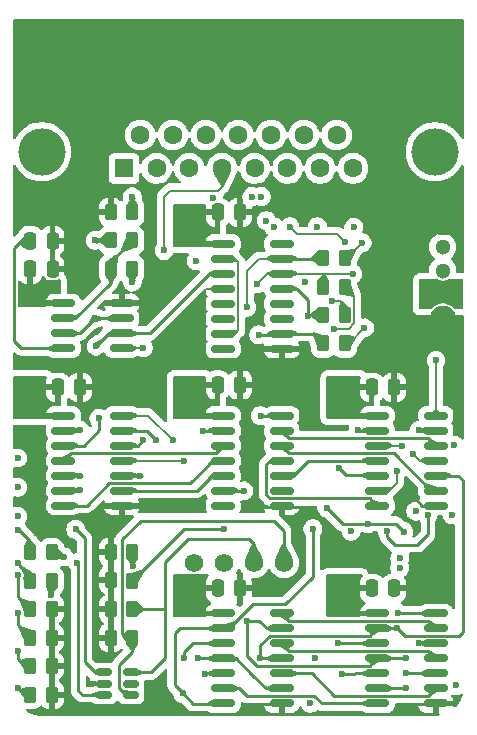
<source format=gbr>
%TF.GenerationSoftware,KiCad,Pcbnew,9.0.4*%
%TF.CreationDate,2025-09-17T11:37:43+01:00*%
%TF.ProjectId,PinCheck-4,50696e43-6865-4636-9b2d-342e6b696361,rev?*%
%TF.SameCoordinates,Original*%
%TF.FileFunction,Copper,L4,Bot*%
%TF.FilePolarity,Positive*%
%FSLAX46Y46*%
G04 Gerber Fmt 4.6, Leading zero omitted, Abs format (unit mm)*
G04 Created by KiCad (PCBNEW 9.0.4) date 2025-09-17 11:37:43*
%MOMM*%
%LPD*%
G01*
G04 APERTURE LIST*
G04 Aperture macros list*
%AMRoundRect*
0 Rectangle with rounded corners*
0 $1 Rounding radius*
0 $2 $3 $4 $5 $6 $7 $8 $9 X,Y pos of 4 corners*
0 Add a 4 corners polygon primitive as box body*
4,1,4,$2,$3,$4,$5,$6,$7,$8,$9,$2,$3,0*
0 Add four circle primitives for the rounded corners*
1,1,$1+$1,$2,$3*
1,1,$1+$1,$4,$5*
1,1,$1+$1,$6,$7*
1,1,$1+$1,$8,$9*
0 Add four rect primitives between the rounded corners*
20,1,$1+$1,$2,$3,$4,$5,0*
20,1,$1+$1,$4,$5,$6,$7,0*
20,1,$1+$1,$6,$7,$8,$9,0*
20,1,$1+$1,$8,$9,$2,$3,0*%
G04 Aperture macros list end*
%TA.AperFunction,ComponentPad*%
%ADD10C,4.000000*%
%TD*%
%TA.AperFunction,ComponentPad*%
%ADD11R,1.600000X1.600000*%
%TD*%
%TA.AperFunction,ComponentPad*%
%ADD12C,1.600000*%
%TD*%
%TA.AperFunction,ComponentPad*%
%ADD13C,1.574800*%
%TD*%
%TA.AperFunction,ComponentPad*%
%ADD14C,1.300000*%
%TD*%
%TA.AperFunction,ComponentPad*%
%ADD15C,2.250000*%
%TD*%
%TA.AperFunction,SMDPad,CuDef*%
%ADD16RoundRect,0.150000X0.825000X0.150000X-0.825000X0.150000X-0.825000X-0.150000X0.825000X-0.150000X0*%
%TD*%
%TA.AperFunction,SMDPad,CuDef*%
%ADD17RoundRect,0.250000X-0.250000X-0.475000X0.250000X-0.475000X0.250000X0.475000X-0.250000X0.475000X0*%
%TD*%
%TA.AperFunction,SMDPad,CuDef*%
%ADD18RoundRect,0.250000X-0.262500X-0.450000X0.262500X-0.450000X0.262500X0.450000X-0.262500X0.450000X0*%
%TD*%
%TA.AperFunction,SMDPad,CuDef*%
%ADD19RoundRect,0.150000X-0.512500X-0.150000X0.512500X-0.150000X0.512500X0.150000X-0.512500X0.150000X0*%
%TD*%
%TA.AperFunction,SMDPad,CuDef*%
%ADD20RoundRect,0.250000X0.262500X0.450000X-0.262500X0.450000X-0.262500X-0.450000X0.262500X-0.450000X0*%
%TD*%
%TA.AperFunction,ViaPad*%
%ADD21C,0.600000*%
%TD*%
%TA.AperFunction,Conductor*%
%ADD22C,0.200000*%
%TD*%
%TA.AperFunction,Conductor*%
%ADD23C,0.250000*%
%TD*%
G04 APERTURE END LIST*
D10*
%TO.P,J1,0*%
%TO.N,N/C*%
X168120000Y-83320000D03*
X134820000Y-83320000D03*
D11*
%TO.P,J1,1,1*%
%TO.N,unconnected-(J1-Pad1)*%
X141775000Y-84740000D03*
D12*
%TO.P,J1,2,2*%
%TO.N,Net-(U5-S1A)*%
X144545000Y-84740000D03*
%TO.P,J1,3,3*%
%TO.N,Net-(U5-S1B)*%
X147315000Y-84740000D03*
%TO.P,J1,4,4*%
%TO.N,Net-(U5-S2B)*%
X150085000Y-84740000D03*
%TO.P,J1,5,5*%
%TO.N,unconnected-(J1-Pad5)*%
X152855000Y-84740000D03*
%TO.P,J1,6,6*%
%TO.N,unconnected-(J1-Pad6)*%
X155625000Y-84740000D03*
%TO.P,J1,7,7*%
%TO.N,unconnected-(J1-Pad7)*%
X158395000Y-84740000D03*
%TO.P,J1,8,8*%
%TO.N,unconnected-(J1-Pad8)*%
X161165000Y-84740000D03*
%TO.P,J1,9,P9*%
%TO.N,Net-(J1-P9)*%
X143160000Y-81900000D03*
%TO.P,J1,10,P10*%
%TO.N,Net-(J1-P10)*%
X145930000Y-81900000D03*
%TO.P,J1,11,P111*%
%TO.N,Net-(J1-P111)*%
X148700000Y-81900000D03*
%TO.P,J1,12,P12*%
%TO.N,unconnected-(J1-P12-Pad12)*%
X151470000Y-81900000D03*
%TO.P,J1,13,P13*%
%TO.N,unconnected-(J1-P13-Pad13)*%
X154240000Y-81900000D03*
%TO.P,J1,14,P14*%
%TO.N,unconnected-(J1-P14-Pad14)*%
X157010000Y-81900000D03*
%TO.P,J1,15,P15*%
%TO.N,unconnected-(J1-P15-Pad15)*%
X159780000Y-81900000D03*
%TD*%
D13*
%TO.P,J2,1,1*%
%TO.N,Net-(U8-I{slash}O1)*%
X147700000Y-118120000D03*
%TO.P,J2,2,2*%
%TO.N,Net-(U8-I{slash}O2)*%
X150240000Y-118120000D03*
%TO.P,J2,3,3*%
%TO.N,Net-(U8-I{slash}O3)*%
X152780000Y-118120000D03*
%TO.P,J2,4,4*%
%TO.N,Net-(U8-I{slash}O4)*%
X155320000Y-118120000D03*
%TD*%
D14*
%TO.P,SW2,1,NO*%
%TO.N,VCC*%
X168770000Y-95390000D03*
%TO.P,SW2,2,COM*%
%TO.N,Net-(SW2-COM)*%
X168770000Y-93390000D03*
%TO.P,SW2,3,NC*%
%TO.N,unconnected-(SW2-NC-Pad3)*%
X168770000Y-91390000D03*
D15*
%TO.P,SW2,MH1,MH1*%
%TO.N,GND*%
X168770000Y-97490000D03*
%TO.P,SW2,MH2,MH2*%
X168770000Y-89290000D03*
%TD*%
D16*
%TO.P,U4,1,Q5*%
%TO.N,unconnected-(U4-Q5-Pad1)*%
X155131845Y-91110000D03*
%TO.P,U4,2,Q1*%
%TO.N,Q1*%
X155131845Y-92380000D03*
%TO.P,U4,3,Q0*%
%TO.N,Q0*%
X155131845Y-93650000D03*
%TO.P,U4,4,Q2*%
%TO.N,Q2*%
X155131845Y-94920000D03*
%TO.P,U4,5,Q6*%
%TO.N,unconnected-(U4-Q6-Pad5)*%
X155131845Y-96190000D03*
%TO.P,U4,6,Q7*%
%TO.N,unconnected-(U4-Q7-Pad6)*%
X155131845Y-97460000D03*
%TO.P,U4,7,Q3*%
%TO.N,Q3*%
X155131845Y-98730000D03*
%TO.P,U4,8,VSS*%
%TO.N,GND*%
X155131845Y-100000000D03*
%TO.P,U4,9,Q8*%
%TO.N,unconnected-(U4-Q8-Pad9)*%
X150181845Y-100000000D03*
%TO.P,U4,10,Q4*%
%TO.N,Net-(U4-Q4)*%
X150181845Y-98730000D03*
%TO.P,U4,11,Q9*%
%TO.N,unconnected-(U4-Q9-Pad11)*%
X150181845Y-97460000D03*
%TO.P,U4,12,Cout*%
%TO.N,unconnected-(U4-Cout-Pad12)*%
X150181845Y-96190000D03*
%TO.P,U4,13,CKEN*%
%TO.N,GND*%
X150181845Y-94920000D03*
%TO.P,U4,14,CLK*%
%TO.N,CLK*%
X150181845Y-93650000D03*
%TO.P,U4,15,Reset*%
%TO.N,Net-(U4-Q4)*%
X150181845Y-92380000D03*
%TO.P,U4,16,VDD*%
%TO.N,VCC*%
X150181845Y-91110000D03*
%TD*%
%TO.P,U9,1*%
%TO.N,Q0*%
X168185000Y-105660000D03*
%TO.P,U9,2*%
%TO.N,S0*%
X168185000Y-106930000D03*
%TO.P,U9,3*%
%TO.N,Net-(U11-Pad2)*%
X168185000Y-108200000D03*
%TO.P,U9,4*%
%TO.N,Q1*%
X168185000Y-109470000D03*
%TO.P,U9,5*%
%TO.N,S1*%
X168185000Y-110740000D03*
%TO.P,U9,6*%
%TO.N,Net-(U11-Pad3)*%
X168185000Y-112010000D03*
%TO.P,U9,7,GND*%
%TO.N,GND*%
X168185000Y-113280000D03*
%TO.P,U9,8*%
%TO.N,Net-(U11-Pad4)*%
X163235000Y-113280000D03*
%TO.P,U9,9*%
%TO.N,Q2*%
X163235000Y-112010000D03*
%TO.P,U9,10*%
%TO.N,S2*%
X163235000Y-110740000D03*
%TO.P,U9,11*%
%TO.N,Net-(U11-Pad5)*%
X163235000Y-109470000D03*
%TO.P,U9,12*%
%TO.N,Q3*%
X163235000Y-108200000D03*
%TO.P,U9,13*%
%TO.N,S3*%
X163235000Y-106930000D03*
%TO.P,U9,14,VCC*%
%TO.N,VCC*%
X163235000Y-105660000D03*
%TD*%
D17*
%TO.P,C7,1*%
%TO.N,Net-(U3-CV)*%
X133830000Y-90858125D03*
%TO.P,C7,2*%
%TO.N,GND*%
X135730000Y-90858125D03*
%TD*%
%TO.P,C12,1*%
%TO.N,VCC*%
X149706845Y-120290000D03*
%TO.P,C12,2*%
%TO.N,GND*%
X151606845Y-120290000D03*
%TD*%
D18*
%TO.P,R14,1*%
%TO.N,Q3*%
X158647500Y-99555000D03*
%TO.P,R14,2*%
%TO.N,Net-(U5-D4)*%
X160472500Y-99555000D03*
%TD*%
D17*
%TO.P,C13,1*%
%TO.N,VCC*%
X162760000Y-103272500D03*
%TO.P,C13,2*%
%TO.N,GND*%
X164660000Y-103272500D03*
%TD*%
D19*
%TO.P,U8,1,I/O1*%
%TO.N,Net-(U8-I{slash}O1)*%
X140072500Y-129310000D03*
%TO.P,U8,2,GND*%
%TO.N,GND*%
X140072500Y-128360000D03*
%TO.P,U8,3,I/O2*%
%TO.N,Net-(U8-I{slash}O2)*%
X140072500Y-127410000D03*
%TO.P,U8,4,I/O3*%
%TO.N,Net-(U8-I{slash}O3)*%
X142347500Y-127410000D03*
%TO.P,U8,5,VBUS*%
%TO.N,unconnected-(U8-VBUS-Pad5)*%
X142347500Y-128360000D03*
%TO.P,U8,6,I/O4*%
%TO.N,Net-(U8-I{slash}O4)*%
X142347500Y-129310000D03*
%TD*%
D16*
%TO.P,U6,1*%
%TO.N,Net-(U8-I{slash}O1)*%
X168185000Y-122417500D03*
%TO.P,U6,2*%
%TO.N,Net-(U6-Pad2)*%
X168185000Y-123687500D03*
%TO.P,U6,3*%
%TO.N,Net-(U8-I{slash}O2)*%
X168185000Y-124957500D03*
%TO.P,U6,4*%
%TO.N,Net-(U6-Pad4)*%
X168185000Y-126227500D03*
%TO.P,U6,5*%
%TO.N,Net-(U8-I{slash}O3)*%
X168185000Y-127497500D03*
%TO.P,U6,6*%
%TO.N,Net-(U6-Pad6)*%
X168185000Y-128767500D03*
%TO.P,U6,7,GND*%
%TO.N,GND*%
X168185000Y-130037500D03*
%TO.P,U6,8*%
%TO.N,Net-(U6-Pad8)*%
X163235000Y-130037500D03*
%TO.P,U6,9*%
%TO.N,Net-(U8-I{slash}O4)*%
X163235000Y-128767500D03*
%TO.P,U6,10*%
%TO.N,NOT_S0*%
X163235000Y-127497500D03*
%TO.P,U6,11*%
%TO.N,S0*%
X163235000Y-126227500D03*
%TO.P,U6,12*%
%TO.N,NOT_S1*%
X163235000Y-124957500D03*
%TO.P,U6,13*%
%TO.N,S1*%
X163235000Y-123687500D03*
%TO.P,U6,14,VCC*%
%TO.N,VCC*%
X163235000Y-122417500D03*
%TD*%
D18*
%TO.P,R9,1*%
%TO.N,Net-(U3-THR)*%
X140667500Y-90828125D03*
%TO.P,R9,2*%
%TO.N,Net-(U3-DIS)*%
X142492500Y-90828125D03*
%TD*%
D20*
%TO.P,R8,1*%
%TO.N,Net-(D7-A_GREEN)*%
X135672500Y-119652500D03*
%TO.P,R8,2*%
%TO.N,G*%
X133847500Y-119652500D03*
%TD*%
%TO.P,R19,1*%
%TO.N,Net-(U8-I{slash}O4)*%
X142492500Y-124468750D03*
%TO.P,R19,2*%
%TO.N,GND*%
X140667500Y-124468750D03*
%TD*%
D18*
%TO.P,R4,1*%
%TO.N,Net-(D4-K)*%
X133847500Y-124468750D03*
%TO.P,R4,2*%
%TO.N,GND*%
X135672500Y-124468750D03*
%TD*%
D17*
%TO.P,C15,1*%
%TO.N,VCC*%
X149706845Y-103070000D03*
%TO.P,C15,2*%
%TO.N,GND*%
X151606845Y-103070000D03*
%TD*%
%TO.P,C6,1*%
%TO.N,VCC*%
X133830000Y-93266250D03*
%TO.P,C6,2*%
%TO.N,GND*%
X135730000Y-93266250D03*
%TD*%
D18*
%TO.P,R5,1*%
%TO.N,Net-(D5-K)*%
X133847500Y-126876875D03*
%TO.P,R5,2*%
%TO.N,GND*%
X135672500Y-126876875D03*
%TD*%
%TO.P,R12,1*%
%TO.N,Q1*%
X158647500Y-92330625D03*
%TO.P,R12,2*%
%TO.N,Net-(U5-D2)*%
X160472500Y-92330625D03*
%TD*%
D17*
%TO.P,C14,1*%
%TO.N,VCC*%
X136177500Y-103260000D03*
%TO.P,C14,2*%
%TO.N,GND*%
X138077500Y-103260000D03*
%TD*%
D16*
%TO.P,U11,1*%
%TO.N,G*%
X155131845Y-105660000D03*
%TO.P,U11,2*%
%TO.N,Net-(U11-Pad2)*%
X155131845Y-106930000D03*
%TO.P,U11,3*%
%TO.N,Net-(U11-Pad3)*%
X155131845Y-108200000D03*
%TO.P,U11,4*%
%TO.N,Net-(U11-Pad4)*%
X155131845Y-109470000D03*
%TO.P,U11,5*%
%TO.N,Net-(U11-Pad5)*%
X155131845Y-110740000D03*
%TO.P,U11,6*%
%TO.N,N/C*%
X155131845Y-112010000D03*
%TO.P,U11,7,VSS*%
%TO.N,GND*%
X155131845Y-113280000D03*
%TO.P,U11,8*%
%TO.N,N/C*%
X150181845Y-113280000D03*
%TO.P,U11,9*%
%TO.N,Net-(U10-Pad3)*%
X150181845Y-112010000D03*
%TO.P,U11,10*%
%TO.N,Net-(U10-Pad6)*%
X150181845Y-110740000D03*
%TO.P,U11,11*%
%TO.N,Net-(U10-Pad8)*%
X150181845Y-109470000D03*
%TO.P,U11,12*%
%TO.N,Net-(U10-Pad11)*%
X150181845Y-108200000D03*
%TO.P,U11,13*%
%TO.N,R*%
X150181845Y-106930000D03*
%TO.P,U11,14,VDD*%
%TO.N,VCC*%
X150181845Y-105660000D03*
%TD*%
D18*
%TO.P,R6,1*%
%TO.N,Net-(D6-K)*%
X133847500Y-129285000D03*
%TO.P,R6,2*%
%TO.N,GND*%
X135672500Y-129285000D03*
%TD*%
%TO.P,R11,1*%
%TO.N,Q0*%
X158647500Y-94738750D03*
%TO.P,R11,2*%
%TO.N,Net-(U5-D1)*%
X160472500Y-94738750D03*
%TD*%
D17*
%TO.P,C9,1*%
%TO.N,VCC*%
X149706845Y-88450000D03*
%TO.P,C9,2*%
%TO.N,GND*%
X151606845Y-88450000D03*
%TD*%
D16*
%TO.P,U7,1*%
%TO.N,Net-(U6-Pad2)*%
X155131845Y-122417500D03*
%TO.P,U7,2*%
%TO.N,S0*%
X155131845Y-123687500D03*
%TO.P,U7,3*%
%TO.N,Net-(U6-Pad4)*%
X155131845Y-124957500D03*
%TO.P,U7,4*%
%TO.N,S1*%
X155131845Y-126227500D03*
%TO.P,U7,5*%
%TO.N,Net-(U6-Pad6)*%
X155131845Y-127497500D03*
%TO.P,U7,6*%
%TO.N,S2*%
X155131845Y-128767500D03*
%TO.P,U7,7,GND*%
%TO.N,GND*%
X155131845Y-130037500D03*
%TO.P,U7,8*%
%TO.N,S3*%
X150181845Y-130037500D03*
%TO.P,U7,9*%
%TO.N,Net-(U6-Pad8)*%
X150181845Y-128767500D03*
%TO.P,U7,10*%
%TO.N,NOT_S2*%
X150181845Y-127497500D03*
%TO.P,U7,11*%
%TO.N,S2*%
X150181845Y-126227500D03*
%TO.P,U7,12*%
%TO.N,NOT_S3*%
X150181845Y-124957500D03*
%TO.P,U7,13*%
%TO.N,S3*%
X150181845Y-123687500D03*
%TO.P,U7,14,VCC*%
%TO.N,VCC*%
X150181845Y-122417500D03*
%TD*%
D18*
%TO.P,R13,1*%
%TO.N,Q2*%
X158647500Y-97146875D03*
%TO.P,R13,2*%
%TO.N,Net-(U5-D3)*%
X160472500Y-97146875D03*
%TD*%
D20*
%TO.P,R17,1*%
%TO.N,Net-(U8-I{slash}O2)*%
X142492500Y-119652500D03*
%TO.P,R17,2*%
%TO.N,GND*%
X140667500Y-119569583D03*
%TD*%
%TO.P,R7,1*%
%TO.N,Net-(D7-A_RED)*%
X135672500Y-117244375D03*
%TO.P,R7,2*%
%TO.N,R*%
X133847500Y-117244375D03*
%TD*%
D16*
%TO.P,U3,1,GND*%
%TO.N,GND*%
X141602500Y-96150000D03*
%TO.P,U3,2,TR*%
%TO.N,Net-(U3-THR)*%
X141602500Y-97420000D03*
%TO.P,U3,3,Q*%
%TO.N,CLK*%
X141602500Y-98690000D03*
%TO.P,U3,4,R*%
%TO.N,VCC*%
X141602500Y-99960000D03*
%TO.P,U3,5,CV*%
%TO.N,Net-(U3-CV)*%
X136652500Y-99960000D03*
%TO.P,U3,6,THR*%
%TO.N,Net-(U3-THR)*%
X136652500Y-98690000D03*
%TO.P,U3,7,DIS*%
%TO.N,Net-(U3-DIS)*%
X136652500Y-97420000D03*
%TO.P,U3,8,VCC*%
%TO.N,VCC*%
X136652500Y-96150000D03*
%TD*%
D20*
%TO.P,R16,1*%
%TO.N,Net-(U8-I{slash}O1)*%
X142492500Y-117244375D03*
%TO.P,R16,2*%
%TO.N,GND*%
X140667500Y-117244375D03*
%TD*%
D16*
%TO.P,U10,1*%
%TO.N,Q0*%
X141602500Y-105660000D03*
%TO.P,U10,2*%
%TO.N,NOT_S0*%
X141602500Y-106930000D03*
%TO.P,U10,3*%
%TO.N,Net-(U10-Pad3)*%
X141602500Y-108200000D03*
%TO.P,U10,4*%
%TO.N,Q1*%
X141602500Y-109470000D03*
%TO.P,U10,5*%
%TO.N,NOT_S1*%
X141602500Y-110740000D03*
%TO.P,U10,6*%
%TO.N,Net-(U10-Pad6)*%
X141602500Y-112010000D03*
%TO.P,U10,7,GND*%
%TO.N,GND*%
X141602500Y-113280000D03*
%TO.P,U10,8*%
%TO.N,Net-(U10-Pad8)*%
X136652500Y-113280000D03*
%TO.P,U10,9*%
%TO.N,Q2*%
X136652500Y-112010000D03*
%TO.P,U10,10*%
%TO.N,NOT_S2*%
X136652500Y-110740000D03*
%TO.P,U10,11*%
%TO.N,Net-(U10-Pad11)*%
X136652500Y-109470000D03*
%TO.P,U10,12*%
%TO.N,Q3*%
X136652500Y-108200000D03*
%TO.P,U10,13*%
%TO.N,NOT_S3*%
X136652500Y-106930000D03*
%TO.P,U10,14,VCC*%
%TO.N,VCC*%
X136652500Y-105660000D03*
%TD*%
D20*
%TO.P,R2,1*%
%TO.N,Net-(D2-K)*%
X142492500Y-88420000D03*
%TO.P,R2,2*%
%TO.N,GND*%
X140667500Y-88420000D03*
%TD*%
D17*
%TO.P,C11,1*%
%TO.N,VCC*%
X162760000Y-120290000D03*
%TO.P,C11,2*%
%TO.N,GND*%
X164660000Y-120290000D03*
%TD*%
D20*
%TO.P,R10,1*%
%TO.N,Net-(R10-Pad1)*%
X142492500Y-93236250D03*
%TO.P,R10,2*%
%TO.N,Net-(U3-DIS)*%
X140667500Y-93236250D03*
%TD*%
%TO.P,R18,1*%
%TO.N,Net-(U8-I{slash}O3)*%
X142492500Y-122060625D03*
%TO.P,R18,2*%
%TO.N,GND*%
X140667500Y-122060625D03*
%TD*%
D18*
%TO.P,R3,1*%
%TO.N,Net-(D3-K)*%
X133847500Y-122060625D03*
%TO.P,R3,2*%
%TO.N,GND*%
X135672500Y-122060625D03*
%TD*%
D21*
%TO.N,GND*%
X140072500Y-128360000D03*
X137570000Y-130760000D03*
X156890000Y-114480000D03*
X136770001Y-130760000D03*
X169140000Y-117340000D03*
X165900000Y-112140000D03*
X139410000Y-124468750D03*
%TO.N,VCC*%
X160519999Y-103575000D03*
X147509999Y-103575000D03*
X133989999Y-104695000D03*
X133190000Y-103575000D03*
X132780000Y-109251875D03*
X159720000Y-104695000D03*
X133190000Y-96150000D03*
X146710001Y-89010000D03*
X159720000Y-121460000D03*
X143420000Y-99930000D03*
X133989999Y-103575000D03*
X152610001Y-87120000D03*
X167190000Y-94990000D03*
X146710000Y-103575000D03*
X166480000Y-113750000D03*
X165140000Y-118542499D03*
X160519999Y-104695000D03*
X153410000Y-87120000D03*
X159720000Y-103575000D03*
X165140000Y-117742500D03*
X146710000Y-121460000D03*
X146710001Y-90130000D03*
X161000000Y-115450000D03*
X147509999Y-121460000D03*
X147509999Y-120340000D03*
X146710000Y-120340000D03*
X147509999Y-104695000D03*
X133989999Y-96150000D03*
X147510000Y-89010000D03*
X147510000Y-90130000D03*
X167190000Y-95789999D03*
X133190000Y-104695000D03*
X146710000Y-104695000D03*
X132780000Y-111720000D03*
X132780000Y-114188125D03*
X160519999Y-121460000D03*
%TO.N,Net-(Q1-D)*%
X165460000Y-115480000D03*
X169740000Y-108170000D03*
X158960000Y-113485000D03*
X162420000Y-114824000D03*
X169545000Y-114080000D03*
%TO.N,Net-(U3-THR)*%
X139340000Y-97420000D03*
X139340000Y-90810000D03*
%TO.N,CLK*%
X139410000Y-99780000D03*
%TO.N,Net-(D2-K)*%
X142480000Y-87150000D03*
%TO.N,Q0*%
X161143972Y-93659998D03*
X168200000Y-100960000D03*
X153070000Y-94510000D03*
X145930000Y-107740000D03*
%TO.N,Net-(D3-K)*%
X132780000Y-119159072D03*
%TO.N,Net-(D4-K)*%
X132780000Y-122390000D03*
%TO.N,Q1*%
X146840000Y-109469000D03*
X166280000Y-108929000D03*
X152160000Y-96480000D03*
%TO.N,Q2*%
X157330000Y-97230000D03*
X138070000Y-111960000D03*
X164860000Y-110380000D03*
%TO.N,Net-(D5-K)*%
X132780000Y-125560000D03*
%TO.N,Net-(D6-K)*%
X132780000Y-128720000D03*
%TO.N,Q3*%
X139660000Y-105900000D03*
X165300000Y-108210000D03*
X153180000Y-98820000D03*
%TO.N,Net-(D7-A_RED)*%
X136670000Y-117620000D03*
%TO.N,Net-(D7-A_GREEN)*%
X135590000Y-120840000D03*
%TO.N,Net-(U5-S2B)*%
X145170000Y-91680000D03*
%TO.N,Net-(J1-P10)*%
X153846880Y-89157530D03*
%TO.N,Net-(U2-L)*%
X167515000Y-114080000D03*
X164045000Y-115449000D03*
%TO.N,R*%
X132780000Y-115360000D03*
X148500000Y-106930000D03*
%TO.N,G*%
X132780000Y-118170000D03*
X153340000Y-105670000D03*
%TO.N,Net-(R10-Pad1)*%
X142480000Y-94330000D03*
%TO.N,Net-(U5-D1)*%
X159590000Y-98300000D03*
%TO.N,Net-(U5-D2)*%
X161940000Y-91030000D03*
X147890000Y-92570000D03*
%TO.N,Net-(U5-D3)*%
X159430000Y-95950000D03*
%TO.N,Net-(U5-D4)*%
X155815735Y-89665735D03*
X162140000Y-98240000D03*
X160500000Y-90950000D03*
%TO.N,NOT_S1*%
X143100000Y-110759000D03*
X159864786Y-124951000D03*
%TO.N,NOT_S0*%
X144490000Y-107700000D03*
X160230000Y-127500000D03*
%TO.N,S1*%
X164910000Y-123687500D03*
X153330000Y-126195000D03*
%TO.N,S0*%
X165620000Y-126226500D03*
X152210000Y-123040000D03*
X166760000Y-106900000D03*
%TO.N,S2*%
X148060000Y-126210000D03*
X159980000Y-110095000D03*
X169870000Y-128510000D03*
X157540000Y-130018500D03*
%TO.N,S3*%
X161630000Y-106890000D03*
X146753058Y-129186942D03*
X157780000Y-115250000D03*
%TO.N,NOT_S2*%
X138070000Y-110740000D03*
X148610000Y-127540000D03*
%TO.N,NOT_S3*%
X138070000Y-106920000D03*
X146900000Y-126210000D03*
%TO.N,Net-(U10-Pad3)*%
X151940000Y-112040000D03*
X143380000Y-107750000D03*
%TO.N,Net-(SW2-COM)*%
X149317817Y-87237960D03*
X161250000Y-89700000D03*
X158160000Y-89670000D03*
%TO.N,Net-(J1-P9)*%
X157090000Y-94330000D03*
%TO.N,Net-(J1-P111)*%
X154461189Y-89670000D03*
%TO.N,Net-(U8-I{slash}O4)*%
X165620000Y-128750000D03*
%TO.N,Net-(U8-I{slash}O3)*%
X165620000Y-127490000D03*
X157920000Y-126226500D03*
%TO.N,Net-(U8-I{slash}O2)*%
X166730000Y-124957500D03*
X137700000Y-115290000D03*
X150250000Y-115290000D03*
%TO.N,Net-(U8-I{slash}O1)*%
X137845001Y-118106415D03*
X164990000Y-122380000D03*
X142530000Y-118440000D03*
%TD*%
D22*
%TO.N,GND*%
X150181845Y-94920000D02*
X148760000Y-94920000D01*
D23*
X167040000Y-113280000D02*
X165900000Y-112140000D01*
D22*
X148760000Y-94920000D02*
X148320000Y-95360000D01*
D23*
X168185000Y-113280000D02*
X167040000Y-113280000D01*
D22*
%TO.N,VCC*%
X143390000Y-99960000D02*
X143420000Y-99930000D01*
X141602500Y-99960000D02*
X143390000Y-99960000D01*
D23*
%TO.N,Net-(Q1-D)*%
X165460000Y-115480000D02*
X164804000Y-114824000D01*
X164804000Y-114824000D02*
X162420000Y-114824000D01*
X160299000Y-114824000D02*
X158960000Y-113485000D01*
X162420000Y-114824000D02*
X160299000Y-114824000D01*
%TO.N,Net-(U3-CV)*%
X133830000Y-90858125D02*
X133081875Y-90858125D01*
X132496000Y-91444000D02*
X132496000Y-99366000D01*
X132496000Y-99366000D02*
X133090000Y-99960000D01*
X133081875Y-90858125D02*
X132496000Y-91444000D01*
X133090000Y-99960000D02*
X136652500Y-99960000D01*
%TO.N,Net-(U3-THR)*%
X139340000Y-97420000D02*
X141602500Y-97420000D01*
X138070000Y-98690000D02*
X139340000Y-97420000D01*
X136652500Y-98690000D02*
X138070000Y-98690000D01*
X140649375Y-90810000D02*
X139430000Y-90810000D01*
X139340000Y-97420000D02*
X139260000Y-97500000D01*
X140667500Y-90828125D02*
X140649375Y-90810000D01*
%TO.N,CLK*%
X149000000Y-93650000D02*
X150181845Y-93650000D01*
X141602500Y-98690000D02*
X140500000Y-98690000D01*
X143960000Y-98690000D02*
X149000000Y-93650000D01*
X140500000Y-98690000D02*
X139410000Y-99780000D01*
X141602500Y-98690000D02*
X143960000Y-98690000D01*
%TO.N,Net-(D2-K)*%
X142492500Y-88420000D02*
X142492500Y-87162500D01*
X142492500Y-87162500D02*
X142480000Y-87150000D01*
D22*
%TO.N,Q0*%
X153070000Y-94510000D02*
X153930000Y-93650000D01*
X158649998Y-93659998D02*
X158640000Y-93650000D01*
X158640000Y-93650000D02*
X161133974Y-93650000D01*
X158647500Y-94738750D02*
X158647500Y-93657500D01*
X168185000Y-100952590D02*
X168192590Y-100952590D01*
X153930000Y-93650000D02*
X155131845Y-93650000D01*
X143850000Y-105660000D02*
X145930000Y-107740000D01*
X168185000Y-105660000D02*
X168185000Y-100952590D01*
X141602500Y-105660000D02*
X143850000Y-105660000D01*
X168192590Y-100952590D02*
X168200000Y-100960000D01*
X158640000Y-93650000D02*
X155131845Y-93650000D01*
X160882410Y-93650000D02*
X160872412Y-93659998D01*
X161133974Y-93650000D02*
X161143972Y-93659998D01*
X158647500Y-93657500D02*
X158640000Y-93650000D01*
D23*
%TO.N,Net-(D3-K)*%
X132780000Y-120993125D02*
X132780000Y-119159072D01*
X133847500Y-122060625D02*
X132780000Y-120993125D01*
%TO.N,Net-(D4-K)*%
X133847500Y-124468750D02*
X132780000Y-123401250D01*
X132780000Y-123401250D02*
X132780000Y-122390000D01*
%TO.N,Q1*%
X158598125Y-92380000D02*
X158647500Y-92330625D01*
D22*
X153220000Y-92380000D02*
X155131845Y-92380000D01*
X152160000Y-96480000D02*
X152160000Y-93440000D01*
X146839000Y-109470000D02*
X146840000Y-109469000D01*
D23*
X155131845Y-92380000D02*
X158598125Y-92380000D01*
D22*
X152160000Y-93440000D02*
X153220000Y-92380000D01*
X168185000Y-109470000D02*
X166821000Y-109470000D01*
X166821000Y-109470000D02*
X166280000Y-108929000D01*
X141602500Y-109470000D02*
X146839000Y-109470000D01*
D23*
%TO.N,Q2*%
X138020000Y-112010000D02*
X138070000Y-111960000D01*
X155131845Y-94920000D02*
X156405312Y-94920000D01*
D22*
X163235000Y-112010000D02*
X164220000Y-112010000D01*
D23*
X158647500Y-97146875D02*
X157413125Y-97146875D01*
X157413125Y-97146875D02*
X157330000Y-97230000D01*
X157330000Y-95844688D02*
X157330000Y-97230000D01*
X136652500Y-112010000D02*
X138020000Y-112010000D01*
X156405312Y-94920000D02*
X157330000Y-95844688D01*
D22*
X164860000Y-111370000D02*
X164860000Y-110380000D01*
X164220000Y-112010000D02*
X164860000Y-111370000D01*
D23*
%TO.N,Net-(D5-K)*%
X132780000Y-126270000D02*
X132780000Y-125560000D01*
X133386875Y-126876875D02*
X132780000Y-126270000D01*
X133847500Y-126876875D02*
X133386875Y-126876875D01*
%TO.N,Net-(D6-K)*%
X133847500Y-129285000D02*
X133345000Y-129285000D01*
X133345000Y-129285000D02*
X132780000Y-128720000D01*
%TO.N,Q3*%
X155131845Y-98730000D02*
X157822500Y-98730000D01*
D22*
X163235000Y-108200000D02*
X165290000Y-108200000D01*
D23*
X153180000Y-98820000D02*
X155041845Y-98820000D01*
D22*
X165290000Y-108200000D02*
X165300000Y-108210000D01*
D23*
X138380000Y-108200000D02*
X136652500Y-108200000D01*
X157822500Y-98730000D02*
X158647500Y-99555000D01*
X155041845Y-98820000D02*
X155131845Y-98730000D01*
X139660000Y-106920000D02*
X138380000Y-108200000D01*
X139660000Y-105900000D02*
X139660000Y-106920000D01*
%TO.N,Net-(D7-A_RED)*%
X136048125Y-117620000D02*
X135672500Y-117244375D01*
X136670000Y-117620000D02*
X136048125Y-117620000D01*
%TO.N,Net-(D7-A_GREEN)*%
X135590000Y-119735000D02*
X135672500Y-119652500D01*
X135590000Y-120840000D02*
X135590000Y-119735000D01*
D22*
%TO.N,Net-(U5-S2B)*%
X145690000Y-86610000D02*
X145170000Y-87130000D01*
X149760000Y-86610000D02*
X145690000Y-86610000D01*
X150085000Y-84740000D02*
X150085000Y-86285000D01*
X145170000Y-87130000D02*
X145170000Y-91680000D01*
X150085000Y-86285000D02*
X149760000Y-86610000D01*
%TO.N,Net-(J1-P10)*%
X153846880Y-89157530D02*
X153858373Y-89146037D01*
X153858373Y-89146037D02*
X153893963Y-89146037D01*
D23*
%TO.N,Net-(U2-L)*%
X167515000Y-114080000D02*
X167515000Y-115725000D01*
X167515000Y-115725000D02*
X166620000Y-116620000D01*
X164045000Y-115905000D02*
X164045000Y-115449000D01*
X166620000Y-116620000D02*
X164760000Y-116620000D01*
X164760000Y-116620000D02*
X164045000Y-115905000D01*
%TO.N,R*%
X133847500Y-117244375D02*
X133847500Y-116307500D01*
X133847500Y-116307500D02*
X132900000Y-115360000D01*
X150181845Y-106930000D02*
X148500000Y-106930000D01*
X132900000Y-115360000D02*
X132780000Y-115360000D01*
%TO.N,G*%
X133847500Y-119237500D02*
X132890000Y-118280000D01*
X132890000Y-118280000D02*
X132890000Y-118170000D01*
X153350000Y-105660000D02*
X153340000Y-105670000D01*
X133847500Y-119652500D02*
X133847500Y-119237500D01*
X155131845Y-105660000D02*
X153350000Y-105660000D01*
%TO.N,Net-(U3-DIS)*%
X140667500Y-92653125D02*
X142492500Y-90828125D01*
X136652500Y-97420000D02*
X137650000Y-97420000D01*
X137650000Y-97420000D02*
X140667500Y-94402500D01*
X140667500Y-93236250D02*
X140667500Y-92653125D01*
X140667500Y-94402500D02*
X140667500Y-93236250D01*
%TO.N,Net-(R10-Pad1)*%
X142492500Y-94317500D02*
X142480000Y-94330000D01*
X142492500Y-93236250D02*
X142492500Y-94317500D01*
D22*
%TO.N,Net-(U5-D1)*%
X161286000Y-97832035D02*
X161286000Y-95552250D01*
X159590000Y-98300000D02*
X160818035Y-98300000D01*
X160818035Y-98300000D02*
X161286000Y-97832035D01*
X161286000Y-95552250D02*
X160472500Y-94738750D01*
%TO.N,Net-(U5-D2)*%
X161940000Y-91030000D02*
X160639375Y-92330625D01*
X160639375Y-92330625D02*
X160472500Y-92330625D01*
%TO.N,Net-(U5-D3)*%
X160472500Y-96372500D02*
X160472500Y-97146875D01*
X159430000Y-95950000D02*
X160050000Y-95950000D01*
X160050000Y-95950000D02*
X160472500Y-96372500D01*
%TO.N,Net-(U5-D4)*%
X159830000Y-90280000D02*
X160500000Y-90950000D01*
X160500000Y-99582500D02*
X160472500Y-99555000D01*
X160797500Y-99582500D02*
X160500000Y-99582500D01*
X162140000Y-98240000D02*
X160797500Y-99582500D01*
X155815735Y-89665735D02*
X156430000Y-90280000D01*
X156430000Y-90280000D02*
X159830000Y-90280000D01*
D23*
%TO.N,NOT_S1*%
X159864786Y-124951000D02*
X159941000Y-124951000D01*
X141602500Y-110740000D02*
X143281000Y-110740000D01*
X143281000Y-110740000D02*
X143300000Y-110759000D01*
X159947500Y-124957500D02*
X163235000Y-124957500D01*
X159941000Y-124951000D02*
X159947500Y-124957500D01*
D22*
%TO.N,Net-(U4-Q4)*%
X151156844Y-92380000D02*
X150181845Y-92380000D01*
X151156844Y-98730000D02*
X151457845Y-98428999D01*
X151457845Y-92681001D02*
X151156844Y-92380000D01*
X150181845Y-98730000D02*
X151156844Y-98730000D01*
X151457845Y-98428999D02*
X151457845Y-92681001D01*
D23*
%TO.N,Net-(U6-Pad2)*%
X167541000Y-123043500D02*
X155757845Y-123043500D01*
X168185000Y-123687500D02*
X167541000Y-123043500D01*
X155757845Y-123043500D02*
X155131845Y-122417500D01*
%TO.N,Net-(U6-Pad6)*%
X159573500Y-129393500D02*
X167559000Y-129393500D01*
X155131845Y-127497500D02*
X157677500Y-127497500D01*
X167559000Y-129393500D02*
X168185000Y-128767500D01*
X157677500Y-127497500D02*
X159573500Y-129393500D01*
%TO.N,NOT_S0*%
X160230000Y-127500000D02*
X161310000Y-127500000D01*
X161312500Y-127497500D02*
X163235000Y-127497500D01*
X161310000Y-127500000D02*
X161312500Y-127497500D01*
X144490000Y-107690000D02*
X143730000Y-106930000D01*
X143730000Y-106930000D02*
X141602500Y-106930000D01*
X144490000Y-107700000D02*
X144490000Y-107690000D01*
%TO.N,S1*%
X165554000Y-124331500D02*
X164910000Y-123687500D01*
X154113023Y-124324000D02*
X162598500Y-124324000D01*
X170080000Y-110740000D02*
X170444000Y-111104000D01*
X170108500Y-124331500D02*
X165554000Y-124331500D01*
X162598500Y-124324000D02*
X163235000Y-123687500D01*
X155131845Y-126227500D02*
X153397500Y-126227500D01*
X168185000Y-110740000D02*
X170080000Y-110740000D01*
X153397500Y-126227500D02*
X153330000Y-126160000D01*
X163235000Y-123687500D02*
X164910000Y-123687500D01*
X170444000Y-111104000D02*
X170444000Y-123996000D01*
X170444000Y-123996000D02*
X170108500Y-124331500D01*
X153330000Y-126195000D02*
X153330000Y-125107023D01*
X153330000Y-125107023D02*
X154113023Y-124324000D01*
%TO.N,S0*%
X152210000Y-125992798D02*
X152210000Y-123040000D01*
X153070702Y-126853500D02*
X152210000Y-125992798D01*
X153847500Y-123687500D02*
X153200000Y-123040000D01*
X163235000Y-126227500D02*
X162609000Y-126853500D01*
X163235000Y-126227500D02*
X163236000Y-126226500D01*
X166790000Y-106930000D02*
X166760000Y-106900000D01*
X168185000Y-106930000D02*
X166790000Y-106930000D01*
X153200000Y-123040000D02*
X152210000Y-123040000D01*
X155131845Y-123687500D02*
X153847500Y-123687500D01*
X163236000Y-126226500D02*
X165540000Y-126226500D01*
X162609000Y-126853500D02*
X153070702Y-126853500D01*
%TO.N,S2*%
X150181845Y-126227500D02*
X148077500Y-126227500D01*
X151257500Y-126227500D02*
X150181845Y-126227500D01*
X159980000Y-110095000D02*
X160605000Y-110720000D01*
X160605000Y-110720000D02*
X163215000Y-110720000D01*
X152645000Y-127615000D02*
X151257500Y-126227500D01*
X153797500Y-128767500D02*
X152730000Y-127700000D01*
X163215000Y-110720000D02*
X163235000Y-110740000D01*
X148077500Y-126227500D02*
X148060000Y-126210000D01*
X155131845Y-128767500D02*
X153797500Y-128767500D01*
X152730000Y-127700000D02*
X152645000Y-127615000D01*
%TO.N,S3*%
X163235000Y-106930000D02*
X161670000Y-106930000D01*
X146080000Y-124100000D02*
X146492500Y-123687500D01*
X146492500Y-123687500D02*
X150181845Y-123687500D01*
X147646116Y-130080000D02*
X150139345Y-130080000D01*
X152714702Y-121650000D02*
X155450000Y-121650000D01*
X150181845Y-123687500D02*
X150677202Y-123687500D01*
X155450000Y-121650000D02*
X157780000Y-119320000D01*
X146753058Y-129186942D02*
X147646116Y-130080000D01*
X157780000Y-119320000D02*
X157780000Y-115250000D01*
X150139345Y-130080000D02*
X150181845Y-130037500D01*
X161670000Y-106930000D02*
X161630000Y-106890000D01*
X150677202Y-123687500D02*
X152714702Y-121650000D01*
X146753058Y-129186942D02*
X146080000Y-128513884D01*
X146080000Y-128513884D02*
X146080000Y-124100000D01*
%TO.N,NOT_S2*%
X136652500Y-110740000D02*
X138200000Y-110740000D01*
X148652500Y-127497500D02*
X148610000Y-127540000D01*
X150181845Y-127497500D02*
X148652500Y-127497500D01*
%TO.N,NOT_S3*%
X138070000Y-106930000D02*
X138080000Y-106920000D01*
X147607500Y-124957500D02*
X150181845Y-124957500D01*
X146900000Y-125665000D02*
X147607500Y-124957500D01*
X136652500Y-106930000D02*
X138070000Y-106930000D01*
X146900000Y-126210000D02*
X146900000Y-125665000D01*
%TO.N,Net-(U6-Pad4)*%
X167559000Y-125601500D02*
X168185000Y-126227500D01*
X155775845Y-125601500D02*
X167559000Y-125601500D01*
X155131845Y-124957500D02*
X155775845Y-125601500D01*
%TO.N,Net-(U10-Pad3)*%
X151940000Y-112040000D02*
X150211845Y-112040000D01*
X150211845Y-112040000D02*
X150181845Y-112010000D01*
X142930000Y-108200000D02*
X143380000Y-107750000D01*
X141602500Y-108200000D02*
X142930000Y-108200000D01*
%TO.N,Net-(U6-Pad8)*%
X150181845Y-128767500D02*
X151547500Y-128767500D01*
X158549690Y-130037500D02*
X163235000Y-130037500D01*
X157905690Y-129393500D02*
X158549690Y-130037500D01*
X151547500Y-128767500D02*
X152173500Y-129393500D01*
X152173500Y-129393500D02*
X157905690Y-129393500D01*
%TO.N,Net-(U11-Pad3)*%
X167802678Y-112010000D02*
X168185000Y-112010000D01*
X155131845Y-108200000D02*
X155775845Y-108844000D01*
X155775845Y-108844000D02*
X164636678Y-108844000D01*
X164636678Y-108844000D02*
X167802678Y-112010000D01*
%TO.N,Net-(U11-Pad2)*%
X155761845Y-107560000D02*
X167545000Y-107560000D01*
X155131845Y-106930000D02*
X155761845Y-107560000D01*
X167545000Y-107560000D02*
X168185000Y-108200000D01*
%TO.N,Net-(U11-Pad5)*%
X157376844Y-109470000D02*
X163235000Y-109470000D01*
X155131845Y-110740000D02*
X156106844Y-110740000D01*
X156106844Y-110740000D02*
X157376844Y-109470000D01*
%TO.N,Net-(U10-Pad11)*%
X150181845Y-108200000D02*
X149537845Y-108844000D01*
X149537845Y-108844000D02*
X137278500Y-108844000D01*
X137278500Y-108844000D02*
X136652500Y-109470000D01*
%TO.N,Net-(U11-Pad4)*%
X154123523Y-112654000D02*
X162609000Y-112654000D01*
X153830845Y-112361322D02*
X154123523Y-112654000D01*
X154156846Y-109470000D02*
X153830845Y-109796001D01*
X153830845Y-109796001D02*
X153830845Y-112361322D01*
X162609000Y-112654000D02*
X163235000Y-113280000D01*
X155131845Y-109470000D02*
X154156846Y-109470000D01*
%TO.N,Net-(U10-Pad8)*%
X149320000Y-109470000D02*
X147406000Y-111384000D01*
X138630000Y-113280000D02*
X136652500Y-113280000D01*
X140526000Y-111384000D02*
X138630000Y-113280000D01*
X147406000Y-111384000D02*
X140526000Y-111384000D01*
X150181845Y-109470000D02*
X149320000Y-109470000D01*
%TO.N,Net-(U10-Pad6)*%
X150181845Y-110740000D02*
X149206846Y-110740000D01*
X149206846Y-110740000D02*
X147936846Y-112010000D01*
X147936846Y-112010000D02*
X141602500Y-112010000D01*
%TO.N,Net-(U8-I{slash}O4)*%
X141654000Y-116126000D02*
X141654000Y-124144000D01*
X143210000Y-114570000D02*
X141654000Y-116126000D01*
X141978750Y-124468750D02*
X142492500Y-124468750D01*
X155320000Y-115450000D02*
X154440000Y-114570000D01*
X154440000Y-114570000D02*
X143210000Y-114570000D01*
X142492500Y-125677500D02*
X142492500Y-124468750D01*
X163252500Y-128750000D02*
X163235000Y-128767500D01*
X141359000Y-126811000D02*
X142492500Y-125677500D01*
X142347500Y-129310000D02*
X141957678Y-129310000D01*
X141359000Y-128711322D02*
X141359000Y-126811000D01*
X165620000Y-128750000D02*
X163252500Y-128750000D01*
X155320000Y-118120000D02*
X155320000Y-115450000D01*
X141654000Y-124144000D02*
X141978750Y-124468750D01*
X141957678Y-129310000D02*
X141359000Y-128711322D01*
%TO.N,Net-(U8-I{slash}O3)*%
X145270000Y-122060625D02*
X142492500Y-122060625D01*
X165620000Y-127490000D02*
X165627500Y-127497500D01*
X142347500Y-127410000D02*
X144080000Y-127410000D01*
X152780000Y-118120000D02*
X152780000Y-116560000D01*
X147180000Y-116130000D02*
X145270000Y-118040000D01*
X144080000Y-127410000D02*
X145270000Y-126220000D01*
X152780000Y-116560000D02*
X152350000Y-116130000D01*
X152350000Y-116130000D02*
X147180000Y-116130000D01*
X145270000Y-118040000D02*
X145270000Y-120040000D01*
X165627500Y-127497500D02*
X168185000Y-127497500D01*
X145270000Y-120040000D02*
X145270000Y-122060625D01*
X145270000Y-126220000D02*
X145270000Y-120040000D01*
%TO.N,Net-(U8-I{slash}O2)*%
X138470000Y-116060000D02*
X137700000Y-115290000D01*
X139330000Y-127410000D02*
X138470000Y-126550000D01*
X166712500Y-124940000D02*
X166730000Y-124957500D01*
X140072500Y-127410000D02*
X139330000Y-127410000D01*
X146855000Y-115290000D02*
X150250000Y-115290000D01*
X138470000Y-126550000D02*
X138470000Y-116060000D01*
X166730000Y-124957500D02*
X168185000Y-124957500D01*
X142492500Y-119652500D02*
X146855000Y-115290000D01*
%TO.N,Net-(U8-I{slash}O1)*%
X138270000Y-129310000D02*
X137900000Y-128940000D01*
X142492500Y-117244375D02*
X142492500Y-118402500D01*
X142492500Y-117244375D02*
X142635625Y-117244375D01*
X137900000Y-128940000D02*
X137900000Y-118161414D01*
X164990000Y-122380000D02*
X165027500Y-122417500D01*
X165027500Y-122417500D02*
X168185000Y-122417500D01*
X140072500Y-129310000D02*
X138270000Y-129310000D01*
X137900000Y-118161414D02*
X137845001Y-118106415D01*
X142492500Y-118402500D02*
X142530000Y-118440000D01*
%TD*%
%TA.AperFunction,Conductor*%
%TO.N,VCC*%
G36*
X161776756Y-102329685D02*
G01*
X161822511Y-102382489D01*
X161832455Y-102451647D01*
X161827423Y-102473004D01*
X161770494Y-102644802D01*
X161770493Y-102644809D01*
X161760000Y-102747513D01*
X161760000Y-103022500D01*
X162636000Y-103022500D01*
X162703039Y-103042185D01*
X162748794Y-103094989D01*
X162760000Y-103146500D01*
X162760000Y-103272500D01*
X162886000Y-103272500D01*
X162953039Y-103292185D01*
X162960000Y-103300218D01*
X162960000Y-104750569D01*
X162956624Y-104764739D01*
X162946218Y-104782934D01*
X162940315Y-104803039D01*
X162929225Y-104812648D01*
X162921938Y-104825391D01*
X162903346Y-104835072D01*
X162887511Y-104848794D01*
X162869452Y-104852722D01*
X162859967Y-104857662D01*
X162850656Y-104856811D01*
X162836000Y-104860000D01*
X162344350Y-104860000D01*
X162307510Y-104862899D01*
X162307504Y-104862900D01*
X162149806Y-104908716D01*
X162149803Y-104908717D01*
X162008447Y-104992314D01*
X162008438Y-104992321D01*
X161892321Y-105108438D01*
X161892314Y-105108447D01*
X161808718Y-105249801D01*
X161762899Y-105407513D01*
X161762704Y-105409998D01*
X161762705Y-105410000D01*
X162960000Y-105410000D01*
X162960000Y-105910000D01*
X161762705Y-105910000D01*
X161753302Y-105920172D01*
X161693340Y-105956038D01*
X161662246Y-105960000D01*
X159044000Y-105960000D01*
X158976961Y-105940315D01*
X158931206Y-105887511D01*
X158920000Y-105836000D01*
X158920000Y-103797486D01*
X161760001Y-103797486D01*
X161770494Y-103900197D01*
X161825641Y-104066619D01*
X161825643Y-104066624D01*
X161917684Y-104215845D01*
X162041654Y-104339815D01*
X162190875Y-104431856D01*
X162190880Y-104431858D01*
X162357302Y-104487005D01*
X162357309Y-104487006D01*
X162460019Y-104497499D01*
X162509999Y-104497498D01*
X162510000Y-104497498D01*
X162510000Y-103522500D01*
X161760001Y-103522500D01*
X161760001Y-103797486D01*
X158920000Y-103797486D01*
X158920000Y-102434000D01*
X158939685Y-102366961D01*
X158992489Y-102321206D01*
X159044000Y-102310000D01*
X161709717Y-102310000D01*
X161776756Y-102329685D01*
G37*
%TD.AperFunction*%
%TD*%
%TA.AperFunction,Conductor*%
%TO.N,VCC*%
G36*
X168353603Y-94134685D02*
G01*
X168355455Y-94135898D01*
X168367130Y-94143699D01*
X168367134Y-94143701D01*
X168367137Y-94143703D01*
X168521918Y-94207816D01*
X168678692Y-94239000D01*
X168686228Y-94240499D01*
X168686232Y-94240500D01*
X168686233Y-94240500D01*
X168853768Y-94240500D01*
X168853769Y-94240499D01*
X169018082Y-94207816D01*
X169172863Y-94143703D01*
X169172869Y-94143699D01*
X169184545Y-94135898D01*
X169251223Y-94115020D01*
X169253436Y-94115000D01*
X170377895Y-94115000D01*
X170444934Y-94134685D01*
X170490689Y-94187489D01*
X170501895Y-94239000D01*
X170501895Y-96541000D01*
X170482210Y-96608039D01*
X170429406Y-96653794D01*
X170377895Y-96665000D01*
X169870902Y-96665000D01*
X169803863Y-96645315D01*
X169783221Y-96628681D01*
X169633506Y-96478966D01*
X169464714Y-96356330D01*
X169278820Y-96261612D01*
X169080389Y-96197137D01*
X168874324Y-96164500D01*
X168874319Y-96164500D01*
X168665681Y-96164500D01*
X168665676Y-96164500D01*
X168459610Y-96197137D01*
X168261179Y-96261612D01*
X168075285Y-96356330D01*
X167906493Y-96478966D01*
X167906492Y-96478967D01*
X167756779Y-96628681D01*
X167695456Y-96662166D01*
X167669098Y-96665000D01*
X166845895Y-96665000D01*
X166778856Y-96645315D01*
X166733101Y-96592511D01*
X166721895Y-96541000D01*
X166721895Y-94239000D01*
X166741580Y-94171961D01*
X166794384Y-94126206D01*
X166845895Y-94115000D01*
X168286564Y-94115000D01*
X168353603Y-94134685D01*
G37*
%TD.AperFunction*%
%TD*%
%TA.AperFunction,Conductor*%
%TO.N,VCC*%
G36*
X147449279Y-119077383D02*
G01*
X147602697Y-119107899D01*
X147602699Y-119107900D01*
X147602700Y-119107900D01*
X147797301Y-119107900D01*
X147797301Y-119107899D01*
X147950721Y-119077383D01*
X147974912Y-119075000D01*
X148836822Y-119075000D01*
X148903861Y-119094685D01*
X148949616Y-119147489D01*
X148959560Y-119216647D01*
X148930535Y-119280203D01*
X148924503Y-119286681D01*
X148864529Y-119346654D01*
X148772488Y-119495875D01*
X148772486Y-119495880D01*
X148717339Y-119662302D01*
X148717338Y-119662309D01*
X148706845Y-119765013D01*
X148706845Y-120040000D01*
X149582845Y-120040000D01*
X149649884Y-120059685D01*
X149695639Y-120112489D01*
X149706845Y-120164000D01*
X149706845Y-120416000D01*
X149687160Y-120483039D01*
X149634356Y-120528794D01*
X149582845Y-120540000D01*
X148706846Y-120540000D01*
X148706846Y-120814986D01*
X148717339Y-120917697D01*
X148772486Y-121084119D01*
X148772488Y-121084124D01*
X148864529Y-121233345D01*
X148988499Y-121357315D01*
X149125790Y-121441997D01*
X149172514Y-121493945D01*
X149183737Y-121562908D01*
X149155893Y-121626990D01*
X149103381Y-121662127D01*
X149103810Y-121663118D01*
X149098408Y-121665455D01*
X149097825Y-121665846D01*
X149096772Y-121666163D01*
X149096648Y-121666217D01*
X148955292Y-121749814D01*
X148955283Y-121749821D01*
X148839166Y-121865938D01*
X148839159Y-121865947D01*
X148755563Y-122007301D01*
X148709744Y-122165013D01*
X148709549Y-122167498D01*
X148709550Y-122167500D01*
X149940000Y-122167500D01*
X149940000Y-122667500D01*
X148709550Y-122667500D01*
X148693214Y-122685172D01*
X148633252Y-122721038D01*
X148602158Y-122725000D01*
X146034000Y-122725000D01*
X145966961Y-122705315D01*
X145921206Y-122652511D01*
X145910000Y-122601000D01*
X145910000Y-119199000D01*
X145929685Y-119131961D01*
X145982489Y-119086206D01*
X146034000Y-119075000D01*
X147425088Y-119075000D01*
X147449279Y-119077383D01*
G37*
%TD.AperFunction*%
%TD*%
%TA.AperFunction,Conductor*%
%TO.N,VCC*%
G36*
X148654962Y-87764685D02*
G01*
X148700717Y-87817489D01*
X148711281Y-87881604D01*
X148706845Y-87925016D01*
X148706845Y-88200000D01*
X149582845Y-88200000D01*
X149649884Y-88219685D01*
X149695639Y-88272489D01*
X149706845Y-88324000D01*
X149706845Y-88450000D01*
X149832845Y-88450000D01*
X149899884Y-88469685D01*
X149940001Y-88515982D01*
X149940001Y-89794157D01*
X149940001Y-90186000D01*
X149920316Y-90253039D01*
X149867512Y-90298794D01*
X149816001Y-90310000D01*
X149291195Y-90310000D01*
X149254355Y-90312899D01*
X149254349Y-90312900D01*
X149096651Y-90358716D01*
X149096648Y-90358717D01*
X148955292Y-90442314D01*
X148955283Y-90442321D01*
X148839166Y-90558438D01*
X148839159Y-90558447D01*
X148755563Y-90699801D01*
X148709744Y-90857513D01*
X148709549Y-90859998D01*
X148709550Y-90860000D01*
X149940001Y-90860000D01*
X149940001Y-91360000D01*
X148705941Y-91360000D01*
X148654051Y-91391038D01*
X148622957Y-91395000D01*
X146034001Y-91395000D01*
X145966962Y-91375315D01*
X145921207Y-91322511D01*
X145910001Y-91271000D01*
X145910001Y-88974986D01*
X148706846Y-88974986D01*
X148717339Y-89077697D01*
X148772486Y-89244119D01*
X148772488Y-89244124D01*
X148864529Y-89393345D01*
X148988499Y-89517315D01*
X149137720Y-89609356D01*
X149137725Y-89609358D01*
X149304147Y-89664505D01*
X149304154Y-89664506D01*
X149406864Y-89674999D01*
X149456844Y-89674998D01*
X149456845Y-89674998D01*
X149456845Y-88700000D01*
X148706846Y-88700000D01*
X148706846Y-88974986D01*
X145910001Y-88974986D01*
X145910001Y-87869000D01*
X145929686Y-87801961D01*
X145982490Y-87756206D01*
X146034001Y-87745000D01*
X148587923Y-87745000D01*
X148654962Y-87764685D01*
G37*
%TD.AperFunction*%
%TD*%
%TA.AperFunction,Conductor*%
%TO.N,VCC*%
G36*
X134023039Y-93285935D02*
G01*
X134068794Y-93338739D01*
X134080000Y-93390250D01*
X134080000Y-94491249D01*
X134129972Y-94491249D01*
X134129986Y-94491248D01*
X134232697Y-94480755D01*
X134399119Y-94425608D01*
X134399124Y-94425606D01*
X134548345Y-94333565D01*
X134672315Y-94209595D01*
X134764356Y-94060374D01*
X134764359Y-94060367D01*
X134820094Y-93892168D01*
X134859866Y-93834723D01*
X134924382Y-93807899D01*
X134993158Y-93820214D01*
X135044358Y-93867756D01*
X135054841Y-93890215D01*
X135077207Y-93954132D01*
X135157850Y-94063400D01*
X135267118Y-94144043D01*
X135301249Y-94155986D01*
X135395299Y-94188896D01*
X135425730Y-94191750D01*
X135425734Y-94191750D01*
X136034270Y-94191750D01*
X136064699Y-94188896D01*
X136064701Y-94188896D01*
X136128790Y-94166469D01*
X136192882Y-94144043D01*
X136232367Y-94114901D01*
X136297995Y-94090931D01*
X136366165Y-94106246D01*
X136415234Y-94155986D01*
X136430000Y-94214672D01*
X136430000Y-95226000D01*
X136410315Y-95293039D01*
X136357511Y-95338794D01*
X136306000Y-95350000D01*
X135761850Y-95350000D01*
X135725010Y-95352899D01*
X135725004Y-95352900D01*
X135567306Y-95398716D01*
X135567303Y-95398717D01*
X135425947Y-95482314D01*
X135425938Y-95482321D01*
X135309821Y-95598438D01*
X135309814Y-95598447D01*
X135226218Y-95739801D01*
X135180399Y-95897513D01*
X135180204Y-95899998D01*
X135180205Y-95900000D01*
X136430000Y-95900000D01*
X136430000Y-96400000D01*
X135180205Y-96400000D01*
X135163863Y-96417677D01*
X135162399Y-96424649D01*
X135113347Y-96474406D01*
X135053146Y-96490000D01*
X132945500Y-96490000D01*
X132878461Y-96470315D01*
X132832706Y-96417511D01*
X132821500Y-96366000D01*
X132821500Y-94342773D01*
X132841185Y-94275734D01*
X132893989Y-94229979D01*
X132963147Y-94220035D01*
X133026703Y-94249060D01*
X133033181Y-94255092D01*
X133111654Y-94333565D01*
X133260875Y-94425606D01*
X133260880Y-94425608D01*
X133427302Y-94480755D01*
X133427309Y-94480756D01*
X133530019Y-94491249D01*
X133579999Y-94491248D01*
X133580000Y-94491248D01*
X133580000Y-93390250D01*
X133599685Y-93323211D01*
X133652489Y-93277456D01*
X133704000Y-93266250D01*
X133956000Y-93266250D01*
X134023039Y-93285935D01*
G37*
%TD.AperFunction*%
%TD*%
%TA.AperFunction,Conductor*%
%TO.N,VCC*%
G36*
X148660581Y-102329685D02*
G01*
X148706336Y-102382489D01*
X148716900Y-102446603D01*
X148706845Y-102545013D01*
X148706845Y-102820000D01*
X149582845Y-102820000D01*
X149649884Y-102839685D01*
X149695639Y-102892489D01*
X149706845Y-102944000D01*
X149706845Y-103070000D01*
X149832845Y-103070000D01*
X149899884Y-103089685D01*
X149940000Y-103135981D01*
X149940000Y-104414160D01*
X149940000Y-104736000D01*
X149920315Y-104803039D01*
X149867511Y-104848794D01*
X149816000Y-104860000D01*
X149291195Y-104860000D01*
X149254355Y-104862899D01*
X149254349Y-104862900D01*
X149096651Y-104908716D01*
X149096648Y-104908717D01*
X148955292Y-104992314D01*
X148955283Y-104992321D01*
X148839166Y-105108438D01*
X148839159Y-105108447D01*
X148755563Y-105249801D01*
X148709744Y-105407513D01*
X148709549Y-105409998D01*
X148709550Y-105410000D01*
X149940000Y-105410000D01*
X149940000Y-105910000D01*
X148709550Y-105910000D01*
X148700147Y-105920172D01*
X148640185Y-105956038D01*
X148609091Y-105960000D01*
X146034000Y-105960000D01*
X145966961Y-105940315D01*
X145921206Y-105887511D01*
X145910000Y-105836000D01*
X145910000Y-103594986D01*
X148706846Y-103594986D01*
X148717339Y-103697697D01*
X148772486Y-103864119D01*
X148772488Y-103864124D01*
X148864529Y-104013345D01*
X148988499Y-104137315D01*
X149137720Y-104229356D01*
X149137725Y-104229358D01*
X149304147Y-104284505D01*
X149304154Y-104284506D01*
X149406864Y-104294999D01*
X149456844Y-104294998D01*
X149456845Y-104294998D01*
X149456845Y-103320000D01*
X148706846Y-103320000D01*
X148706846Y-103594986D01*
X145910000Y-103594986D01*
X145910000Y-102434000D01*
X145929685Y-102366961D01*
X145982489Y-102321206D01*
X146034000Y-102310000D01*
X148593542Y-102310000D01*
X148660581Y-102329685D01*
G37*
%TD.AperFunction*%
%TD*%
%TA.AperFunction,Conductor*%
%TO.N,VCC*%
G36*
X161957016Y-119094685D02*
G01*
X162002771Y-119147489D01*
X162012715Y-119216647D01*
X161983690Y-119280203D01*
X161977658Y-119286681D01*
X161917684Y-119346654D01*
X161825643Y-119495875D01*
X161825641Y-119495880D01*
X161770494Y-119662302D01*
X161770493Y-119662309D01*
X161760000Y-119765013D01*
X161760000Y-120040000D01*
X162636000Y-120040000D01*
X162703039Y-120059685D01*
X162748794Y-120112489D01*
X162760000Y-120164000D01*
X162760000Y-120416000D01*
X162740315Y-120483039D01*
X162687511Y-120528794D01*
X162636000Y-120540000D01*
X161760001Y-120540000D01*
X161760001Y-120814986D01*
X161770494Y-120917697D01*
X161825641Y-121084119D01*
X161825643Y-121084124D01*
X161917684Y-121233345D01*
X162041654Y-121357315D01*
X162178945Y-121441997D01*
X162225669Y-121493945D01*
X162236892Y-121562908D01*
X162209048Y-121626990D01*
X162156536Y-121662127D01*
X162156965Y-121663118D01*
X162151563Y-121665455D01*
X162150980Y-121665846D01*
X162149927Y-121666163D01*
X162149803Y-121666217D01*
X162008447Y-121749814D01*
X162008438Y-121749821D01*
X161892321Y-121865938D01*
X161892314Y-121865947D01*
X161808718Y-122007301D01*
X161762899Y-122165013D01*
X161762704Y-122167498D01*
X161762705Y-122167500D01*
X162950000Y-122167500D01*
X162950000Y-122667500D01*
X161762705Y-122667500D01*
X161752840Y-122678172D01*
X161692878Y-122714038D01*
X161661784Y-122718000D01*
X159044000Y-122718000D01*
X158976961Y-122698315D01*
X158931206Y-122645511D01*
X158920000Y-122594000D01*
X158920000Y-119199000D01*
X158939685Y-119131961D01*
X158992489Y-119086206D01*
X159044000Y-119075000D01*
X161889977Y-119075000D01*
X161957016Y-119094685D01*
G37*
%TD.AperFunction*%
%TD*%
%TA.AperFunction,Conductor*%
%TO.N,VCC*%
G36*
X135190114Y-102329685D02*
G01*
X135235869Y-102382489D01*
X135245813Y-102451647D01*
X135240781Y-102473004D01*
X135187994Y-102632302D01*
X135187993Y-102632309D01*
X135177500Y-102735013D01*
X135177500Y-103010000D01*
X136053500Y-103010000D01*
X136120539Y-103029685D01*
X136166294Y-103082489D01*
X136177500Y-103134000D01*
X136177500Y-103260000D01*
X136303500Y-103260000D01*
X136370539Y-103279685D01*
X136416294Y-103332489D01*
X136427500Y-103384000D01*
X136427500Y-104515609D01*
X136430000Y-104538861D01*
X136430000Y-104736000D01*
X136410315Y-104803039D01*
X136357511Y-104848794D01*
X136306000Y-104860000D01*
X135761850Y-104860000D01*
X135725010Y-104862899D01*
X135725004Y-104862900D01*
X135567306Y-104908716D01*
X135567303Y-104908717D01*
X135425947Y-104992314D01*
X135425938Y-104992321D01*
X135309821Y-105108438D01*
X135309814Y-105108447D01*
X135226218Y-105249801D01*
X135180399Y-105407513D01*
X135180204Y-105409998D01*
X135180205Y-105410000D01*
X136430000Y-105410000D01*
X136430000Y-105910000D01*
X135180205Y-105910000D01*
X135170802Y-105920172D01*
X135110840Y-105956038D01*
X135079746Y-105960000D01*
X132514000Y-105960000D01*
X132446961Y-105940315D01*
X132401206Y-105887511D01*
X132390000Y-105836000D01*
X132390000Y-103784986D01*
X135177501Y-103784986D01*
X135187994Y-103887697D01*
X135243141Y-104054119D01*
X135243143Y-104054124D01*
X135335184Y-104203345D01*
X135459154Y-104327315D01*
X135608375Y-104419356D01*
X135608380Y-104419358D01*
X135774802Y-104474505D01*
X135774809Y-104474506D01*
X135877519Y-104484999D01*
X135927499Y-104484998D01*
X135927500Y-104484998D01*
X135927500Y-103510000D01*
X135177501Y-103510000D01*
X135177501Y-103784986D01*
X132390000Y-103784986D01*
X132390000Y-102434000D01*
X132409685Y-102366961D01*
X132462489Y-102321206D01*
X132514000Y-102310000D01*
X135123075Y-102310000D01*
X135190114Y-102329685D01*
G37*
%TD.AperFunction*%
%TD*%
%TA.AperFunction,Conductor*%
%TO.N,GND*%
G36*
X137085111Y-118392969D02*
G01*
X137115177Y-118436272D01*
X137135605Y-118485591D01*
X137135610Y-118485600D01*
X137223210Y-118616702D01*
X137223211Y-118616703D01*
X137223212Y-118616704D01*
X137238180Y-118631672D01*
X137271666Y-118692993D01*
X137274500Y-118719354D01*
X137274500Y-129001611D01*
X137276622Y-129012279D01*
X137276626Y-129012295D01*
X137277219Y-129015276D01*
X137298537Y-129122452D01*
X137309423Y-129148733D01*
X137312922Y-129157181D01*
X137312923Y-129157184D01*
X137345685Y-129236281D01*
X137345690Y-129236290D01*
X137370451Y-129273346D01*
X137370452Y-129273347D01*
X137414141Y-129338732D01*
X137414144Y-129338736D01*
X137505586Y-129430178D01*
X137505608Y-129430198D01*
X137784139Y-129708729D01*
X137784142Y-129708733D01*
X137871267Y-129795858D01*
X137910101Y-129821806D01*
X137973714Y-129864312D01*
X138003354Y-129876589D01*
X138053954Y-129897548D01*
X138053955Y-129897548D01*
X138087548Y-129911463D01*
X138110882Y-129916104D01*
X138131934Y-129920292D01*
X138131954Y-129920295D01*
X138131976Y-129920300D01*
X138208391Y-129935499D01*
X138208392Y-129935500D01*
X138208393Y-129935500D01*
X138208394Y-129935500D01*
X138972101Y-129935500D01*
X139019793Y-129945038D01*
X139291444Y-130058226D01*
X139291498Y-130058248D01*
X139298923Y-130061342D01*
X139299602Y-130061744D01*
X139300542Y-130062017D01*
X139303201Y-130063125D01*
X139321295Y-130070259D01*
X139322144Y-130070575D01*
X139392970Y-130091193D01*
X139392975Y-130091193D01*
X139399575Y-130092363D01*
X139399519Y-130092676D01*
X139416262Y-130095636D01*
X139457431Y-130107598D01*
X139494306Y-130110500D01*
X139494314Y-130110500D01*
X140650686Y-130110500D01*
X140650694Y-130110500D01*
X140687569Y-130107598D01*
X140687571Y-130107597D01*
X140687573Y-130107597D01*
X140744038Y-130091192D01*
X140845398Y-130061744D01*
X140986865Y-129978081D01*
X141103081Y-129861865D01*
X141103267Y-129861549D01*
X141103477Y-129861353D01*
X141107861Y-129855702D01*
X141108772Y-129856409D01*
X141154336Y-129813866D01*
X141223077Y-129801362D01*
X141287667Y-129828006D01*
X141311855Y-129855921D01*
X141312139Y-129855702D01*
X141316179Y-129860911D01*
X141316732Y-129861548D01*
X141316919Y-129861865D01*
X141316921Y-129861867D01*
X141316923Y-129861870D01*
X141433129Y-129978076D01*
X141433133Y-129978079D01*
X141433135Y-129978081D01*
X141574602Y-130061744D01*
X141603911Y-130070259D01*
X141732426Y-130107597D01*
X141732429Y-130107597D01*
X141732431Y-130107598D01*
X141769306Y-130110500D01*
X141769314Y-130110500D01*
X142925686Y-130110500D01*
X142925694Y-130110500D01*
X142962569Y-130107598D01*
X142962571Y-130107597D01*
X142962573Y-130107597D01*
X143019038Y-130091192D01*
X143120398Y-130061744D01*
X143261865Y-129978081D01*
X143378081Y-129861865D01*
X143461744Y-129720398D01*
X143507598Y-129562569D01*
X143510500Y-129525694D01*
X143510500Y-129094306D01*
X143507598Y-129057431D01*
X143496744Y-129020073D01*
X143461745Y-128899606D01*
X143461744Y-128899602D01*
X143460871Y-128898126D01*
X143460538Y-128896816D01*
X143458646Y-128892443D01*
X143459351Y-128892137D01*
X143443685Y-128830403D01*
X143459139Y-128777770D01*
X143458646Y-128777557D01*
X143460376Y-128773558D01*
X143460871Y-128771874D01*
X143461744Y-128770398D01*
X143507598Y-128612569D01*
X143510500Y-128575694D01*
X143510500Y-128159500D01*
X143530185Y-128092461D01*
X143582989Y-128046706D01*
X143634500Y-128035500D01*
X144141608Y-128035500D01*
X144141608Y-128035499D01*
X144227390Y-128018437D01*
X144262452Y-128011463D01*
X144314268Y-127990000D01*
X144376286Y-127964312D01*
X144443350Y-127919500D01*
X144478733Y-127895858D01*
X144565858Y-127808733D01*
X144565859Y-127808731D01*
X144572925Y-127801665D01*
X144572927Y-127801661D01*
X145242820Y-127131769D01*
X145304142Y-127098285D01*
X145373834Y-127103269D01*
X145429767Y-127145141D01*
X145454184Y-127210605D01*
X145454500Y-127219451D01*
X145454500Y-128452277D01*
X145454500Y-128575491D01*
X145454552Y-128575755D01*
X145455540Y-128580720D01*
X145455539Y-128580720D01*
X145478535Y-128696328D01*
X145478538Y-128696340D01*
X145486622Y-128715856D01*
X145525685Y-128810165D01*
X145525688Y-128810170D01*
X145551246Y-128848419D01*
X145594142Y-128912617D01*
X145681267Y-128999742D01*
X145681270Y-128999744D01*
X145688942Y-129007416D01*
X145927263Y-129245737D01*
X145960748Y-129307060D01*
X145961199Y-129309227D01*
X145983319Y-129420431D01*
X145983322Y-129420443D01*
X146043660Y-129566114D01*
X146043667Y-129566127D01*
X146131268Y-129697230D01*
X146131271Y-129697234D01*
X146242765Y-129808728D01*
X146242769Y-129808731D01*
X146373872Y-129896332D01*
X146373885Y-129896339D01*
X146454635Y-129929786D01*
X146519561Y-129956679D01*
X146630774Y-129978800D01*
X146692681Y-130011183D01*
X146694261Y-130012735D01*
X147160255Y-130478729D01*
X147160258Y-130478733D01*
X147247383Y-130565858D01*
X147290945Y-130594965D01*
X147349831Y-130634312D01*
X147404721Y-130657048D01*
X147463664Y-130681463D01*
X147582891Y-130705178D01*
X147584505Y-130705499D01*
X147584509Y-130705500D01*
X147584510Y-130705500D01*
X147707723Y-130705500D01*
X148795764Y-130705500D01*
X148832308Y-130711007D01*
X149146914Y-130808035D01*
X149157453Y-130811160D01*
X149175364Y-130813585D01*
X149193314Y-130817387D01*
X149254271Y-130835097D01*
X149254274Y-130835097D01*
X149254276Y-130835098D01*
X149291151Y-130838000D01*
X149291159Y-130838000D01*
X151072531Y-130838000D01*
X151072539Y-130838000D01*
X151109414Y-130835098D01*
X151109416Y-130835097D01*
X151109418Y-130835097D01*
X151164823Y-130819000D01*
X151267243Y-130789244D01*
X151408710Y-130705581D01*
X151524926Y-130589365D01*
X151608589Y-130447898D01*
X151654443Y-130290069D01*
X151654645Y-130287501D01*
X153659549Y-130287501D01*
X153659744Y-130289986D01*
X153705563Y-130447698D01*
X153789159Y-130589052D01*
X153789166Y-130589061D01*
X153905283Y-130705178D01*
X153905292Y-130705185D01*
X154046648Y-130788782D01*
X154046651Y-130788783D01*
X154204349Y-130834599D01*
X154204355Y-130834600D01*
X154241195Y-130837499D01*
X154241211Y-130837500D01*
X154881845Y-130837500D01*
X154881845Y-130287500D01*
X153659550Y-130287500D01*
X153659549Y-130287501D01*
X151654645Y-130287501D01*
X151657345Y-130253194D01*
X151657345Y-130032887D01*
X151677030Y-129965848D01*
X151729834Y-129920093D01*
X151798992Y-129910149D01*
X151850236Y-129929785D01*
X151858789Y-129935500D01*
X151877213Y-129947811D01*
X151877214Y-129947811D01*
X151877215Y-129947812D01*
X151911807Y-129962140D01*
X151911808Y-129962141D01*
X151911809Y-129962141D01*
X151991048Y-129994963D01*
X152011097Y-129998951D01*
X152027622Y-130002238D01*
X152111892Y-130019001D01*
X152111894Y-130019001D01*
X152241221Y-130019001D01*
X152241241Y-130019000D01*
X155061983Y-130019000D01*
X155073643Y-130019549D01*
X155269505Y-130038049D01*
X155296748Y-130048923D01*
X155324884Y-130057185D01*
X155328816Y-130061723D01*
X155334397Y-130063951D01*
X155351437Y-130087829D01*
X155370639Y-130109989D01*
X155372124Y-130116817D01*
X155374983Y-130120823D01*
X155375555Y-130132590D01*
X155381845Y-130161500D01*
X155381845Y-130837500D01*
X156022479Y-130837500D01*
X156022494Y-130837499D01*
X156059334Y-130834600D01*
X156059340Y-130834599D01*
X156217038Y-130788783D01*
X156217041Y-130788782D01*
X156358397Y-130705185D01*
X156358406Y-130705178D01*
X156474523Y-130589061D01*
X156474530Y-130589052D01*
X156558126Y-130447697D01*
X156580484Y-130370742D01*
X156618090Y-130311856D01*
X156681563Y-130282649D01*
X156750749Y-130292395D01*
X156803684Y-130337998D01*
X156814122Y-130357884D01*
X156830602Y-130397672D01*
X156830609Y-130397685D01*
X156918210Y-130528788D01*
X156918213Y-130528792D01*
X157029707Y-130640286D01*
X157029711Y-130640289D01*
X157160814Y-130727890D01*
X157160827Y-130727897D01*
X157300566Y-130785778D01*
X157306503Y-130788237D01*
X157412474Y-130809316D01*
X157461153Y-130818999D01*
X157461156Y-130819000D01*
X157461158Y-130819000D01*
X157618844Y-130819000D01*
X157618845Y-130818999D01*
X157773497Y-130788237D01*
X157919179Y-130727894D01*
X158050289Y-130640289D01*
X158088747Y-130601830D01*
X158150068Y-130568345D01*
X158219760Y-130573329D01*
X158228467Y-130576959D01*
X158237260Y-130581024D01*
X158253405Y-130591812D01*
X158320087Y-130619432D01*
X158322421Y-130620399D01*
X158322428Y-130620402D01*
X158367233Y-130638961D01*
X158367238Y-130638963D01*
X158387287Y-130642951D01*
X158420886Y-130649634D01*
X158488082Y-130663001D01*
X158488084Y-130663001D01*
X158617411Y-130663001D01*
X158617431Y-130663000D01*
X161822101Y-130663000D01*
X161869793Y-130672538D01*
X161906326Y-130687760D01*
X162148925Y-130788843D01*
X162149602Y-130789244D01*
X162150539Y-130789516D01*
X162154165Y-130791027D01*
X162187097Y-130803422D01*
X162211941Y-130808003D01*
X162224020Y-130810864D01*
X162307431Y-130835098D01*
X162344306Y-130838000D01*
X162344314Y-130838000D01*
X164125686Y-130838000D01*
X164125694Y-130838000D01*
X164162569Y-130835098D01*
X164162571Y-130835097D01*
X164162573Y-130835097D01*
X164217978Y-130819000D01*
X164320398Y-130789244D01*
X164461865Y-130705581D01*
X164578081Y-130589365D01*
X164661744Y-130447898D01*
X164707598Y-130290069D01*
X164707800Y-130287501D01*
X166712704Y-130287501D01*
X166712899Y-130289986D01*
X166758718Y-130447698D01*
X166842314Y-130589052D01*
X166842321Y-130589061D01*
X166958438Y-130705178D01*
X166958447Y-130705185D01*
X167099803Y-130788782D01*
X167099806Y-130788783D01*
X167257504Y-130834599D01*
X167257510Y-130834600D01*
X167294350Y-130837499D01*
X167294366Y-130837500D01*
X167935000Y-130837500D01*
X167935000Y-130287500D01*
X166712705Y-130287500D01*
X166712704Y-130287501D01*
X164707800Y-130287501D01*
X164710500Y-130253194D01*
X164710500Y-130143000D01*
X164730185Y-130075961D01*
X164782989Y-130030206D01*
X164834500Y-130019000D01*
X167620608Y-130019000D01*
X167620608Y-130018999D01*
X167704877Y-130002238D01*
X167741452Y-129994963D01*
X167778742Y-129979517D01*
X167855286Y-129947812D01*
X167906509Y-129913584D01*
X167957733Y-129879358D01*
X168017136Y-129819954D01*
X168021322Y-129816448D01*
X168048532Y-129804564D01*
X168074594Y-129790334D01*
X168083248Y-129789403D01*
X168085352Y-129788485D01*
X168087932Y-129788899D01*
X168100953Y-129787500D01*
X169657295Y-129787500D01*
X169657295Y-129787498D01*
X169657100Y-129785013D01*
X169611281Y-129627301D01*
X169527685Y-129485947D01*
X169522900Y-129479778D01*
X169525367Y-129477863D01*
X169498816Y-129429238D01*
X169503800Y-129359546D01*
X169545672Y-129303613D01*
X169611136Y-129279196D01*
X169644174Y-129281263D01*
X169791155Y-129310500D01*
X169791158Y-129310500D01*
X169948844Y-129310500D01*
X169948845Y-129310499D01*
X170103497Y-129279737D01*
X170249179Y-129219394D01*
X170262028Y-129210808D01*
X170289201Y-129202298D01*
X170315299Y-129190896D01*
X170322115Y-129191991D01*
X170328703Y-129189928D01*
X170356170Y-129197461D01*
X170384285Y-129201978D01*
X170389425Y-129206582D01*
X170396084Y-129208409D01*
X170415115Y-129229594D01*
X170436328Y-129248596D01*
X170438163Y-129255251D01*
X170442776Y-129260386D01*
X170447332Y-129288495D01*
X170454905Y-129315951D01*
X170453351Y-129325624D01*
X170453956Y-129329356D01*
X170449307Y-129350798D01*
X170409306Y-129479167D01*
X170403997Y-129493168D01*
X170286275Y-129754736D01*
X170279316Y-129767995D01*
X170130928Y-130013459D01*
X170122422Y-130025782D01*
X169945526Y-130251573D01*
X169935596Y-130262781D01*
X169870299Y-130328078D01*
X169808976Y-130361563D01*
X169739284Y-130356579D01*
X169691563Y-130324569D01*
X169657296Y-130287500D01*
X168435000Y-130287500D01*
X168435000Y-130837500D01*
X168464090Y-130866590D01*
X168469410Y-130876333D01*
X168478073Y-130883276D01*
X168485857Y-130906453D01*
X168497575Y-130927913D01*
X168496783Y-130938985D01*
X168500318Y-130949510D01*
X168494334Y-130973218D01*
X168492591Y-130997605D01*
X168485938Y-131006491D01*
X168483222Y-131017256D01*
X168465370Y-131033965D01*
X168450719Y-131053538D01*
X168438985Y-131058664D01*
X168432213Y-131065004D01*
X168398756Y-131076241D01*
X168378654Y-131079924D01*
X168363794Y-131081728D01*
X168073736Y-131099274D01*
X168066249Y-131099500D01*
X134873751Y-131099500D01*
X134866264Y-131099274D01*
X134576205Y-131081728D01*
X134561340Y-131079923D01*
X134279201Y-131028219D01*
X134264663Y-131024635D01*
X133990832Y-130939306D01*
X133976831Y-130933997D01*
X133721318Y-130819000D01*
X133715262Y-130816274D01*
X133702004Y-130809316D01*
X133547006Y-130715616D01*
X133499818Y-130664088D01*
X133487980Y-130595228D01*
X133515249Y-130530900D01*
X133572968Y-130491526D01*
X133611150Y-130485499D01*
X134160008Y-130485499D01*
X134160016Y-130485498D01*
X134160019Y-130485498D01*
X134226282Y-130478729D01*
X134262797Y-130474999D01*
X134429334Y-130419814D01*
X134578656Y-130327712D01*
X134672675Y-130233692D01*
X134733994Y-130200210D01*
X134803686Y-130205194D01*
X134848034Y-130233695D01*
X134941654Y-130327315D01*
X135090875Y-130419356D01*
X135090880Y-130419358D01*
X135257302Y-130474505D01*
X135257309Y-130474506D01*
X135360019Y-130484999D01*
X135922500Y-130484999D01*
X135984972Y-130484999D01*
X135984986Y-130484998D01*
X136087697Y-130474505D01*
X136254119Y-130419358D01*
X136254124Y-130419356D01*
X136403345Y-130327315D01*
X136527315Y-130203345D01*
X136619356Y-130054124D01*
X136619358Y-130054119D01*
X136674505Y-129887697D01*
X136674506Y-129887690D01*
X136684999Y-129784986D01*
X136685000Y-129784973D01*
X136685000Y-129535000D01*
X135922500Y-129535000D01*
X135922500Y-130484999D01*
X135360019Y-130484999D01*
X135422499Y-130484998D01*
X135422500Y-130484998D01*
X135422500Y-129035000D01*
X135922500Y-129035000D01*
X136684999Y-129035000D01*
X136684999Y-128785028D01*
X136684998Y-128785013D01*
X136674505Y-128682302D01*
X136619358Y-128515880D01*
X136619356Y-128515875D01*
X136527315Y-128366654D01*
X136403344Y-128242683D01*
X136403340Y-128242680D01*
X136312218Y-128186475D01*
X136265493Y-128134527D01*
X136254272Y-128065565D01*
X136282115Y-128001483D01*
X136312219Y-127975398D01*
X136403343Y-127919192D01*
X136527315Y-127795220D01*
X136619356Y-127645999D01*
X136619358Y-127645994D01*
X136674505Y-127479572D01*
X136674506Y-127479565D01*
X136684999Y-127376861D01*
X136685000Y-127376848D01*
X136685000Y-127126875D01*
X135922500Y-127126875D01*
X135922500Y-129035000D01*
X135422500Y-129035000D01*
X135422500Y-126626875D01*
X135922500Y-126626875D01*
X136684999Y-126626875D01*
X136684999Y-126376903D01*
X136684998Y-126376888D01*
X136674505Y-126274177D01*
X136619358Y-126107755D01*
X136619356Y-126107750D01*
X136527315Y-125958529D01*
X136403344Y-125834558D01*
X136403340Y-125834555D01*
X136312218Y-125778350D01*
X136265493Y-125726402D01*
X136254272Y-125657440D01*
X136282115Y-125593358D01*
X136312219Y-125567273D01*
X136403343Y-125511067D01*
X136527315Y-125387095D01*
X136619356Y-125237874D01*
X136619358Y-125237869D01*
X136674505Y-125071447D01*
X136674506Y-125071440D01*
X136684999Y-124968736D01*
X136685000Y-124968723D01*
X136685000Y-124718750D01*
X135922500Y-124718750D01*
X135922500Y-126626875D01*
X135422500Y-126626875D01*
X135422500Y-124218750D01*
X135922500Y-124218750D01*
X136684999Y-124218750D01*
X136684999Y-123968778D01*
X136684998Y-123968763D01*
X136674505Y-123866052D01*
X136619358Y-123699630D01*
X136619356Y-123699625D01*
X136527315Y-123550404D01*
X136403344Y-123426433D01*
X136403340Y-123426430D01*
X136312218Y-123370225D01*
X136265493Y-123318277D01*
X136254272Y-123249315D01*
X136282115Y-123185233D01*
X136312219Y-123159148D01*
X136403343Y-123102942D01*
X136527315Y-122978970D01*
X136619356Y-122829749D01*
X136619358Y-122829744D01*
X136674505Y-122663322D01*
X136674506Y-122663315D01*
X136684999Y-122560611D01*
X136685000Y-122560598D01*
X136685000Y-122310625D01*
X135922500Y-122310625D01*
X135922500Y-124218750D01*
X135422500Y-124218750D01*
X135422500Y-122184625D01*
X135442185Y-122117586D01*
X135494989Y-122071831D01*
X135546500Y-122060625D01*
X135672500Y-122060625D01*
X135672500Y-121934625D01*
X135692185Y-121867586D01*
X135744989Y-121821831D01*
X135796500Y-121810625D01*
X136684999Y-121810625D01*
X136684999Y-121560653D01*
X136684998Y-121560638D01*
X136674505Y-121457927D01*
X136619358Y-121291505D01*
X136619356Y-121291500D01*
X136527315Y-121142279D01*
X136422995Y-121037959D01*
X136389510Y-120976636D01*
X136386716Y-120947125D01*
X136386986Y-120936507D01*
X136390500Y-120918842D01*
X136390500Y-120798369D01*
X136390540Y-120796797D01*
X136400771Y-120764968D01*
X136410185Y-120732911D01*
X136411889Y-120730383D01*
X136411923Y-120730280D01*
X136412005Y-120730212D01*
X136413279Y-120728324D01*
X136510622Y-120590759D01*
X136524161Y-120574706D01*
X136527712Y-120571156D01*
X136619814Y-120421834D01*
X136674999Y-120255297D01*
X136685500Y-120152509D01*
X136685499Y-119152492D01*
X136683220Y-119130186D01*
X136674999Y-119049703D01*
X136674998Y-119049700D01*
X136668579Y-119030330D01*
X136619814Y-118883166D01*
X136527712Y-118733844D01*
X136409856Y-118615988D01*
X136376371Y-118554665D01*
X136381355Y-118484973D01*
X136423227Y-118429040D01*
X136488691Y-118404623D01*
X136521729Y-118406690D01*
X136591155Y-118420500D01*
X136591158Y-118420500D01*
X136748844Y-118420500D01*
X136748845Y-118420499D01*
X136903497Y-118389737D01*
X136953166Y-118369163D01*
X137022632Y-118361695D01*
X137085111Y-118392969D01*
G37*
%TD.AperFunction*%
%TA.AperFunction,Conductor*%
G36*
X138730703Y-127695740D02*
G01*
X138737181Y-127701772D01*
X138912827Y-127877419D01*
X138946312Y-127938742D01*
X138944223Y-127999694D01*
X138912899Y-128107511D01*
X138912704Y-128109998D01*
X138912705Y-128110000D01*
X139178185Y-128110000D01*
X139198481Y-128115959D01*
X139219604Y-128117122D01*
X139241306Y-128127268D01*
X139299602Y-128161744D01*
X139314382Y-128166038D01*
X139457426Y-128207597D01*
X139457429Y-128207597D01*
X139457431Y-128207598D01*
X139494306Y-128210500D01*
X139494314Y-128210500D01*
X139948500Y-128210500D01*
X139957185Y-128213050D01*
X139966147Y-128211762D01*
X139990187Y-128222740D01*
X140015539Y-128230185D01*
X140021466Y-128237025D01*
X140029703Y-128240787D01*
X140043992Y-128263021D01*
X140061294Y-128282989D01*
X140063581Y-128293503D01*
X140067477Y-128299565D01*
X140072500Y-128334500D01*
X140072500Y-128385500D01*
X140052815Y-128452539D01*
X140000011Y-128498294D01*
X139948500Y-128509500D01*
X139494298Y-128509500D01*
X139457434Y-128512401D01*
X139443332Y-128516498D01*
X139315233Y-128553714D01*
X139311586Y-128554713D01*
X139303211Y-128556870D01*
X139301401Y-128557476D01*
X139293228Y-128561016D01*
X139291649Y-128561686D01*
X139198591Y-128600461D01*
X139150898Y-128610000D01*
X138912704Y-128610000D01*
X138880653Y-128644672D01*
X138852319Y-128661619D01*
X138824533Y-128679477D01*
X138821811Y-128679868D01*
X138820692Y-128680538D01*
X138789598Y-128684500D01*
X138649500Y-128684500D01*
X138582461Y-128664815D01*
X138536706Y-128612011D01*
X138525500Y-128560500D01*
X138525500Y-127789453D01*
X138545185Y-127722414D01*
X138597989Y-127676659D01*
X138667147Y-127666715D01*
X138730703Y-127695740D01*
G37*
%TD.AperFunction*%
%TA.AperFunction,Conductor*%
G36*
X132510283Y-106465233D02*
G01*
X132512143Y-106465233D01*
X132514000Y-106465500D01*
X132514003Y-106465500D01*
X135076321Y-106465500D01*
X135143360Y-106485185D01*
X135189115Y-106537989D01*
X135199059Y-106607147D01*
X135195397Y-106624095D01*
X135179902Y-106677426D01*
X135179901Y-106677432D01*
X135177000Y-106714298D01*
X135177000Y-107145701D01*
X135179901Y-107182567D01*
X135179902Y-107182573D01*
X135225754Y-107340393D01*
X135225755Y-107340396D01*
X135225756Y-107340398D01*
X135254582Y-107389141D01*
X135309417Y-107481862D01*
X135314202Y-107488031D01*
X135311756Y-107489927D01*
X135338357Y-107538642D01*
X135333373Y-107608334D01*
X135312569Y-107640703D01*
X135314202Y-107641969D01*
X135309417Y-107648137D01*
X135225755Y-107789603D01*
X135225754Y-107789606D01*
X135179902Y-107947426D01*
X135179901Y-107947432D01*
X135177000Y-107984298D01*
X135177000Y-108415701D01*
X135179901Y-108452567D01*
X135179902Y-108452573D01*
X135225754Y-108610393D01*
X135225755Y-108610396D01*
X135225756Y-108610398D01*
X135237401Y-108630088D01*
X135309417Y-108751862D01*
X135314202Y-108758031D01*
X135311756Y-108759927D01*
X135338357Y-108808642D01*
X135333373Y-108878334D01*
X135312569Y-108910703D01*
X135314202Y-108911969D01*
X135309417Y-108918137D01*
X135225755Y-109059603D01*
X135225754Y-109059606D01*
X135179902Y-109217426D01*
X135179901Y-109217432D01*
X135177000Y-109254298D01*
X135177000Y-109685701D01*
X135179901Y-109722567D01*
X135179902Y-109722573D01*
X135225754Y-109880393D01*
X135225755Y-109880396D01*
X135309417Y-110021862D01*
X135314202Y-110028031D01*
X135311756Y-110029927D01*
X135338357Y-110078642D01*
X135333373Y-110148334D01*
X135312569Y-110180703D01*
X135314202Y-110181969D01*
X135309417Y-110188137D01*
X135225755Y-110329603D01*
X135225754Y-110329606D01*
X135179902Y-110487426D01*
X135179901Y-110487432D01*
X135177000Y-110524298D01*
X135177000Y-110955701D01*
X135179901Y-110992567D01*
X135179902Y-110992571D01*
X135225754Y-111150393D01*
X135225755Y-111150396D01*
X135309417Y-111291862D01*
X135314202Y-111298031D01*
X135311756Y-111299927D01*
X135338357Y-111348642D01*
X135333373Y-111418334D01*
X135312569Y-111450703D01*
X135314202Y-111451969D01*
X135309417Y-111458137D01*
X135225755Y-111599603D01*
X135225754Y-111599606D01*
X135179902Y-111757426D01*
X135179901Y-111757432D01*
X135177000Y-111794298D01*
X135177000Y-112225701D01*
X135179901Y-112262567D01*
X135179902Y-112262573D01*
X135225754Y-112420393D01*
X135225755Y-112420396D01*
X135225756Y-112420398D01*
X135227252Y-112422928D01*
X135309417Y-112561862D01*
X135314202Y-112568031D01*
X135311756Y-112569927D01*
X135338357Y-112618642D01*
X135333373Y-112688334D01*
X135312569Y-112720703D01*
X135314202Y-112721969D01*
X135309417Y-112728137D01*
X135225755Y-112869603D01*
X135225754Y-112869606D01*
X135179902Y-113027426D01*
X135179901Y-113027432D01*
X135177000Y-113064298D01*
X135177000Y-113495701D01*
X135179901Y-113532567D01*
X135179902Y-113532573D01*
X135225754Y-113690393D01*
X135225755Y-113690396D01*
X135309417Y-113831862D01*
X135309423Y-113831870D01*
X135425629Y-113948076D01*
X135425633Y-113948079D01*
X135425635Y-113948081D01*
X135567102Y-114031744D01*
X135585486Y-114037085D01*
X135724926Y-114077597D01*
X135724929Y-114077597D01*
X135724931Y-114077598D01*
X135761806Y-114080500D01*
X135761814Y-114080500D01*
X137543186Y-114080500D01*
X137543194Y-114080500D01*
X137580069Y-114077598D01*
X137719513Y-114037085D01*
X137733334Y-114033527D01*
X137736957Y-114032017D01*
X137737898Y-114031744D01*
X137737909Y-114031737D01*
X137744482Y-114028893D01*
X137745929Y-114028278D01*
X138017707Y-113915038D01*
X138065399Y-113905500D01*
X138691608Y-113905500D01*
X138691608Y-113905499D01*
X138768245Y-113890256D01*
X138812452Y-113881463D01*
X138854179Y-113864179D01*
X138926286Y-113834312D01*
X138987922Y-113793127D01*
X139028733Y-113765858D01*
X139115858Y-113678733D01*
X139115859Y-113678731D01*
X139122925Y-113671665D01*
X139122928Y-113671661D01*
X139264588Y-113530001D01*
X140130204Y-113530001D01*
X140130399Y-113532486D01*
X140176218Y-113690198D01*
X140259814Y-113831552D01*
X140259821Y-113831561D01*
X140375938Y-113947678D01*
X140375947Y-113947685D01*
X140517303Y-114031282D01*
X140517306Y-114031283D01*
X140675004Y-114077099D01*
X140675010Y-114077100D01*
X140711850Y-114079999D01*
X140711866Y-114080000D01*
X141352500Y-114080000D01*
X141352500Y-113530000D01*
X140130205Y-113530000D01*
X140130204Y-113530001D01*
X139264588Y-113530001D01*
X139937684Y-112856904D01*
X139999005Y-112823421D01*
X140068697Y-112828405D01*
X140124630Y-112870277D01*
X140149047Y-112935741D01*
X140144440Y-112979180D01*
X140130400Y-113027508D01*
X140130399Y-113027511D01*
X140130204Y-113029998D01*
X140130205Y-113030000D01*
X143074795Y-113030000D01*
X143074795Y-113029998D01*
X143074600Y-113027513D01*
X143028781Y-112869801D01*
X143000879Y-112822621D01*
X142983696Y-112754897D01*
X143005856Y-112688635D01*
X143060322Y-112644871D01*
X143107611Y-112635500D01*
X147998454Y-112635500D01*
X147998454Y-112635499D01*
X148103099Y-112614685D01*
X148119298Y-112611463D01*
X148164707Y-112592654D01*
X148233132Y-112564312D01*
X148290682Y-112525857D01*
X148335579Y-112495858D01*
X148422704Y-112408733D01*
X148422705Y-112408731D01*
X148429771Y-112401665D01*
X148429773Y-112401661D01*
X148529386Y-112302049D01*
X148590706Y-112268566D01*
X148660398Y-112273550D01*
X148716331Y-112315422D01*
X148736140Y-112355137D01*
X148755098Y-112420393D01*
X148755100Y-112420396D01*
X148755101Y-112420398D01*
X148756597Y-112422928D01*
X148838762Y-112561862D01*
X148843547Y-112568031D01*
X148841101Y-112569927D01*
X148867702Y-112618642D01*
X148862718Y-112688334D01*
X148841914Y-112720703D01*
X148843547Y-112721969D01*
X148838762Y-112728137D01*
X148755100Y-112869603D01*
X148755099Y-112869606D01*
X148709247Y-113027426D01*
X148709246Y-113027432D01*
X148706345Y-113064298D01*
X148706345Y-113495701D01*
X148709246Y-113532567D01*
X148709247Y-113532573D01*
X148755099Y-113690393D01*
X148755102Y-113690400D01*
X148794713Y-113757380D01*
X148811896Y-113825104D01*
X148789736Y-113891366D01*
X148735269Y-113935129D01*
X148687981Y-113944500D01*
X143148393Y-113944500D01*
X143114586Y-113951224D01*
X143044995Y-113944995D01*
X142989818Y-113902131D01*
X142966575Y-113836241D01*
X142982644Y-113768244D01*
X142983665Y-113766484D01*
X143028782Y-113690196D01*
X143074600Y-113532486D01*
X143074795Y-113530001D01*
X143074795Y-113530000D01*
X141852500Y-113530000D01*
X141852500Y-114080000D01*
X142493134Y-114080000D01*
X142493160Y-114079998D01*
X142507853Y-114078842D01*
X142576231Y-114093203D01*
X142625990Y-114142252D01*
X142641331Y-114210416D01*
X142617385Y-114276055D01*
X142605268Y-114290140D01*
X141925702Y-114969707D01*
X141255270Y-115640139D01*
X141255267Y-115640142D01*
X141232016Y-115663393D01*
X141168142Y-115727266D01*
X141156381Y-115744868D01*
X141135389Y-115776285D01*
X141099688Y-115829714D01*
X141070368Y-115900500D01*
X141068215Y-115905695D01*
X141068211Y-115905705D01*
X141052538Y-115943543D01*
X141052535Y-115943555D01*
X141052334Y-115944566D01*
X141052082Y-115945046D01*
X141050768Y-115949380D01*
X141049946Y-115949130D01*
X141019949Y-116006477D01*
X140959233Y-116041051D01*
X140930717Y-116044375D01*
X140917500Y-116044375D01*
X140917500Y-125668749D01*
X140979972Y-125668749D01*
X140979986Y-125668748D01*
X141082697Y-125658255D01*
X141249119Y-125603108D01*
X141249124Y-125603106D01*
X141398342Y-125511067D01*
X141487250Y-125422159D01*
X141504533Y-125412721D01*
X141518876Y-125399234D01*
X141534566Y-125396322D01*
X141548573Y-125388674D01*
X141568212Y-125390078D01*
X141587572Y-125386486D01*
X141602346Y-125392519D01*
X141618265Y-125393658D01*
X141634028Y-125405458D01*
X141652256Y-125412902D01*
X141671952Y-125433847D01*
X141674199Y-125435529D01*
X141676434Y-125438613D01*
X141686856Y-125453465D01*
X141709251Y-125519649D01*
X141692310Y-125587433D01*
X141673035Y-125612373D01*
X141311623Y-125973786D01*
X140960270Y-126325139D01*
X140960267Y-126325142D01*
X140934409Y-126351000D01*
X140873142Y-126412266D01*
X140843301Y-126456927D01*
X140841250Y-126459997D01*
X140804688Y-126514714D01*
X140793037Y-126542840D01*
X140788747Y-126550175D01*
X140769249Y-126568552D01*
X140752436Y-126589416D01*
X140744212Y-126592152D01*
X140737904Y-126598099D01*
X140711561Y-126603019D01*
X140686141Y-126611479D01*
X140671991Y-126611176D01*
X140650701Y-126609500D01*
X140650694Y-126609500D01*
X139618263Y-126609500D01*
X139605752Y-126607795D01*
X139566689Y-126609500D01*
X139494306Y-126609500D01*
X139494292Y-126609500D01*
X139476928Y-126610867D01*
X139408551Y-126596501D01*
X139379521Y-126574930D01*
X139131819Y-126327228D01*
X139098334Y-126265905D01*
X139095500Y-126239547D01*
X139095500Y-124968736D01*
X139655001Y-124968736D01*
X139665494Y-125071447D01*
X139720641Y-125237869D01*
X139720643Y-125237874D01*
X139812684Y-125387095D01*
X139936654Y-125511065D01*
X140085875Y-125603106D01*
X140085880Y-125603108D01*
X140252302Y-125658255D01*
X140252309Y-125658256D01*
X140355019Y-125668749D01*
X140417499Y-125668748D01*
X140417500Y-125668748D01*
X140417500Y-124718750D01*
X139655001Y-124718750D01*
X139655001Y-124968736D01*
X139095500Y-124968736D01*
X139095500Y-123968763D01*
X139655000Y-123968763D01*
X139655000Y-124218750D01*
X140417500Y-124218750D01*
X140417500Y-122310625D01*
X139655001Y-122310625D01*
X139655001Y-122560611D01*
X139665494Y-122663322D01*
X139720641Y-122829744D01*
X139720643Y-122829749D01*
X139812684Y-122978970D01*
X139936654Y-123102940D01*
X140027781Y-123159148D01*
X140074505Y-123211096D01*
X140085728Y-123280059D01*
X140057884Y-123344141D01*
X140027782Y-123370225D01*
X139936656Y-123426432D01*
X139812684Y-123550404D01*
X139720643Y-123699625D01*
X139720641Y-123699630D01*
X139665494Y-123866052D01*
X139665493Y-123866059D01*
X139655000Y-123968763D01*
X139095500Y-123968763D01*
X139095500Y-121560638D01*
X139655000Y-121560638D01*
X139655000Y-121810625D01*
X140417500Y-121810625D01*
X140417500Y-119819583D01*
X139655001Y-119819583D01*
X139655001Y-120069569D01*
X139665494Y-120172280D01*
X139720641Y-120338702D01*
X139720643Y-120338707D01*
X139812684Y-120487928D01*
X139936654Y-120611898D01*
X140092025Y-120707732D01*
X140090943Y-120709484D01*
X140135702Y-120748893D01*
X140154855Y-120816086D01*
X140134640Y-120882968D01*
X140090987Y-120920793D01*
X140092025Y-120922476D01*
X139936654Y-121018309D01*
X139812684Y-121142279D01*
X139720643Y-121291500D01*
X139720641Y-121291505D01*
X139665494Y-121457927D01*
X139665493Y-121457934D01*
X139655000Y-121560638D01*
X139095500Y-121560638D01*
X139095500Y-119069596D01*
X139655000Y-119069596D01*
X139655000Y-119319583D01*
X140417500Y-119319583D01*
X140417500Y-117494375D01*
X139655001Y-117494375D01*
X139655001Y-117744361D01*
X139665494Y-117847072D01*
X139720641Y-118013494D01*
X139720643Y-118013499D01*
X139812684Y-118162720D01*
X139936654Y-118286690D01*
X139960567Y-118301440D01*
X140007292Y-118353388D01*
X140018513Y-118422351D01*
X139990670Y-118486433D01*
X139960567Y-118512518D01*
X139936654Y-118527267D01*
X139812684Y-118651237D01*
X139720643Y-118800458D01*
X139720641Y-118800463D01*
X139665494Y-118966885D01*
X139665493Y-118966892D01*
X139655000Y-119069596D01*
X139095500Y-119069596D01*
X139095500Y-116744388D01*
X139655000Y-116744388D01*
X139655000Y-116994375D01*
X140417500Y-116994375D01*
X140417500Y-116044375D01*
X140417499Y-116044374D01*
X140355028Y-116044375D01*
X140355011Y-116044376D01*
X140252302Y-116054869D01*
X140085880Y-116110016D01*
X140085875Y-116110018D01*
X139936654Y-116202059D01*
X139812684Y-116326029D01*
X139720643Y-116475250D01*
X139720641Y-116475255D01*
X139665494Y-116641677D01*
X139665493Y-116641684D01*
X139655000Y-116744388D01*
X139095500Y-116744388D01*
X139095500Y-115998394D01*
X139095499Y-115998388D01*
X139094726Y-115994503D01*
X139094722Y-115994486D01*
X139091722Y-115979404D01*
X139071463Y-115877548D01*
X139024311Y-115763714D01*
X139022131Y-115760452D01*
X139011719Y-115744868D01*
X139011715Y-115744864D01*
X139007917Y-115739179D01*
X138955858Y-115661267D01*
X138868733Y-115574142D01*
X138868732Y-115574141D01*
X138525792Y-115231202D01*
X138492308Y-115169880D01*
X138491887Y-115167864D01*
X138469737Y-115056503D01*
X138431479Y-114964139D01*
X138409397Y-114910827D01*
X138409390Y-114910814D01*
X138321789Y-114779711D01*
X138321786Y-114779707D01*
X138210292Y-114668213D01*
X138210288Y-114668210D01*
X138079185Y-114580609D01*
X138079172Y-114580602D01*
X137933501Y-114520264D01*
X137933489Y-114520261D01*
X137778845Y-114489500D01*
X137778842Y-114489500D01*
X137621158Y-114489500D01*
X137621155Y-114489500D01*
X137466510Y-114520261D01*
X137466498Y-114520264D01*
X137320827Y-114580602D01*
X137320814Y-114580609D01*
X137189711Y-114668210D01*
X137189707Y-114668213D01*
X137078213Y-114779707D01*
X137078210Y-114779711D01*
X136990609Y-114910814D01*
X136990602Y-114910827D01*
X136930264Y-115056498D01*
X136930261Y-115056510D01*
X136899500Y-115211153D01*
X136899500Y-115368846D01*
X136930261Y-115523489D01*
X136930264Y-115523501D01*
X136990602Y-115669172D01*
X136990609Y-115669185D01*
X137078210Y-115800288D01*
X137078213Y-115800292D01*
X137189707Y-115911786D01*
X137189711Y-115911789D01*
X137320814Y-115999390D01*
X137320827Y-115999397D01*
X137373673Y-116021286D01*
X137466503Y-116059737D01*
X137577716Y-116081858D01*
X137594470Y-116090622D01*
X137612949Y-116094642D01*
X137637985Y-116113384D01*
X137639623Y-116114241D01*
X137641203Y-116115793D01*
X137808181Y-116282771D01*
X137841666Y-116344094D01*
X137844500Y-116370452D01*
X137844500Y-117188567D01*
X137824815Y-117255606D01*
X137772011Y-117301361D01*
X137744692Y-117310184D01*
X137611509Y-117336676D01*
X137611504Y-117336678D01*
X137561835Y-117357251D01*
X137492366Y-117364718D01*
X137429887Y-117333443D01*
X137399824Y-117290144D01*
X137379394Y-117240821D01*
X137379392Y-117240818D01*
X137379390Y-117240814D01*
X137291789Y-117109711D01*
X137291786Y-117109707D01*
X137180292Y-116998213D01*
X137180288Y-116998210D01*
X137049185Y-116910609D01*
X137049172Y-116910602D01*
X136903501Y-116850264D01*
X136903491Y-116850261D01*
X136825894Y-116834826D01*
X136803288Y-116823001D01*
X136779104Y-116814883D01*
X136768123Y-116804606D01*
X136763983Y-116802441D01*
X136753335Y-116790767D01*
X136732361Y-116764603D01*
X136703912Y-116729113D01*
X136677340Y-116664493D01*
X136677305Y-116664155D01*
X136674999Y-116641578D01*
X136674998Y-116641575D01*
X136660992Y-116599307D01*
X136619814Y-116475041D01*
X136527712Y-116325719D01*
X136403656Y-116201663D01*
X136287045Y-116129737D01*
X136254336Y-116109562D01*
X136254331Y-116109560D01*
X136226999Y-116100503D01*
X136087797Y-116054376D01*
X136087795Y-116054375D01*
X135985010Y-116043875D01*
X135359998Y-116043875D01*
X135359980Y-116043876D01*
X135257203Y-116054375D01*
X135257200Y-116054376D01*
X135090668Y-116109560D01*
X135090663Y-116109562D01*
X134941342Y-116201664D01*
X134847681Y-116295326D01*
X134839735Y-116299664D01*
X134834310Y-116306912D01*
X134809550Y-116316146D01*
X134786358Y-116328811D01*
X134777328Y-116328165D01*
X134768846Y-116331329D01*
X134743025Y-116325712D01*
X134716666Y-116323827D01*
X134707612Y-116318008D01*
X134700573Y-116316477D01*
X134672319Y-116295326D01*
X134598789Y-116221796D01*
X134594272Y-116217034D01*
X134386511Y-115986025D01*
X134375607Y-115971996D01*
X134333361Y-115908771D01*
X134333360Y-115908769D01*
X134302136Y-115877545D01*
X134246233Y-115821642D01*
X134246232Y-115821641D01*
X134173412Y-115748821D01*
X134168895Y-115744059D01*
X134125088Y-115695350D01*
X134115977Y-115685487D01*
X134115519Y-115685004D01*
X134066006Y-115639340D01*
X134065093Y-115638660D01*
X134051497Y-115626906D01*
X133566219Y-115141628D01*
X133539339Y-115101399D01*
X133489397Y-114980827D01*
X133489390Y-114980814D01*
X133398405Y-114844646D01*
X133400299Y-114843380D01*
X133376954Y-114788442D01*
X133388731Y-114719573D01*
X133398874Y-114703792D01*
X133398405Y-114703479D01*
X133489390Y-114567310D01*
X133489390Y-114567309D01*
X133489394Y-114567304D01*
X133549737Y-114421622D01*
X133580500Y-114266967D01*
X133580500Y-114109283D01*
X133580500Y-114109280D01*
X133580499Y-114109278D01*
X133566245Y-114037621D01*
X133549737Y-113954628D01*
X133537388Y-113924815D01*
X133489397Y-113808952D01*
X133489390Y-113808939D01*
X133401789Y-113677836D01*
X133401786Y-113677832D01*
X133290292Y-113566338D01*
X133290288Y-113566335D01*
X133159185Y-113478734D01*
X133159172Y-113478727D01*
X133013501Y-113418389D01*
X133013489Y-113418386D01*
X132858845Y-113387625D01*
X132858842Y-113387625D01*
X132701158Y-113387625D01*
X132701155Y-113387625D01*
X132546510Y-113418386D01*
X132546500Y-113418388D01*
X132541944Y-113420276D01*
X132472475Y-113427739D01*
X132409998Y-113396460D01*
X132374350Y-113336368D01*
X132370500Y-113305711D01*
X132370500Y-112602413D01*
X132390185Y-112535374D01*
X132442989Y-112489619D01*
X132512147Y-112479675D01*
X132541948Y-112487850D01*
X132546503Y-112489737D01*
X132701153Y-112520499D01*
X132701156Y-112520500D01*
X132701158Y-112520500D01*
X132858844Y-112520500D01*
X132858845Y-112520499D01*
X133013497Y-112489737D01*
X133159179Y-112429394D01*
X133290289Y-112341789D01*
X133401789Y-112230289D01*
X133489394Y-112099179D01*
X133549737Y-111953497D01*
X133580500Y-111798842D01*
X133580500Y-111641158D01*
X133580500Y-111641155D01*
X133580499Y-111641153D01*
X133558910Y-111532620D01*
X133549737Y-111486503D01*
X133534908Y-111450703D01*
X133489397Y-111340827D01*
X133489390Y-111340814D01*
X133401789Y-111209711D01*
X133401786Y-111209707D01*
X133290292Y-111098213D01*
X133290288Y-111098210D01*
X133159185Y-111010609D01*
X133159172Y-111010602D01*
X133013501Y-110950264D01*
X133013489Y-110950261D01*
X132858845Y-110919500D01*
X132858842Y-110919500D01*
X132701158Y-110919500D01*
X132701155Y-110919500D01*
X132546510Y-110950261D01*
X132546500Y-110950263D01*
X132541944Y-110952151D01*
X132472475Y-110959614D01*
X132409998Y-110928335D01*
X132374350Y-110868243D01*
X132370500Y-110837586D01*
X132370500Y-110134288D01*
X132390185Y-110067249D01*
X132442989Y-110021494D01*
X132512147Y-110011550D01*
X132541948Y-110019725D01*
X132546503Y-110021612D01*
X132701153Y-110052374D01*
X132701156Y-110052375D01*
X132701158Y-110052375D01*
X132858844Y-110052375D01*
X132858845Y-110052374D01*
X133013497Y-110021612D01*
X133159179Y-109961269D01*
X133290289Y-109873664D01*
X133401789Y-109762164D01*
X133489394Y-109631054D01*
X133549737Y-109485372D01*
X133580500Y-109330717D01*
X133580500Y-109173033D01*
X133580500Y-109173030D01*
X133580499Y-109173028D01*
X133549738Y-109018385D01*
X133549737Y-109018378D01*
X133549735Y-109018373D01*
X133489397Y-108872702D01*
X133489390Y-108872689D01*
X133401789Y-108741586D01*
X133401786Y-108741582D01*
X133290292Y-108630088D01*
X133290288Y-108630085D01*
X133159185Y-108542484D01*
X133159172Y-108542477D01*
X133013501Y-108482139D01*
X133013489Y-108482136D01*
X132858845Y-108451375D01*
X132858842Y-108451375D01*
X132701158Y-108451375D01*
X132701155Y-108451375D01*
X132546510Y-108482136D01*
X132546500Y-108482138D01*
X132541944Y-108484026D01*
X132472475Y-108491489D01*
X132409998Y-108460210D01*
X132374350Y-108400118D01*
X132370500Y-108369461D01*
X132370500Y-106587971D01*
X132375523Y-106570863D01*
X132375524Y-106553031D01*
X132385163Y-106538033D01*
X132390185Y-106520932D01*
X132403658Y-106509256D01*
X132413301Y-106494255D01*
X132429518Y-106486849D01*
X132442989Y-106475177D01*
X132460636Y-106472639D01*
X132476858Y-106465232D01*
X132509582Y-106465233D01*
X132509586Y-106465184D01*
X132510283Y-106465233D01*
G37*
%TD.AperFunction*%
%TA.AperFunction,Conductor*%
G36*
X168694092Y-114099685D02*
G01*
X168739847Y-114152489D01*
X168748670Y-114179809D01*
X168775261Y-114313489D01*
X168775264Y-114313501D01*
X168835602Y-114459172D01*
X168835609Y-114459185D01*
X168923210Y-114590288D01*
X168923213Y-114590292D01*
X169034707Y-114701786D01*
X169034711Y-114701789D01*
X169165814Y-114789390D01*
X169165827Y-114789397D01*
X169299212Y-114844646D01*
X169311503Y-114849737D01*
X169419691Y-114871257D01*
X169466153Y-114880499D01*
X169466156Y-114880500D01*
X169466158Y-114880500D01*
X169623843Y-114880500D01*
X169639004Y-114877484D01*
X169670308Y-114871257D01*
X169739899Y-114877484D01*
X169795077Y-114920346D01*
X169818322Y-114986235D01*
X169818500Y-114992874D01*
X169818500Y-121903439D01*
X169798815Y-121970478D01*
X169746011Y-122016233D01*
X169676853Y-122026177D01*
X169613297Y-121997152D01*
X169587768Y-121966560D01*
X169528083Y-121865638D01*
X169528076Y-121865629D01*
X169411870Y-121749423D01*
X169411862Y-121749417D01*
X169278599Y-121670606D01*
X169270398Y-121665756D01*
X169270397Y-121665755D01*
X169270396Y-121665755D01*
X169270393Y-121665754D01*
X169112573Y-121619902D01*
X169112567Y-121619901D01*
X169075701Y-121617000D01*
X169075694Y-121617000D01*
X167294306Y-121617000D01*
X167294298Y-121617000D01*
X167257434Y-121619901D01*
X167119871Y-121659867D01*
X167119870Y-121659866D01*
X167118006Y-121660407D01*
X167104167Y-121663971D01*
X167100530Y-121665486D01*
X167099602Y-121665756D01*
X167099598Y-121665758D01*
X167099585Y-121665762D01*
X167092955Y-121668629D01*
X167091438Y-121669273D01*
X166819792Y-121782461D01*
X166772099Y-121792000D01*
X165585441Y-121792000D01*
X165518402Y-121772315D01*
X165505276Y-121761737D01*
X165504999Y-121762076D01*
X165500288Y-121758210D01*
X165369185Y-121670609D01*
X165369176Y-121670604D01*
X165294831Y-121639810D01*
X165240428Y-121595969D01*
X165218363Y-121529675D01*
X165235642Y-121461976D01*
X165277188Y-121419710D01*
X165378343Y-121357317D01*
X165502315Y-121233345D01*
X165594356Y-121084124D01*
X165594358Y-121084119D01*
X165649505Y-120917697D01*
X165649506Y-120917690D01*
X165659999Y-120814986D01*
X165660000Y-120814973D01*
X165660000Y-120540000D01*
X164784000Y-120540000D01*
X164716961Y-120520315D01*
X164671206Y-120467511D01*
X164660000Y-120416000D01*
X164660000Y-120164000D01*
X164679685Y-120096961D01*
X164732489Y-120051206D01*
X164784000Y-120040000D01*
X165659999Y-120040000D01*
X165659999Y-119765028D01*
X165659998Y-119765013D01*
X165649505Y-119662302D01*
X165594358Y-119495880D01*
X165594356Y-119495875D01*
X165528618Y-119389297D01*
X165510178Y-119321904D01*
X165531101Y-119255241D01*
X165565264Y-119221099D01*
X165650289Y-119164288D01*
X165761789Y-119052788D01*
X165849394Y-118921678D01*
X165909737Y-118775996D01*
X165940500Y-118621341D01*
X165940500Y-118463657D01*
X165940500Y-118463654D01*
X165940499Y-118463652D01*
X165928757Y-118404623D01*
X165909737Y-118309002D01*
X165873434Y-118221359D01*
X165860425Y-118189951D01*
X165852956Y-118120482D01*
X165860425Y-118095047D01*
X165909737Y-117975997D01*
X165940500Y-117821342D01*
X165940500Y-117663658D01*
X165940500Y-117663655D01*
X165940499Y-117663653D01*
X165909738Y-117509010D01*
X165909737Y-117509003D01*
X165891259Y-117464393D01*
X165871609Y-117416952D01*
X165864140Y-117347483D01*
X165895415Y-117285004D01*
X165955505Y-117249352D01*
X165986170Y-117245500D01*
X166681608Y-117245500D01*
X166681608Y-117245499D01*
X166748416Y-117232211D01*
X166802452Y-117221463D01*
X166845169Y-117203769D01*
X166916286Y-117174312D01*
X166976403Y-117134142D01*
X167018733Y-117105858D01*
X167105858Y-117018733D01*
X167105859Y-117018730D01*
X167112925Y-117011665D01*
X167112928Y-117011661D01*
X167913729Y-116210860D01*
X167913733Y-116210858D01*
X168000858Y-116123733D01*
X168047201Y-116054376D01*
X168069312Y-116021286D01*
X168113622Y-115914311D01*
X168116463Y-115907452D01*
X168133531Y-115821642D01*
X168140500Y-115786607D01*
X168140500Y-115663393D01*
X168140500Y-114622350D01*
X168160185Y-114555311D01*
X168161398Y-114553459D01*
X168183580Y-114520261D01*
X168224394Y-114459179D01*
X168284737Y-114313497D01*
X168305221Y-114210518D01*
X168311330Y-114179809D01*
X168326040Y-114151685D01*
X168339234Y-114122797D01*
X168342123Y-114120939D01*
X168343715Y-114117898D01*
X168371300Y-114102189D01*
X168398012Y-114085023D01*
X168402605Y-114084362D01*
X168404431Y-114083323D01*
X168432947Y-114080000D01*
X168627053Y-114080000D01*
X168694092Y-114099685D01*
G37*
%TD.AperFunction*%
%TA.AperFunction,Conductor*%
G36*
X170512539Y-72120185D02*
G01*
X170558294Y-72172989D01*
X170569500Y-72224500D01*
X170569500Y-82100093D01*
X170549815Y-82167132D01*
X170497011Y-82212887D01*
X170427853Y-82222831D01*
X170364297Y-82193806D01*
X170333780Y-82153895D01*
X170311946Y-82108557D01*
X170245212Y-82002351D01*
X170162523Y-81870752D01*
X169987416Y-81651175D01*
X169788825Y-81452584D01*
X169569248Y-81277477D01*
X169331445Y-81128055D01*
X169331442Y-81128053D01*
X169078411Y-81006200D01*
X168813329Y-80913443D01*
X168813317Y-80913439D01*
X168539512Y-80850945D01*
X168539494Y-80850942D01*
X168260431Y-80819500D01*
X168260425Y-80819500D01*
X167979575Y-80819500D01*
X167979568Y-80819500D01*
X167700505Y-80850942D01*
X167700487Y-80850945D01*
X167426682Y-80913439D01*
X167426670Y-80913443D01*
X167161588Y-81006200D01*
X166908557Y-81128053D01*
X166670753Y-81277476D01*
X166451175Y-81452583D01*
X166252583Y-81651175D01*
X166077476Y-81870753D01*
X165928053Y-82108557D01*
X165806200Y-82361588D01*
X165713443Y-82626670D01*
X165713439Y-82626682D01*
X165650945Y-82900487D01*
X165650942Y-82900505D01*
X165619500Y-83179568D01*
X165619500Y-83460431D01*
X165650942Y-83739494D01*
X165650945Y-83739512D01*
X165713439Y-84013317D01*
X165713443Y-84013329D01*
X165806200Y-84278411D01*
X165928053Y-84531442D01*
X165928055Y-84531445D01*
X166077477Y-84769248D01*
X166135775Y-84842351D01*
X166242284Y-84975910D01*
X166252584Y-84988825D01*
X166451175Y-85187416D01*
X166670752Y-85362523D01*
X166908555Y-85511945D01*
X167161592Y-85633801D01*
X167360680Y-85703465D01*
X167426670Y-85726556D01*
X167426682Y-85726560D01*
X167700491Y-85789055D01*
X167700497Y-85789055D01*
X167700505Y-85789057D01*
X167886547Y-85810018D01*
X167979569Y-85820499D01*
X167979572Y-85820500D01*
X167979575Y-85820500D01*
X168260428Y-85820500D01*
X168260429Y-85820499D01*
X168404232Y-85804297D01*
X168539494Y-85789057D01*
X168539499Y-85789056D01*
X168539509Y-85789055D01*
X168813318Y-85726560D01*
X169078408Y-85633801D01*
X169331445Y-85511945D01*
X169569248Y-85362523D01*
X169788825Y-85187416D01*
X169987416Y-84988825D01*
X170162523Y-84769248D01*
X170311945Y-84531445D01*
X170325119Y-84504089D01*
X170333780Y-84486105D01*
X170380602Y-84434245D01*
X170448029Y-84415932D01*
X170514653Y-84436979D01*
X170559321Y-84490705D01*
X170569500Y-84539906D01*
X170569500Y-93493945D01*
X170549815Y-93560984D01*
X170497011Y-93606739D01*
X170427853Y-93616682D01*
X170377895Y-93609500D01*
X170377893Y-93609500D01*
X170044494Y-93609500D01*
X169977455Y-93589815D01*
X169931700Y-93537011D01*
X169922435Y-93485418D01*
X169920500Y-93485418D01*
X169920500Y-93299448D01*
X169899069Y-93164143D01*
X169892171Y-93120591D01*
X169854776Y-93005500D01*
X169836212Y-92948363D01*
X169836211Y-92948360D01*
X169788976Y-92855658D01*
X169753996Y-92787006D01*
X169720747Y-92741242D01*
X169647558Y-92640505D01*
X169647554Y-92640500D01*
X169519501Y-92512447D01*
X169489044Y-92490319D01*
X169446378Y-92434989D01*
X169440399Y-92365376D01*
X169473004Y-92303580D01*
X169489044Y-92289681D01*
X169519501Y-92267553D01*
X169647553Y-92139501D01*
X169753996Y-91992994D01*
X169836211Y-91831639D01*
X169837350Y-91828135D01*
X169848242Y-91794610D01*
X169892171Y-91659409D01*
X169911038Y-91540288D01*
X169920500Y-91480551D01*
X169920500Y-91299448D01*
X169902945Y-91188616D01*
X169892171Y-91120591D01*
X169836211Y-90948361D01*
X169836211Y-90948360D01*
X169789880Y-90857432D01*
X169753996Y-90787006D01*
X169690497Y-90699606D01*
X169647558Y-90640505D01*
X169647554Y-90640500D01*
X169519499Y-90512445D01*
X169519494Y-90512441D01*
X169372997Y-90406006D01*
X169372996Y-90406005D01*
X169372994Y-90406004D01*
X169321300Y-90379664D01*
X169211639Y-90323788D01*
X169211636Y-90323787D01*
X169039410Y-90267829D01*
X168860551Y-90239500D01*
X168860546Y-90239500D01*
X168679454Y-90239500D01*
X168679449Y-90239500D01*
X168500589Y-90267829D01*
X168328363Y-90323787D01*
X168328360Y-90323788D01*
X168167002Y-90406006D01*
X168020505Y-90512441D01*
X168020500Y-90512445D01*
X167892445Y-90640500D01*
X167892441Y-90640505D01*
X167786006Y-90787002D01*
X167703788Y-90948360D01*
X167703787Y-90948363D01*
X167647829Y-91120589D01*
X167619500Y-91299448D01*
X167619500Y-91480551D01*
X167647829Y-91659410D01*
X167703787Y-91831636D01*
X167703788Y-91831639D01*
X167786006Y-91992997D01*
X167892441Y-92139494D01*
X167892445Y-92139499D01*
X168020500Y-92267554D01*
X168050956Y-92289682D01*
X168093621Y-92345013D01*
X168099600Y-92414626D01*
X168066994Y-92476421D01*
X168050956Y-92490318D01*
X168020500Y-92512445D01*
X167892445Y-92640500D01*
X167892441Y-92640505D01*
X167786006Y-92787002D01*
X167703788Y-92948360D01*
X167703787Y-92948363D01*
X167647829Y-93120589D01*
X167619500Y-93299448D01*
X167619500Y-93485418D01*
X167617240Y-93485418D01*
X167604436Y-93544748D01*
X167555111Y-93594235D01*
X167495506Y-93609500D01*
X166845895Y-93609500D01*
X166845886Y-93609500D01*
X166845885Y-93609501D01*
X166738444Y-93621052D01*
X166738432Y-93621054D01*
X166686922Y-93632260D01*
X166584397Y-93666383D01*
X166584391Y-93666386D01*
X166463357Y-93744171D01*
X166463346Y-93744179D01*
X166410554Y-93789923D01*
X166316328Y-93898664D01*
X166316325Y-93898668D01*
X166256559Y-94029534D01*
X166236871Y-94096582D01*
X166227671Y-94160569D01*
X166216395Y-94239000D01*
X166216395Y-96541000D01*
X166216396Y-96541009D01*
X166227947Y-96648450D01*
X166227949Y-96648462D01*
X166239155Y-96699972D01*
X166273278Y-96802497D01*
X166273281Y-96802503D01*
X166351066Y-96923537D01*
X166351074Y-96923548D01*
X166396818Y-96976340D01*
X166396821Y-96976343D01*
X166396825Y-96976347D01*
X166505559Y-97070567D01*
X166505562Y-97070568D01*
X166505563Y-97070569D01*
X166612704Y-97119500D01*
X166636436Y-97130338D01*
X166703475Y-97150023D01*
X166703479Y-97150024D01*
X166845895Y-97170500D01*
X166845898Y-97170500D01*
X167669100Y-97170500D01*
X167679246Y-97169955D01*
X167723138Y-97167603D01*
X167723146Y-97167602D01*
X167723148Y-97167602D01*
X167723149Y-97167602D01*
X167730142Y-97166849D01*
X167749496Y-97164769D01*
X167749506Y-97164767D01*
X167749509Y-97164767D01*
X167759108Y-97163211D01*
X167802908Y-97156114D01*
X167937717Y-97105832D01*
X167989310Y-97077659D01*
X167995601Y-97074921D01*
X167999037Y-97072348D01*
X167999040Y-97072347D01*
X167999041Y-97072347D01*
X168114223Y-96986122D01*
X168228916Y-96871427D01*
X168243689Y-96858809D01*
X168332337Y-96794402D01*
X168348906Y-96784249D01*
X168446538Y-96734502D01*
X168464507Y-96727059D01*
X168568697Y-96693205D01*
X168587613Y-96688663D01*
X168695826Y-96671526D01*
X168715222Y-96670000D01*
X168824777Y-96670000D01*
X168844173Y-96671526D01*
X168892604Y-96679196D01*
X168952384Y-96688663D01*
X168971300Y-96693205D01*
X169069965Y-96725264D01*
X169075486Y-96727058D01*
X169093462Y-96734504D01*
X169191080Y-96784243D01*
X169207670Y-96794409D01*
X169296291Y-96858797D01*
X169296304Y-96858806D01*
X169311099Y-96871443D01*
X169425779Y-96986123D01*
X169425795Y-96986137D01*
X169425802Y-96986144D01*
X169466020Y-97022271D01*
X169466032Y-97022281D01*
X169466040Y-97022288D01*
X169481318Y-97034600D01*
X169486683Y-97038923D01*
X169501494Y-97049603D01*
X169530566Y-97070567D01*
X169661443Y-97130338D01*
X169728482Y-97150023D01*
X169728486Y-97150024D01*
X169870902Y-97170500D01*
X169870905Y-97170500D01*
X170377885Y-97170500D01*
X170377895Y-97170500D01*
X170432245Y-97164656D01*
X170501003Y-97177060D01*
X170552141Y-97224670D01*
X170569500Y-97287945D01*
X170569500Y-107568059D01*
X170549815Y-107635098D01*
X170497011Y-107680853D01*
X170427853Y-107690797D01*
X170364297Y-107661772D01*
X170357819Y-107655740D01*
X170250292Y-107548213D01*
X170250288Y-107548210D01*
X170119185Y-107460609D01*
X170119172Y-107460602D01*
X169973501Y-107400264D01*
X169973489Y-107400261D01*
X169818845Y-107369500D01*
X169818842Y-107369500D01*
X169768442Y-107369500D01*
X169701403Y-107349815D01*
X169655648Y-107297011D01*
X169645704Y-107227853D01*
X169649366Y-107210905D01*
X169657597Y-107182573D01*
X169657598Y-107182567D01*
X169660500Y-107145694D01*
X169660500Y-106714306D01*
X169657598Y-106677431D01*
X169654425Y-106666510D01*
X169611745Y-106519606D01*
X169611744Y-106519603D01*
X169611744Y-106519602D01*
X169528081Y-106378135D01*
X169528078Y-106378132D01*
X169523298Y-106371969D01*
X169525750Y-106370066D01*
X169499155Y-106321421D01*
X169504104Y-106251726D01*
X169524940Y-106219304D01*
X169523298Y-106218031D01*
X169528075Y-106211870D01*
X169528081Y-106211865D01*
X169611744Y-106070398D01*
X169657598Y-105912569D01*
X169660500Y-105875694D01*
X169660500Y-105444306D01*
X169657598Y-105407431D01*
X169611744Y-105249602D01*
X169528081Y-105108135D01*
X169528079Y-105108133D01*
X169528076Y-105108129D01*
X169411870Y-104991923D01*
X169411862Y-104991917D01*
X169275254Y-104911128D01*
X169270398Y-104908256D01*
X169270397Y-104908255D01*
X169270396Y-104908255D01*
X169270393Y-104908254D01*
X169112573Y-104862402D01*
X169112567Y-104862401D01*
X169075701Y-104859500D01*
X169075694Y-104859500D01*
X168909500Y-104859500D01*
X168842461Y-104839815D01*
X168796706Y-104787011D01*
X168785500Y-104735500D01*
X168785500Y-101557940D01*
X168805185Y-101490901D01*
X168817970Y-101475036D01*
X168817924Y-101474999D01*
X168821784Y-101470293D01*
X168821789Y-101470289D01*
X168909394Y-101339179D01*
X168969737Y-101193497D01*
X169000500Y-101038842D01*
X169000500Y-100881158D01*
X169000500Y-100881155D01*
X169000499Y-100881153D01*
X168984456Y-100800499D01*
X168969737Y-100726503D01*
X168961562Y-100706766D01*
X168909397Y-100580827D01*
X168909390Y-100580814D01*
X168821789Y-100449711D01*
X168821786Y-100449707D01*
X168710292Y-100338213D01*
X168710288Y-100338210D01*
X168579185Y-100250609D01*
X168579172Y-100250602D01*
X168433501Y-100190264D01*
X168433489Y-100190261D01*
X168278845Y-100159500D01*
X168278842Y-100159500D01*
X168121158Y-100159500D01*
X168121155Y-100159500D01*
X167966510Y-100190261D01*
X167966498Y-100190264D01*
X167820827Y-100250602D01*
X167820814Y-100250609D01*
X167689711Y-100338210D01*
X167689707Y-100338213D01*
X167578213Y-100449707D01*
X167578210Y-100449711D01*
X167490609Y-100580814D01*
X167490602Y-100580827D01*
X167430264Y-100726498D01*
X167430261Y-100726510D01*
X167399500Y-100881153D01*
X167399500Y-101038846D01*
X167430261Y-101193489D01*
X167430264Y-101193501D01*
X167490602Y-101339172D01*
X167490609Y-101339184D01*
X167563602Y-101448425D01*
X167584480Y-101515102D01*
X167584500Y-101517316D01*
X167584500Y-104735500D01*
X167564815Y-104802539D01*
X167512011Y-104848294D01*
X167460500Y-104859500D01*
X167294298Y-104859500D01*
X167257432Y-104862401D01*
X167257426Y-104862402D01*
X167099606Y-104908254D01*
X167099603Y-104908255D01*
X166958137Y-104991917D01*
X166958129Y-104991923D01*
X166841923Y-105108129D01*
X166841917Y-105108137D01*
X166758255Y-105249603D01*
X166758254Y-105249606D01*
X166712402Y-105407426D01*
X166712401Y-105407432D01*
X166709500Y-105444298D01*
X166709500Y-105875701D01*
X166712401Y-105912567D01*
X166724316Y-105953577D01*
X166724116Y-106023446D01*
X166686173Y-106082116D01*
X166629431Y-106109788D01*
X166526508Y-106130261D01*
X166526498Y-106130264D01*
X166380827Y-106190602D01*
X166380814Y-106190609D01*
X166249711Y-106278210D01*
X166249707Y-106278213D01*
X166138213Y-106389707D01*
X166138210Y-106389711D01*
X166050609Y-106520814D01*
X166050602Y-106520827D01*
X165990264Y-106666498D01*
X165990261Y-106666510D01*
X165959501Y-106821146D01*
X165959354Y-106822646D01*
X165959057Y-106823381D01*
X165958311Y-106827132D01*
X165957599Y-106826990D01*
X165933197Y-106887435D01*
X165876165Y-106927798D01*
X165835950Y-106934500D01*
X164834500Y-106934500D01*
X164767461Y-106914815D01*
X164721706Y-106862011D01*
X164710500Y-106810500D01*
X164710500Y-106714313D01*
X164710499Y-106714298D01*
X164709098Y-106696498D01*
X164707598Y-106677431D01*
X164704425Y-106666510D01*
X164661745Y-106519606D01*
X164661744Y-106519603D01*
X164661744Y-106519602D01*
X164578081Y-106378135D01*
X164578078Y-106378132D01*
X164573298Y-106371969D01*
X164575750Y-106370066D01*
X164549155Y-106321421D01*
X164554104Y-106251726D01*
X164574940Y-106219304D01*
X164573298Y-106218031D01*
X164578075Y-106211870D01*
X164578081Y-106211865D01*
X164661744Y-106070398D01*
X164707598Y-105912569D01*
X164710500Y-105875694D01*
X164710500Y-105444306D01*
X164707598Y-105407431D01*
X164661744Y-105249602D01*
X164578081Y-105108135D01*
X164578079Y-105108133D01*
X164578076Y-105108129D01*
X164461870Y-104991923D01*
X164461862Y-104991917D01*
X164325254Y-104911128D01*
X164320398Y-104908256D01*
X164320397Y-104908255D01*
X164320396Y-104908255D01*
X164320393Y-104908254D01*
X164162573Y-104862402D01*
X164162567Y-104862401D01*
X164125701Y-104859500D01*
X164125694Y-104859500D01*
X163589500Y-104859500D01*
X163522461Y-104839815D01*
X163476706Y-104787011D01*
X163465500Y-104735500D01*
X163465500Y-104404730D01*
X163473737Y-104376674D01*
X163479261Y-104347956D01*
X163484129Y-104341285D01*
X163485185Y-104337691D01*
X163499721Y-104319198D01*
X163500748Y-104318119D01*
X163602712Y-104216156D01*
X163611567Y-104201798D01*
X163620514Y-104192408D01*
X163639979Y-104181159D01*
X163656694Y-104166123D01*
X163669647Y-104164014D01*
X163681009Y-104157448D01*
X163703464Y-104158508D01*
X163725656Y-104154895D01*
X163737693Y-104160124D01*
X163750801Y-104160743D01*
X163769119Y-104173776D01*
X163789740Y-104182734D01*
X163802652Y-104197633D01*
X163807732Y-104201248D01*
X163809408Y-104205429D01*
X163815829Y-104212839D01*
X163817681Y-104215841D01*
X163817683Y-104215844D01*
X163941654Y-104339815D01*
X164090875Y-104431856D01*
X164090880Y-104431858D01*
X164257302Y-104487005D01*
X164257309Y-104487006D01*
X164360019Y-104497499D01*
X164910000Y-104497499D01*
X164959972Y-104497499D01*
X164959986Y-104497498D01*
X165062697Y-104487005D01*
X165229119Y-104431858D01*
X165229124Y-104431856D01*
X165378345Y-104339815D01*
X165502315Y-104215845D01*
X165594356Y-104066624D01*
X165594358Y-104066619D01*
X165649505Y-103900197D01*
X165649506Y-103900190D01*
X165659999Y-103797486D01*
X165660000Y-103797473D01*
X165660000Y-103522500D01*
X164910000Y-103522500D01*
X164910000Y-104497499D01*
X164360019Y-104497499D01*
X164409999Y-104497498D01*
X164410000Y-104497498D01*
X164410000Y-103022500D01*
X164910000Y-103022500D01*
X165659999Y-103022500D01*
X165659999Y-102747528D01*
X165659998Y-102747513D01*
X165649505Y-102644802D01*
X165594358Y-102478380D01*
X165594356Y-102478375D01*
X165502315Y-102329154D01*
X165378345Y-102205184D01*
X165229124Y-102113143D01*
X165229119Y-102113141D01*
X165062697Y-102057994D01*
X165062690Y-102057993D01*
X164959986Y-102047500D01*
X164910000Y-102047500D01*
X164910000Y-103022500D01*
X164410000Y-103022500D01*
X164410000Y-102047500D01*
X164409999Y-102047499D01*
X164360029Y-102047500D01*
X164360011Y-102047501D01*
X164257302Y-102057994D01*
X164090880Y-102113141D01*
X164090875Y-102113143D01*
X163941654Y-102205184D01*
X163817683Y-102329155D01*
X163817679Y-102329160D01*
X163815826Y-102332165D01*
X163814018Y-102333790D01*
X163813202Y-102334823D01*
X163813025Y-102334683D01*
X163763874Y-102378885D01*
X163694911Y-102390101D01*
X163630831Y-102362252D01*
X163604753Y-102332153D01*
X163604737Y-102332128D01*
X163602712Y-102328844D01*
X163478656Y-102204788D01*
X163351990Y-102126660D01*
X163329336Y-102112687D01*
X163329331Y-102112685D01*
X163327862Y-102112198D01*
X163162797Y-102057501D01*
X163162795Y-102057500D01*
X163060010Y-102047000D01*
X162459998Y-102047000D01*
X162459980Y-102047001D01*
X162357203Y-102057500D01*
X162357196Y-102057502D01*
X162321201Y-102069430D01*
X162251373Y-102071832D01*
X162191331Y-102036100D01*
X162188506Y-102032951D01*
X162158787Y-101998653D01*
X162050053Y-101904433D01*
X162050050Y-101904431D01*
X162050048Y-101904430D01*
X161919182Y-101844664D01*
X161919177Y-101844662D01*
X161919176Y-101844662D01*
X161852137Y-101824977D01*
X161852139Y-101824977D01*
X161852134Y-101824976D01*
X161790064Y-101816052D01*
X161709717Y-101804500D01*
X159044000Y-101804500D01*
X159043991Y-101804500D01*
X159043990Y-101804501D01*
X158936549Y-101816052D01*
X158936537Y-101816054D01*
X158885027Y-101827260D01*
X158782502Y-101861383D01*
X158782496Y-101861386D01*
X158661462Y-101939171D01*
X158661451Y-101939179D01*
X158608659Y-101984923D01*
X158514433Y-102093664D01*
X158514430Y-102093668D01*
X158454664Y-102224534D01*
X158434976Y-102291582D01*
X158430556Y-102322323D01*
X158414500Y-102434000D01*
X158414500Y-105836000D01*
X158414501Y-105836009D01*
X158426052Y-105943450D01*
X158426054Y-105943462D01*
X158437260Y-105994972D01*
X158471383Y-106097497D01*
X158471386Y-106097503D01*
X158549171Y-106218537D01*
X158549179Y-106218548D01*
X158594923Y-106271340D01*
X158594926Y-106271343D01*
X158594930Y-106271347D01*
X158703664Y-106365567D01*
X158703667Y-106365568D01*
X158703668Y-106365569D01*
X158800314Y-106409707D01*
X158834541Y-106425338D01*
X158901580Y-106445023D01*
X158901584Y-106445024D01*
X159044000Y-106465500D01*
X160753800Y-106465500D01*
X160820839Y-106485185D01*
X160866594Y-106537989D01*
X160876538Y-106607147D01*
X160874941Y-106615976D01*
X160872585Y-106626753D01*
X160860263Y-106656503D01*
X160829500Y-106811158D01*
X160829500Y-106823894D01*
X160826641Y-106836976D01*
X160816036Y-106856351D01*
X160809815Y-106877539D01*
X160799591Y-106886397D01*
X160793096Y-106898266D01*
X160773699Y-106908832D01*
X160757011Y-106923294D01*
X160740604Y-106926863D01*
X160731741Y-106931692D01*
X160721740Y-106930966D01*
X160705500Y-106934500D01*
X156731345Y-106934500D01*
X156664306Y-106914815D01*
X156618551Y-106862011D01*
X156607345Y-106810500D01*
X156607345Y-106714313D01*
X156607344Y-106714298D01*
X156605943Y-106696498D01*
X156604443Y-106677431D01*
X156601270Y-106666510D01*
X156558590Y-106519606D01*
X156558589Y-106519603D01*
X156558589Y-106519602D01*
X156474926Y-106378135D01*
X156474923Y-106378132D01*
X156470143Y-106371969D01*
X156472595Y-106370066D01*
X156446000Y-106321421D01*
X156450949Y-106251726D01*
X156471785Y-106219304D01*
X156470143Y-106218031D01*
X156474920Y-106211870D01*
X156474926Y-106211865D01*
X156558589Y-106070398D01*
X156604443Y-105912569D01*
X156607345Y-105875694D01*
X156607345Y-105444306D01*
X156604443Y-105407431D01*
X156558589Y-105249602D01*
X156474926Y-105108135D01*
X156474924Y-105108133D01*
X156474921Y-105108129D01*
X156358715Y-104991923D01*
X156358707Y-104991917D01*
X156222099Y-104911128D01*
X156217243Y-104908256D01*
X156217242Y-104908255D01*
X156217241Y-104908255D01*
X156217238Y-104908254D01*
X156059418Y-104862402D01*
X156059412Y-104862401D01*
X156022546Y-104859500D01*
X156022539Y-104859500D01*
X154241151Y-104859500D01*
X154241143Y-104859500D01*
X154204279Y-104862401D01*
X154066716Y-104902367D01*
X154066715Y-104902366D01*
X154064852Y-104902907D01*
X154051012Y-104906471D01*
X154047375Y-104907986D01*
X154046447Y-104908256D01*
X154046442Y-104908258D01*
X154046434Y-104908261D01*
X154039804Y-104911128D01*
X154038284Y-104911773D01*
X153858063Y-104986866D01*
X153788609Y-104994481D01*
X153741480Y-104975507D01*
X153719179Y-104960606D01*
X153719176Y-104960604D01*
X153719175Y-104960604D01*
X153719174Y-104960603D01*
X153573501Y-104900264D01*
X153573489Y-104900261D01*
X153418845Y-104869500D01*
X153418842Y-104869500D01*
X153261158Y-104869500D01*
X153261155Y-104869500D01*
X153106510Y-104900261D01*
X153106498Y-104900264D01*
X152960827Y-104960602D01*
X152960814Y-104960609D01*
X152829711Y-105048210D01*
X152829707Y-105048213D01*
X152718213Y-105159707D01*
X152718210Y-105159711D01*
X152630609Y-105290814D01*
X152630602Y-105290827D01*
X152570264Y-105436498D01*
X152570261Y-105436510D01*
X152539500Y-105591153D01*
X152539500Y-105748846D01*
X152570261Y-105903489D01*
X152570264Y-105903501D01*
X152630602Y-106049172D01*
X152630609Y-106049185D01*
X152718210Y-106180288D01*
X152718213Y-106180292D01*
X152829707Y-106291786D01*
X152829711Y-106291789D01*
X152960814Y-106379390D01*
X152960827Y-106379397D01*
X153103212Y-106438374D01*
X153106503Y-106439737D01*
X153261153Y-106470499D01*
X153261156Y-106470500D01*
X153261158Y-106470500D01*
X153418844Y-106470500D01*
X153484277Y-106457484D01*
X153537576Y-106446882D01*
X153607166Y-106453109D01*
X153662344Y-106495971D01*
X153685589Y-106561861D01*
X153680844Y-106603093D01*
X153659246Y-106677432D01*
X153656345Y-106714298D01*
X153656345Y-107145701D01*
X153659246Y-107182567D01*
X153659247Y-107182573D01*
X153705099Y-107340393D01*
X153705100Y-107340396D01*
X153705101Y-107340398D01*
X153733927Y-107389141D01*
X153788762Y-107481862D01*
X153793547Y-107488031D01*
X153791101Y-107489927D01*
X153817702Y-107538642D01*
X153812718Y-107608334D01*
X153791914Y-107640703D01*
X153793547Y-107641969D01*
X153788762Y-107648137D01*
X153705100Y-107789603D01*
X153705099Y-107789606D01*
X153659247Y-107947426D01*
X153659246Y-107947432D01*
X153656345Y-107984298D01*
X153656345Y-108415701D01*
X153659246Y-108452567D01*
X153659247Y-108452573D01*
X153705099Y-108610393D01*
X153705100Y-108610396D01*
X153705101Y-108610398D01*
X153716746Y-108630088D01*
X153788762Y-108751862D01*
X153793547Y-108758031D01*
X153791101Y-108759927D01*
X153817702Y-108808642D01*
X153812718Y-108878334D01*
X153801920Y-108900347D01*
X153794359Y-108912539D01*
X153788764Y-108918135D01*
X153744929Y-108992253D01*
X153744216Y-108993405D01*
X153742979Y-108994512D01*
X153726515Y-109015738D01*
X153683029Y-109059226D01*
X153670988Y-109071267D01*
X153670985Y-109071270D01*
X153563430Y-109178825D01*
X153563429Y-109178824D01*
X153559779Y-109182473D01*
X153539405Y-109199722D01*
X153523187Y-109214057D01*
X153522487Y-109214703D01*
X153471718Y-109268993D01*
X153469465Y-109272787D01*
X153460861Y-109281392D01*
X153460855Y-109281400D01*
X153432115Y-109310140D01*
X153432112Y-109310143D01*
X153388549Y-109353705D01*
X153344987Y-109397267D01*
X153315982Y-109440677D01*
X153315981Y-109440678D01*
X153276535Y-109499709D01*
X153276533Y-109499714D01*
X153251561Y-109560000D01*
X153251562Y-109560001D01*
X153236267Y-109596928D01*
X153229382Y-109613549D01*
X153206321Y-109729491D01*
X153206319Y-109729497D01*
X153205345Y-109734392D01*
X153205345Y-109734395D01*
X153205345Y-112422928D01*
X153229382Y-112543774D01*
X153229383Y-112543776D01*
X153229383Y-112543778D01*
X153232477Y-112551248D01*
X153232482Y-112551258D01*
X153234228Y-112555473D01*
X153276533Y-112657608D01*
X153310760Y-112708831D01*
X153314989Y-112715160D01*
X153314992Y-112715166D01*
X153344986Y-112760055D01*
X153436431Y-112851500D01*
X153436453Y-112851520D01*
X153634539Y-113049606D01*
X153634568Y-113049637D01*
X153724786Y-113139855D01*
X153724790Y-113139858D01*
X153827230Y-113208307D01*
X153827236Y-113208310D01*
X153827237Y-113208311D01*
X153941071Y-113255463D01*
X154001494Y-113267481D01*
X154061916Y-113279500D01*
X154061917Y-113279500D01*
X158035500Y-113279500D01*
X158102539Y-113299185D01*
X158148294Y-113351989D01*
X158159500Y-113403500D01*
X158159500Y-113563846D01*
X158190261Y-113718489D01*
X158190264Y-113718501D01*
X158250602Y-113864172D01*
X158250609Y-113864185D01*
X158338210Y-113995288D01*
X158338213Y-113995292D01*
X158449707Y-114106786D01*
X158449711Y-114106789D01*
X158580814Y-114194390D01*
X158580827Y-114194397D01*
X158668230Y-114230599D01*
X158726503Y-114254737D01*
X158837716Y-114276858D01*
X158899623Y-114309241D01*
X158901203Y-114310793D01*
X159813139Y-115222729D01*
X159813142Y-115222733D01*
X159900267Y-115309858D01*
X159977190Y-115361256D01*
X159982990Y-115365132D01*
X159982993Y-115365134D01*
X160002710Y-115378309D01*
X160002713Y-115378311D01*
X160002715Y-115378312D01*
X160056198Y-115400465D01*
X160116548Y-115425463D01*
X160117277Y-115425608D01*
X160123481Y-115428162D01*
X160146263Y-115446440D01*
X160170692Y-115462441D01*
X160173192Y-115468045D01*
X160177979Y-115471885D01*
X160187260Y-115499571D01*
X160197709Y-115522987D01*
X160198311Y-115522868D01*
X160198837Y-115525513D01*
X160199164Y-115526246D01*
X160199420Y-115528447D01*
X160230261Y-115683489D01*
X160230264Y-115683501D01*
X160290602Y-115829172D01*
X160290609Y-115829185D01*
X160378210Y-115960288D01*
X160378213Y-115960292D01*
X160489707Y-116071786D01*
X160489711Y-116071789D01*
X160620814Y-116159390D01*
X160620827Y-116159397D01*
X160723824Y-116202059D01*
X160766503Y-116219737D01*
X160921153Y-116250499D01*
X160921156Y-116250500D01*
X160921158Y-116250500D01*
X161078844Y-116250500D01*
X161078845Y-116250499D01*
X161233497Y-116219737D01*
X161379179Y-116159394D01*
X161510289Y-116071789D01*
X161621789Y-115960289D01*
X161709394Y-115829179D01*
X161712516Y-115821643D01*
X161736510Y-115763714D01*
X161769737Y-115683497D01*
X161787591Y-115593738D01*
X161791690Y-115573134D01*
X161824075Y-115511223D01*
X161884790Y-115476649D01*
X161954560Y-115480388D01*
X161982199Y-115494224D01*
X162040812Y-115533389D01*
X162040827Y-115533397D01*
X162185926Y-115593498D01*
X162186503Y-115593737D01*
X162341153Y-115624499D01*
X162341156Y-115624500D01*
X162341158Y-115624500D01*
X162498844Y-115624500D01*
X162498845Y-115624499D01*
X162653497Y-115593737D01*
X162799179Y-115533394D01*
X162893459Y-115470398D01*
X162911505Y-115464747D01*
X162927415Y-115454523D01*
X162958374Y-115450071D01*
X162960136Y-115449520D01*
X162962350Y-115449500D01*
X163127152Y-115449500D01*
X163194191Y-115469185D01*
X163239946Y-115521989D01*
X163248769Y-115549308D01*
X163275261Y-115682491D01*
X163275264Y-115682501D01*
X163335602Y-115828172D01*
X163335609Y-115828184D01*
X163368591Y-115877545D01*
X163383929Y-115900500D01*
X163402151Y-115927770D01*
X163405341Y-115935472D01*
X163408924Y-115939185D01*
X163420665Y-115972466D01*
X163423258Y-115985500D01*
X163443537Y-116087452D01*
X163448942Y-116100500D01*
X163448943Y-116100503D01*
X163490685Y-116201280D01*
X163490686Y-116201282D01*
X163490688Y-116201286D01*
X163504093Y-116221348D01*
X163520492Y-116245891D01*
X163520493Y-116245892D01*
X163523572Y-116250500D01*
X163559142Y-116303733D01*
X163646267Y-116390858D01*
X163646268Y-116390858D01*
X163653335Y-116397925D01*
X163653334Y-116397925D01*
X163653338Y-116397928D01*
X164361263Y-117105855D01*
X164361267Y-117105858D01*
X164425033Y-117148466D01*
X164469838Y-117202079D01*
X164478545Y-117271404D01*
X164459245Y-117320458D01*
X164430608Y-117363316D01*
X164430602Y-117363327D01*
X164370264Y-117508998D01*
X164370261Y-117509010D01*
X164339500Y-117663653D01*
X164339500Y-117821346D01*
X164370261Y-117975989D01*
X164370264Y-117976001D01*
X164419574Y-118095047D01*
X164427043Y-118164516D01*
X164419574Y-118189951D01*
X164370264Y-118308997D01*
X164370261Y-118309009D01*
X164339500Y-118463652D01*
X164339500Y-118621345D01*
X164370261Y-118775988D01*
X164370264Y-118776000D01*
X164420955Y-118898381D01*
X164428424Y-118967851D01*
X164397148Y-119030330D01*
X164337059Y-119065981D01*
X164318997Y-119069191D01*
X164257302Y-119075494D01*
X164090880Y-119130641D01*
X164090875Y-119130643D01*
X163941654Y-119222684D01*
X163817683Y-119346655D01*
X163817679Y-119346660D01*
X163815826Y-119349665D01*
X163814018Y-119351290D01*
X163813202Y-119352323D01*
X163813025Y-119352183D01*
X163763874Y-119396385D01*
X163694911Y-119407601D01*
X163630831Y-119379752D01*
X163604753Y-119349653D01*
X163604737Y-119349628D01*
X163602712Y-119346344D01*
X163478656Y-119222288D01*
X163329334Y-119130186D01*
X163162797Y-119075001D01*
X163162795Y-119075000D01*
X163060016Y-119064500D01*
X163060009Y-119064500D01*
X162592707Y-119064500D01*
X162525668Y-119044815D01*
X162479913Y-118992011D01*
X162473730Y-118975436D01*
X162471503Y-118967851D01*
X162462590Y-118937496D01*
X162384802Y-118816457D01*
X162370939Y-118800458D01*
X162339053Y-118763659D01*
X162339049Y-118763656D01*
X162339047Y-118763653D01*
X162230313Y-118669433D01*
X162230310Y-118669431D01*
X162230308Y-118669430D01*
X162099442Y-118609664D01*
X162099437Y-118609662D01*
X162099436Y-118609662D01*
X162032397Y-118589977D01*
X162032399Y-118589977D01*
X162032394Y-118589976D01*
X161970324Y-118581052D01*
X161889977Y-118569500D01*
X159044000Y-118569500D01*
X159043991Y-118569500D01*
X159043990Y-118569501D01*
X158936549Y-118581052D01*
X158936537Y-118581054D01*
X158885027Y-118592260D01*
X158782502Y-118626383D01*
X158782496Y-118626386D01*
X158661462Y-118704171D01*
X158661459Y-118704173D01*
X158610702Y-118748154D01*
X158547146Y-118777178D01*
X158477988Y-118767234D01*
X158425184Y-118721479D01*
X158405500Y-118654440D01*
X158405500Y-115792350D01*
X158425185Y-115725311D01*
X158426398Y-115723459D01*
X158435999Y-115709090D01*
X158489394Y-115629179D01*
X158549737Y-115483497D01*
X158580500Y-115328842D01*
X158580500Y-115171158D01*
X158580500Y-115171155D01*
X158580499Y-115171153D01*
X158574626Y-115141628D01*
X158549737Y-115016503D01*
X158528049Y-114964142D01*
X158489397Y-114870827D01*
X158489390Y-114870814D01*
X158401789Y-114739711D01*
X158401786Y-114739707D01*
X158290292Y-114628213D01*
X158290288Y-114628210D01*
X158159185Y-114540609D01*
X158159172Y-114540602D01*
X158013501Y-114480264D01*
X158013489Y-114480261D01*
X157858845Y-114449500D01*
X157858842Y-114449500D01*
X157701158Y-114449500D01*
X157701155Y-114449500D01*
X157546510Y-114480261D01*
X157546498Y-114480264D01*
X157400827Y-114540602D01*
X157400814Y-114540609D01*
X157269711Y-114628210D01*
X157269707Y-114628213D01*
X157158213Y-114739707D01*
X157158210Y-114739711D01*
X157070609Y-114870814D01*
X157070602Y-114870827D01*
X157010264Y-115016498D01*
X157010261Y-115016510D01*
X156979500Y-115171153D01*
X156979500Y-115328846D01*
X157010261Y-115483489D01*
X157010264Y-115483501D01*
X157070602Y-115629172D01*
X157070609Y-115629184D01*
X157133602Y-115723459D01*
X157154480Y-115790136D01*
X157154500Y-115792350D01*
X157154500Y-119009547D01*
X157134815Y-119076586D01*
X157118181Y-119097228D01*
X155227229Y-120988181D01*
X155165906Y-121021666D01*
X155139548Y-121024500D01*
X152722753Y-121024500D01*
X152655714Y-121004815D01*
X152609959Y-120952011D01*
X152599395Y-120887896D01*
X152606844Y-120814983D01*
X152606845Y-120814973D01*
X152606845Y-120540000D01*
X151856845Y-120540000D01*
X151856845Y-121553703D01*
X151859300Y-121560286D01*
X151853683Y-121586106D01*
X151851798Y-121612466D01*
X151845979Y-121621519D01*
X151844448Y-121628559D01*
X151823297Y-121656813D01*
X151657382Y-121822728D01*
X151596059Y-121856213D01*
X151526367Y-121851229D01*
X151482020Y-121822728D01*
X151408715Y-121749423D01*
X151408712Y-121749421D01*
X151408710Y-121749419D01*
X151366412Y-121724404D01*
X151318729Y-121673334D01*
X151306226Y-121604592D01*
X151332872Y-121540003D01*
X151341853Y-121529991D01*
X151356845Y-121514999D01*
X151356845Y-119065000D01*
X151343595Y-119051751D01*
X151321673Y-119045314D01*
X151317129Y-119040071D01*
X151310723Y-119037403D01*
X151294540Y-119014001D01*
X151275918Y-118992510D01*
X151274930Y-118985643D01*
X151270983Y-118979935D01*
X151270021Y-118951502D01*
X151265974Y-118923352D01*
X151268799Y-118915365D01*
X151268622Y-118910105D01*
X151276827Y-118892677D01*
X151282190Y-118877523D01*
X151285071Y-118872687D01*
X151341510Y-118795006D01*
X151401381Y-118677502D01*
X151403478Y-118673984D01*
X151426208Y-118652901D01*
X151447490Y-118630369D01*
X151451600Y-118629351D01*
X151454706Y-118626471D01*
X151485222Y-118621025D01*
X151515311Y-118613574D01*
X151519319Y-118614940D01*
X151523489Y-118614196D01*
X151552101Y-118626111D01*
X151581446Y-118636111D01*
X151584455Y-118639584D01*
X151587989Y-118641056D01*
X151596913Y-118653961D01*
X151620484Y-118681164D01*
X151669406Y-118777178D01*
X151678492Y-118795009D01*
X151797639Y-118959004D01*
X151820526Y-118981891D01*
X151854011Y-119043214D01*
X151856845Y-119069572D01*
X151856845Y-120040000D01*
X152606844Y-120040000D01*
X152606844Y-119765028D01*
X152606843Y-119765013D01*
X152596350Y-119662302D01*
X152566064Y-119570904D01*
X152563662Y-119501076D01*
X152599394Y-119441034D01*
X152661914Y-119409841D01*
X152683770Y-119407900D01*
X152881359Y-119407900D01*
X152881360Y-119407900D01*
X153081584Y-119376187D01*
X153274382Y-119313543D01*
X153455006Y-119221510D01*
X153580075Y-119130643D01*
X153619004Y-119102360D01*
X153619006Y-119102357D01*
X153619010Y-119102355D01*
X153762355Y-118959010D01*
X153762357Y-118959006D01*
X153762360Y-118959004D01*
X153865921Y-118816462D01*
X153881510Y-118795006D01*
X153939515Y-118681164D01*
X153987490Y-118630369D01*
X154055311Y-118613574D01*
X154121446Y-118636111D01*
X154160484Y-118681164D01*
X154209406Y-118777178D01*
X154218492Y-118795009D01*
X154337639Y-118959004D01*
X154480995Y-119102360D01*
X154614011Y-119199000D01*
X154644994Y-119221510D01*
X154825618Y-119313543D01*
X155018416Y-119376187D01*
X155218640Y-119407900D01*
X155218641Y-119407900D01*
X155421359Y-119407900D01*
X155421360Y-119407900D01*
X155621584Y-119376187D01*
X155814382Y-119313543D01*
X155995006Y-119221510D01*
X156120075Y-119130643D01*
X156159004Y-119102360D01*
X156159006Y-119102357D01*
X156159010Y-119102355D01*
X156302355Y-118959010D01*
X156302357Y-118959006D01*
X156302360Y-118959004D01*
X156405921Y-118816462D01*
X156421510Y-118795006D01*
X156513543Y-118614382D01*
X156576187Y-118421584D01*
X156607900Y-118221360D01*
X156607900Y-118018640D01*
X156576187Y-117818416D01*
X156513543Y-117625618D01*
X156422972Y-117447863D01*
X156421321Y-117444498D01*
X155957364Y-116461564D01*
X155945500Y-116408634D01*
X155945500Y-115388396D01*
X155945500Y-115388394D01*
X155943494Y-115378311D01*
X155929879Y-115309858D01*
X155921463Y-115267548D01*
X155894800Y-115203179D01*
X155874312Y-115153715D01*
X155856129Y-115126503D01*
X155805858Y-115051267D01*
X155805856Y-115051264D01*
X155715637Y-114961045D01*
X155715606Y-114961016D01*
X154930198Y-114175608D01*
X154925860Y-114171270D01*
X154925858Y-114171267D01*
X154918156Y-114163565D01*
X154898751Y-114128020D01*
X154884679Y-114102249D01*
X154884678Y-114102241D01*
X154884677Y-114102239D01*
X154884677Y-114102233D01*
X154882287Y-114080000D01*
X155381845Y-114080000D01*
X156022479Y-114080000D01*
X156022494Y-114079999D01*
X156059334Y-114077100D01*
X156059340Y-114077099D01*
X156217038Y-114031283D01*
X156217041Y-114031282D01*
X156358397Y-113947685D01*
X156358406Y-113947678D01*
X156474523Y-113831561D01*
X156474530Y-113831552D01*
X156558126Y-113690198D01*
X156603945Y-113532486D01*
X156604140Y-113530001D01*
X156604140Y-113530000D01*
X155381845Y-113530000D01*
X155381845Y-114080000D01*
X154882287Y-114080000D01*
X154881845Y-114075891D01*
X154881845Y-113530000D01*
X153659550Y-113530000D01*
X153659549Y-113530001D01*
X153659744Y-113532486D01*
X153705563Y-113690198D01*
X153745294Y-113757379D01*
X153762477Y-113825103D01*
X153740317Y-113891365D01*
X153685851Y-113935129D01*
X153638562Y-113944500D01*
X151675709Y-113944500D01*
X151608670Y-113924815D01*
X151562915Y-113872011D01*
X151552971Y-113802853D01*
X151568977Y-113757380D01*
X151591976Y-113718489D01*
X151608589Y-113690398D01*
X151654443Y-113532569D01*
X151657345Y-113495694D01*
X151657345Y-113064306D01*
X151654443Y-113027431D01*
X151641079Y-112981432D01*
X151641278Y-112911565D01*
X151679219Y-112852895D01*
X151742857Y-112824050D01*
X151784345Y-112825220D01*
X151800353Y-112828405D01*
X151861156Y-112840500D01*
X151861158Y-112840500D01*
X152018844Y-112840500D01*
X152018845Y-112840499D01*
X152173497Y-112809737D01*
X152293441Y-112760055D01*
X152319172Y-112749397D01*
X152319172Y-112749396D01*
X152319179Y-112749394D01*
X152450289Y-112661789D01*
X152561789Y-112550289D01*
X152649394Y-112419179D01*
X152653723Y-112408729D01*
X152692371Y-112315422D01*
X152709737Y-112273497D01*
X152740500Y-112118842D01*
X152740500Y-111961158D01*
X152740500Y-111961155D01*
X152740499Y-111961153D01*
X152709738Y-111806510D01*
X152709737Y-111806503D01*
X152692585Y-111765093D01*
X152649397Y-111660827D01*
X152649390Y-111660814D01*
X152561789Y-111529711D01*
X152561786Y-111529707D01*
X152450292Y-111418213D01*
X152450288Y-111418210D01*
X152319185Y-111330609D01*
X152319172Y-111330602D01*
X152173501Y-111270264D01*
X152173489Y-111270261D01*
X152018845Y-111239500D01*
X152018842Y-111239500D01*
X151861158Y-111239500D01*
X151861153Y-111239500D01*
X151765846Y-111258458D01*
X151696255Y-111252231D01*
X151641077Y-111209368D01*
X151617833Y-111143478D01*
X151622579Y-111102246D01*
X151654443Y-110992571D01*
X151654443Y-110992567D01*
X151655017Y-110985270D01*
X151657345Y-110955694D01*
X151657345Y-110524306D01*
X151654443Y-110487431D01*
X151635156Y-110421047D01*
X151608590Y-110329606D01*
X151608589Y-110329603D01*
X151608589Y-110329602D01*
X151524926Y-110188135D01*
X151524923Y-110188132D01*
X151520143Y-110181969D01*
X151522595Y-110180066D01*
X151496000Y-110131421D01*
X151500949Y-110061726D01*
X151521785Y-110029304D01*
X151520143Y-110028031D01*
X151524920Y-110021870D01*
X151524926Y-110021865D01*
X151608589Y-109880398D01*
X151654443Y-109722569D01*
X151657345Y-109685694D01*
X151657345Y-109254306D01*
X151654443Y-109217431D01*
X151653650Y-109214703D01*
X151608590Y-109059606D01*
X151608589Y-109059603D01*
X151608589Y-109059602D01*
X151524926Y-108918135D01*
X151524923Y-108918132D01*
X151520143Y-108911969D01*
X151522595Y-108910066D01*
X151496000Y-108861421D01*
X151500949Y-108791726D01*
X151521785Y-108759304D01*
X151520143Y-108758031D01*
X151524920Y-108751870D01*
X151524926Y-108751865D01*
X151608589Y-108610398D01*
X151654443Y-108452569D01*
X151657345Y-108415694D01*
X151657345Y-107984306D01*
X151654443Y-107947431D01*
X151651268Y-107936503D01*
X151608590Y-107789606D01*
X151608589Y-107789603D01*
X151608589Y-107789602D01*
X151524926Y-107648135D01*
X151524923Y-107648132D01*
X151520143Y-107641969D01*
X151522595Y-107640066D01*
X151496000Y-107591421D01*
X151500949Y-107521726D01*
X151521785Y-107489304D01*
X151520143Y-107488031D01*
X151524920Y-107481870D01*
X151524926Y-107481865D01*
X151608589Y-107340398D01*
X151654443Y-107182569D01*
X151657345Y-107145694D01*
X151657345Y-106714306D01*
X151654443Y-106677431D01*
X151651270Y-106666510D01*
X151608590Y-106519606D01*
X151608589Y-106519603D01*
X151608589Y-106519602D01*
X151524926Y-106378135D01*
X151524923Y-106378132D01*
X151520143Y-106371969D01*
X151522595Y-106370066D01*
X151496000Y-106321421D01*
X151500949Y-106251726D01*
X151521785Y-106219304D01*
X151520143Y-106218031D01*
X151524920Y-106211870D01*
X151524926Y-106211865D01*
X151608589Y-106070398D01*
X151654443Y-105912569D01*
X151657345Y-105875694D01*
X151657345Y-105444306D01*
X151654443Y-105407431D01*
X151608589Y-105249602D01*
X151524926Y-105108135D01*
X151524924Y-105108133D01*
X151524921Y-105108129D01*
X151408715Y-104991923D01*
X151408707Y-104991917D01*
X151272099Y-104911128D01*
X151267243Y-104908256D01*
X151267242Y-104908255D01*
X151267241Y-104908255D01*
X151267238Y-104908254D01*
X151109418Y-104862402D01*
X151109412Y-104862401D01*
X151072546Y-104859500D01*
X151072539Y-104859500D01*
X150569500Y-104859500D01*
X150502461Y-104839815D01*
X150456706Y-104787011D01*
X150445500Y-104735500D01*
X150445500Y-104169075D01*
X150453588Y-104141528D01*
X150458762Y-104113279D01*
X150464017Y-104106010D01*
X150465185Y-104102036D01*
X150478968Y-104084341D01*
X150480370Y-104082842D01*
X150549557Y-104013656D01*
X150558120Y-103999771D01*
X150566606Y-103990706D01*
X150586428Y-103979015D01*
X150603539Y-103963623D01*
X150615953Y-103961601D01*
X150626788Y-103955212D01*
X150649783Y-103956093D01*
X150672501Y-103952395D01*
X150684038Y-103957407D01*
X150696606Y-103957889D01*
X150715475Y-103971063D01*
X150736585Y-103980234D01*
X150748804Y-103994334D01*
X150753894Y-103997888D01*
X150755708Y-104002301D01*
X150762674Y-104010339D01*
X150764526Y-104013341D01*
X150764528Y-104013344D01*
X150888499Y-104137315D01*
X151037720Y-104229356D01*
X151037725Y-104229358D01*
X151204147Y-104284505D01*
X151204154Y-104284506D01*
X151306864Y-104294999D01*
X151856845Y-104294999D01*
X151906817Y-104294999D01*
X151906831Y-104294998D01*
X152009542Y-104284505D01*
X152175964Y-104229358D01*
X152175969Y-104229356D01*
X152325190Y-104137315D01*
X152449160Y-104013345D01*
X152541201Y-103864124D01*
X152541203Y-103864119D01*
X152596350Y-103697697D01*
X152596351Y-103697690D01*
X152606844Y-103594986D01*
X152606845Y-103594973D01*
X152606845Y-103320000D01*
X151856845Y-103320000D01*
X151856845Y-104294999D01*
X151306864Y-104294999D01*
X151356844Y-104294998D01*
X151356845Y-104294998D01*
X151356845Y-102820000D01*
X151856845Y-102820000D01*
X152606844Y-102820000D01*
X152606844Y-102545028D01*
X152606843Y-102545013D01*
X152596350Y-102442302D01*
X152541203Y-102275880D01*
X152541201Y-102275875D01*
X152449160Y-102126654D01*
X152325190Y-102002684D01*
X152175969Y-101910643D01*
X152175964Y-101910641D01*
X152009542Y-101855494D01*
X152009535Y-101855493D01*
X151906831Y-101845000D01*
X151856845Y-101845000D01*
X151856845Y-102820000D01*
X151356845Y-102820000D01*
X151356845Y-101845000D01*
X151356844Y-101844999D01*
X151306874Y-101845000D01*
X151306856Y-101845001D01*
X151204147Y-101855494D01*
X151037725Y-101910641D01*
X151037720Y-101910643D01*
X150888499Y-102002684D01*
X150764528Y-102126655D01*
X150764524Y-102126660D01*
X150762671Y-102129665D01*
X150760863Y-102131290D01*
X150760047Y-102132323D01*
X150759870Y-102132183D01*
X150710719Y-102176385D01*
X150641756Y-102187601D01*
X150577676Y-102159752D01*
X150551598Y-102129653D01*
X150551582Y-102129628D01*
X150549557Y-102126344D01*
X150425501Y-102002288D01*
X150323178Y-101939175D01*
X150276181Y-101910187D01*
X150276176Y-101910185D01*
X150274707Y-101909698D01*
X150109642Y-101855001D01*
X150109640Y-101855000D01*
X150006855Y-101844500D01*
X149406843Y-101844500D01*
X149406825Y-101844501D01*
X149304048Y-101855000D01*
X149304045Y-101855001D01*
X149137511Y-101910186D01*
X149137510Y-101910186D01*
X149099920Y-101933371D01*
X149032527Y-101951809D01*
X148965864Y-101930884D01*
X148953625Y-101921544D01*
X148933877Y-101904432D01*
X148933873Y-101904430D01*
X148803007Y-101844664D01*
X148803002Y-101844662D01*
X148803001Y-101844662D01*
X148735962Y-101824977D01*
X148735964Y-101824977D01*
X148735959Y-101824976D01*
X148673889Y-101816052D01*
X148593542Y-101804500D01*
X146034000Y-101804500D01*
X146033991Y-101804500D01*
X146033990Y-101804501D01*
X145926549Y-101816052D01*
X145926537Y-101816054D01*
X145875027Y-101827260D01*
X145772502Y-101861383D01*
X145772496Y-101861386D01*
X145651462Y-101939171D01*
X145651451Y-101939179D01*
X145598659Y-101984923D01*
X145504433Y-102093664D01*
X145504430Y-102093668D01*
X145444664Y-102224534D01*
X145424976Y-102291582D01*
X145420556Y-102322323D01*
X145404500Y-102434000D01*
X145404500Y-105836000D01*
X145404501Y-105836009D01*
X145416052Y-105943450D01*
X145416054Y-105943462D01*
X145427258Y-105994963D01*
X145457631Y-106086220D01*
X145460124Y-106156045D01*
X145424472Y-106216134D01*
X145361992Y-106247409D01*
X145292523Y-106239940D01*
X145252295Y-106213060D01*
X144337590Y-105298355D01*
X144337588Y-105298352D01*
X144218717Y-105179481D01*
X144218716Y-105179480D01*
X144114469Y-105119293D01*
X144114469Y-105119292D01*
X144114466Y-105119292D01*
X144081785Y-105100423D01*
X143929057Y-105059499D01*
X143770943Y-105059499D01*
X143763347Y-105059499D01*
X143763331Y-105059500D01*
X143031259Y-105059500D01*
X142977569Y-105047274D01*
X142867662Y-104994481D01*
X142708010Y-104917793D01*
X142701725Y-104915137D01*
X142694050Y-104911894D01*
X142687898Y-104908256D01*
X142680022Y-104905967D01*
X142673332Y-104903141D01*
X142673331Y-104903140D01*
X142663298Y-104898902D01*
X142663291Y-104898899D01*
X142663288Y-104898898D01*
X142663287Y-104898898D01*
X142651507Y-104896400D01*
X142639639Y-104893884D01*
X142630770Y-104891658D01*
X142530075Y-104862403D01*
X142530063Y-104862401D01*
X142493201Y-104859500D01*
X142493194Y-104859500D01*
X140711806Y-104859500D01*
X140711798Y-104859500D01*
X140674932Y-104862401D01*
X140674926Y-104862402D01*
X140517106Y-104908254D01*
X140517103Y-104908255D01*
X140375637Y-104991917D01*
X140375629Y-104991923D01*
X140259423Y-105108129D01*
X140259414Y-105108140D01*
X140228769Y-105159959D01*
X140177700Y-105207642D01*
X140108958Y-105220145D01*
X140053145Y-105199938D01*
X140039181Y-105190607D01*
X140039172Y-105190602D01*
X139893501Y-105130264D01*
X139893489Y-105130261D01*
X139738845Y-105099500D01*
X139738842Y-105099500D01*
X139581158Y-105099500D01*
X139581155Y-105099500D01*
X139426510Y-105130261D01*
X139426498Y-105130264D01*
X139280827Y-105190602D01*
X139280814Y-105190609D01*
X139149711Y-105278210D01*
X139149707Y-105278213D01*
X139038213Y-105389707D01*
X139038210Y-105389711D01*
X138950609Y-105520814D01*
X138950602Y-105520827D01*
X138890264Y-105666498D01*
X138890261Y-105666510D01*
X138859500Y-105821153D01*
X138859500Y-105978846D01*
X138890261Y-106133489D01*
X138890264Y-106133501D01*
X138950602Y-106279172D01*
X138950609Y-106279184D01*
X139013602Y-106373459D01*
X139019252Y-106391505D01*
X139029477Y-106407415D01*
X139033928Y-106438374D01*
X139034480Y-106440136D01*
X139034500Y-106442350D01*
X139034500Y-106533311D01*
X139014815Y-106600350D01*
X138962011Y-106646105D01*
X138892853Y-106656049D01*
X138829297Y-106627024D01*
X138795939Y-106580763D01*
X138779397Y-106540827D01*
X138779390Y-106540814D01*
X138691789Y-106409711D01*
X138691786Y-106409707D01*
X138580292Y-106298213D01*
X138580288Y-106298210D01*
X138449185Y-106210609D01*
X138449172Y-106210602D01*
X138303501Y-106150264D01*
X138303491Y-106150261D01*
X138202165Y-106130106D01*
X138140254Y-106097721D01*
X138105680Y-106037005D01*
X138107280Y-105973895D01*
X138125098Y-105912569D01*
X138128000Y-105875694D01*
X138128000Y-105444306D01*
X138125098Y-105407431D01*
X138079244Y-105249602D01*
X137995581Y-105108135D01*
X137995579Y-105108133D01*
X137995576Y-105108129D01*
X137879370Y-104991923D01*
X137879362Y-104991917D01*
X137742754Y-104911128D01*
X137737898Y-104908256D01*
X137737897Y-104908255D01*
X137737896Y-104908255D01*
X137737893Y-104908254D01*
X137580073Y-104862402D01*
X137580067Y-104862401D01*
X137543201Y-104859500D01*
X137543194Y-104859500D01*
X137059500Y-104859500D01*
X137051419Y-104857127D01*
X137043098Y-104858410D01*
X137018396Y-104847430D01*
X136992461Y-104839815D01*
X136986947Y-104833451D01*
X136979251Y-104830031D01*
X136964404Y-104807435D01*
X136946706Y-104787011D01*
X136944510Y-104777159D01*
X136940883Y-104771639D01*
X136936052Y-104739208D01*
X136935506Y-104736757D01*
X136935498Y-104736010D01*
X136935500Y-104736000D01*
X136935500Y-104538861D01*
X136933033Y-104492845D01*
X136933006Y-104490166D01*
X136933031Y-104490076D01*
X136933000Y-104488909D01*
X136933000Y-104342230D01*
X136952685Y-104275191D01*
X136969319Y-104254549D01*
X136994512Y-104229356D01*
X137020212Y-104203656D01*
X137022252Y-104200347D01*
X137024245Y-104198555D01*
X137024693Y-104197989D01*
X137024789Y-104198065D01*
X137074194Y-104153623D01*
X137143156Y-104142395D01*
X137207240Y-104170234D01*
X137233329Y-104200339D01*
X137235181Y-104203341D01*
X137235183Y-104203344D01*
X137359154Y-104327315D01*
X137508375Y-104419356D01*
X137508380Y-104419358D01*
X137674802Y-104474505D01*
X137674809Y-104474506D01*
X137777519Y-104484999D01*
X138327500Y-104484999D01*
X138377472Y-104484999D01*
X138377486Y-104484998D01*
X138480197Y-104474505D01*
X138646619Y-104419358D01*
X138646624Y-104419356D01*
X138795845Y-104327315D01*
X138919815Y-104203345D01*
X139011856Y-104054124D01*
X139011858Y-104054119D01*
X139067005Y-103887697D01*
X139067006Y-103887690D01*
X139077499Y-103784986D01*
X139077500Y-103784973D01*
X139077500Y-103510000D01*
X138327500Y-103510000D01*
X138327500Y-104484999D01*
X137777519Y-104484999D01*
X137827499Y-104484998D01*
X137827500Y-104484998D01*
X137827500Y-103010000D01*
X138327500Y-103010000D01*
X139077499Y-103010000D01*
X139077499Y-102735028D01*
X139077498Y-102735013D01*
X139067005Y-102632302D01*
X139011858Y-102465880D01*
X139011856Y-102465875D01*
X138919815Y-102316654D01*
X138795845Y-102192684D01*
X138646624Y-102100643D01*
X138646619Y-102100641D01*
X138480197Y-102045494D01*
X138480190Y-102045493D01*
X138377486Y-102035000D01*
X138327500Y-102035000D01*
X138327500Y-103010000D01*
X137827500Y-103010000D01*
X137827500Y-102035000D01*
X137827499Y-102034999D01*
X137777529Y-102035000D01*
X137777511Y-102035001D01*
X137674802Y-102045494D01*
X137508380Y-102100641D01*
X137508375Y-102100643D01*
X137359154Y-102192684D01*
X137235183Y-102316655D01*
X137235179Y-102316660D01*
X137233326Y-102319665D01*
X137231518Y-102321290D01*
X137230702Y-102322323D01*
X137230525Y-102322183D01*
X137181374Y-102366385D01*
X137112411Y-102377601D01*
X137048331Y-102349752D01*
X137022253Y-102319653D01*
X137022237Y-102319628D01*
X137020212Y-102316344D01*
X136896156Y-102192288D01*
X136794608Y-102129653D01*
X136746836Y-102100187D01*
X136746831Y-102100185D01*
X136712989Y-102088971D01*
X136580297Y-102045001D01*
X136580295Y-102045000D01*
X136477510Y-102034500D01*
X135877498Y-102034500D01*
X135877480Y-102034501D01*
X135774703Y-102045000D01*
X135774701Y-102045001D01*
X135727067Y-102060785D01*
X135657238Y-102063185D01*
X135597197Y-102027452D01*
X135594352Y-102024281D01*
X135589314Y-102018468D01*
X135572145Y-101998653D01*
X135463411Y-101904433D01*
X135463408Y-101904431D01*
X135463406Y-101904430D01*
X135332540Y-101844664D01*
X135332535Y-101844662D01*
X135332534Y-101844662D01*
X135265495Y-101824977D01*
X135265497Y-101824977D01*
X135265492Y-101824976D01*
X135203422Y-101816052D01*
X135123075Y-101804500D01*
X132514000Y-101804500D01*
X132513996Y-101804500D01*
X132507750Y-101805172D01*
X132438991Y-101792764D01*
X132387856Y-101745151D01*
X132370500Y-101681882D01*
X132370500Y-100424452D01*
X132376738Y-100403206D01*
X132378318Y-100381118D01*
X132386390Y-100370334D01*
X132390185Y-100357413D01*
X132406918Y-100342913D01*
X132420190Y-100325185D01*
X132432810Y-100320477D01*
X132442989Y-100311658D01*
X132464906Y-100308506D01*
X132485654Y-100300768D01*
X132498814Y-100303630D01*
X132512147Y-100301714D01*
X132532290Y-100310913D01*
X132553927Y-100315620D01*
X132571652Y-100328888D01*
X132575703Y-100330739D01*
X132582181Y-100336771D01*
X132601016Y-100355606D01*
X132601045Y-100355637D01*
X132691266Y-100445858D01*
X132697027Y-100449707D01*
X132756423Y-100489394D01*
X132793715Y-100514312D01*
X132860397Y-100541932D01*
X132907548Y-100561463D01*
X132967971Y-100573481D01*
X133028393Y-100585500D01*
X133028394Y-100585500D01*
X135239601Y-100585500D01*
X135287293Y-100595038D01*
X135566425Y-100711343D01*
X135567102Y-100711744D01*
X135568039Y-100712016D01*
X135571665Y-100713527D01*
X135604597Y-100725922D01*
X135629441Y-100730503D01*
X135641520Y-100733364D01*
X135724931Y-100757598D01*
X135761806Y-100760500D01*
X135761814Y-100760500D01*
X137543186Y-100760500D01*
X137543194Y-100760500D01*
X137580069Y-100757598D01*
X137580071Y-100757597D01*
X137580073Y-100757597D01*
X137663468Y-100733368D01*
X137737898Y-100711744D01*
X137879365Y-100628081D01*
X137995581Y-100511865D01*
X138079244Y-100370398D01*
X138124190Y-100215694D01*
X138125097Y-100212573D01*
X138125098Y-100212567D01*
X138126853Y-100190263D01*
X138128000Y-100175694D01*
X138128000Y-99744306D01*
X138125098Y-99707431D01*
X138123276Y-99701158D01*
X138079246Y-99549607D01*
X138079244Y-99549605D01*
X138079244Y-99549602D01*
X138049944Y-99500059D01*
X138042681Y-99471430D01*
X138032856Y-99443581D01*
X138034186Y-99437950D01*
X138032763Y-99432340D01*
X138042132Y-99404321D01*
X138048923Y-99375584D01*
X138053086Y-99371566D01*
X138054922Y-99366077D01*
X138077946Y-99347576D01*
X138099201Y-99327067D01*
X138106816Y-99324380D01*
X138109388Y-99322314D01*
X138132481Y-99315326D01*
X138192029Y-99303481D01*
X138252452Y-99291463D01*
X138292863Y-99274724D01*
X138366286Y-99244312D01*
X138422917Y-99206471D01*
X138468733Y-99175858D01*
X138555858Y-99088733D01*
X138555860Y-99088730D01*
X138562925Y-99081665D01*
X138562928Y-99081661D01*
X139282277Y-98362311D01*
X139312756Y-98339976D01*
X139639164Y-98170289D01*
X139649574Y-98167981D01*
X139659001Y-98162072D01*
X139883213Y-98091241D01*
X139953066Y-98089817D01*
X140012602Y-98126386D01*
X140042917Y-98189336D01*
X140034385Y-98258683D01*
X140008245Y-98297163D01*
X139984541Y-98320867D01*
X139978651Y-98326241D01*
X139978653Y-98326243D01*
X139976372Y-98328339D01*
X139931753Y-98373650D01*
X139931082Y-98374326D01*
X139467727Y-98837681D01*
X139437242Y-98860021D01*
X139042211Y-99065382D01*
X139032496Y-99069910D01*
X139030831Y-99070599D01*
X139030131Y-99070974D01*
X139023006Y-99075321D01*
X138997641Y-99089398D01*
X138996598Y-99090014D01*
X138996576Y-99090029D01*
X138929012Y-99137583D01*
X138918811Y-99145447D01*
X138899717Y-99158205D01*
X138899716Y-99158206D01*
X138788209Y-99269712D01*
X138700609Y-99400814D01*
X138700602Y-99400827D01*
X138640264Y-99546498D01*
X138640261Y-99546510D01*
X138609500Y-99701153D01*
X138609500Y-99858846D01*
X138640261Y-100013489D01*
X138640264Y-100013501D01*
X138700602Y-100159172D01*
X138700609Y-100159185D01*
X138788210Y-100290288D01*
X138788213Y-100290292D01*
X138899707Y-100401786D01*
X138899711Y-100401789D01*
X139030814Y-100489390D01*
X139030827Y-100489397D01*
X139157660Y-100541932D01*
X139176503Y-100549737D01*
X139331153Y-100580499D01*
X139331156Y-100580500D01*
X139331158Y-100580500D01*
X139488844Y-100580500D01*
X139488845Y-100580499D01*
X139643497Y-100549737D01*
X139789179Y-100489394D01*
X139920289Y-100401789D01*
X139979448Y-100342629D01*
X140040769Y-100309146D01*
X140110461Y-100314130D01*
X140166395Y-100356001D01*
X140173860Y-100367191D01*
X140175755Y-100370396D01*
X140175756Y-100370398D01*
X140234994Y-100470564D01*
X140259417Y-100511862D01*
X140259423Y-100511870D01*
X140375629Y-100628076D01*
X140375633Y-100628079D01*
X140375635Y-100628081D01*
X140517102Y-100711744D01*
X140558724Y-100723836D01*
X140674926Y-100757597D01*
X140674929Y-100757597D01*
X140674931Y-100757598D01*
X140711806Y-100760500D01*
X140711814Y-100760500D01*
X142493186Y-100760500D01*
X142493194Y-100760500D01*
X142530069Y-100757598D01*
X142530071Y-100757597D01*
X142530073Y-100757597D01*
X142687896Y-100711745D01*
X142688092Y-100711660D01*
X142697272Y-100706766D01*
X142704534Y-100703299D01*
X142708010Y-100702206D01*
X142892833Y-100613426D01*
X142927180Y-100607893D01*
X142961507Y-100602277D01*
X142961671Y-100602338D01*
X142961814Y-100602315D01*
X142962999Y-100602832D01*
X143015135Y-100622232D01*
X143040810Y-100639387D01*
X143040813Y-100639388D01*
X143040821Y-100639394D01*
X143040827Y-100639396D01*
X143040828Y-100639397D01*
X143186498Y-100699735D01*
X143186503Y-100699737D01*
X143318138Y-100725921D01*
X143341153Y-100730499D01*
X143341156Y-100730500D01*
X143341158Y-100730500D01*
X143498844Y-100730500D01*
X143498845Y-100730499D01*
X143653497Y-100699737D01*
X143799179Y-100639394D01*
X143930289Y-100551789D01*
X144041789Y-100440289D01*
X144129394Y-100309179D01*
X144131693Y-100303630D01*
X144153654Y-100250609D01*
X144189737Y-100163497D01*
X144220500Y-100008842D01*
X144220500Y-99851158D01*
X144220500Y-99851155D01*
X144220499Y-99851153D01*
X144189737Y-99696503D01*
X144158256Y-99620500D01*
X144129397Y-99550827D01*
X144129395Y-99550823D01*
X144129394Y-99550821D01*
X144080390Y-99477482D01*
X144074067Y-99457288D01*
X144063296Y-99439068D01*
X144063835Y-99424610D01*
X144059513Y-99410806D01*
X144065111Y-99390396D01*
X144065901Y-99369246D01*
X144074170Y-99357376D01*
X144077997Y-99343426D01*
X144093741Y-99329283D01*
X144105840Y-99311917D01*
X144123350Y-99302686D01*
X144129976Y-99296735D01*
X144136222Y-99293956D01*
X144142096Y-99291533D01*
X144142452Y-99291463D01*
X144182863Y-99274724D01*
X144256286Y-99244312D01*
X144312917Y-99206471D01*
X144358733Y-99175858D01*
X144445858Y-99088733D01*
X144445858Y-99088731D01*
X144456066Y-99078524D01*
X144456067Y-99078521D01*
X148495165Y-95039423D01*
X148556487Y-95005940D01*
X148626179Y-95010924D01*
X148682112Y-95052796D01*
X148706529Y-95118260D01*
X148706845Y-95127106D01*
X148706845Y-95135649D01*
X148709744Y-95172489D01*
X148709745Y-95172495D01*
X148755561Y-95330193D01*
X148755562Y-95330196D01*
X148839159Y-95471552D01*
X148843945Y-95477722D01*
X148841485Y-95479629D01*
X148868055Y-95528288D01*
X148863071Y-95597980D01*
X148842007Y-95630781D01*
X148843544Y-95631974D01*
X148838760Y-95638140D01*
X148755100Y-95779603D01*
X148755099Y-95779606D01*
X148709247Y-95937426D01*
X148709246Y-95937432D01*
X148706345Y-95974298D01*
X148706345Y-96405701D01*
X148709246Y-96442567D01*
X148709247Y-96442573D01*
X148755099Y-96600393D01*
X148755100Y-96600396D01*
X148838762Y-96741862D01*
X148843547Y-96748031D01*
X148841101Y-96749927D01*
X148867702Y-96798642D01*
X148862718Y-96868334D01*
X148841914Y-96900703D01*
X148843547Y-96901969D01*
X148838762Y-96908137D01*
X148755100Y-97049603D01*
X148755099Y-97049606D01*
X148709247Y-97207426D01*
X148709246Y-97207432D01*
X148706345Y-97244298D01*
X148706345Y-97675701D01*
X148709246Y-97712567D01*
X148709247Y-97712573D01*
X148755099Y-97870393D01*
X148755100Y-97870396D01*
X148838762Y-98011862D01*
X148843547Y-98018031D01*
X148841101Y-98019927D01*
X148867702Y-98068642D01*
X148862718Y-98138334D01*
X148841914Y-98170703D01*
X148843547Y-98171969D01*
X148838762Y-98178137D01*
X148755100Y-98319603D01*
X148755099Y-98319606D01*
X148709247Y-98477426D01*
X148709246Y-98477432D01*
X148706345Y-98514298D01*
X148706345Y-98945701D01*
X148709246Y-98982567D01*
X148709247Y-98982573D01*
X148755099Y-99140393D01*
X148755100Y-99140396D01*
X148838762Y-99281862D01*
X148843547Y-99288031D01*
X148841101Y-99289927D01*
X148867702Y-99338642D01*
X148862718Y-99408334D01*
X148841914Y-99440703D01*
X148843547Y-99441969D01*
X148838762Y-99448137D01*
X148755100Y-99589603D01*
X148755099Y-99589606D01*
X148709247Y-99747426D01*
X148709246Y-99747432D01*
X148706345Y-99784298D01*
X148706345Y-100215701D01*
X148709246Y-100252567D01*
X148709247Y-100252573D01*
X148755099Y-100410393D01*
X148755100Y-100410396D01*
X148755101Y-100410398D01*
X148772780Y-100440292D01*
X148838762Y-100551862D01*
X148838768Y-100551870D01*
X148954974Y-100668076D01*
X148954978Y-100668079D01*
X148954980Y-100668081D01*
X149096447Y-100751744D01*
X149126582Y-100760499D01*
X149254271Y-100797597D01*
X149254274Y-100797597D01*
X149254276Y-100797598D01*
X149291151Y-100800500D01*
X149291159Y-100800500D01*
X151072531Y-100800500D01*
X151072539Y-100800500D01*
X151109414Y-100797598D01*
X151109416Y-100797597D01*
X151109418Y-100797597D01*
X151151036Y-100785505D01*
X151267243Y-100751744D01*
X151408710Y-100668081D01*
X151524926Y-100551865D01*
X151608589Y-100410398D01*
X151654443Y-100252569D01*
X151654645Y-100250001D01*
X153659549Y-100250001D01*
X153659744Y-100252486D01*
X153705563Y-100410198D01*
X153789159Y-100551552D01*
X153789166Y-100551561D01*
X153905283Y-100667678D01*
X153905292Y-100667685D01*
X154046648Y-100751282D01*
X154046651Y-100751283D01*
X154204349Y-100797099D01*
X154204355Y-100797100D01*
X154241195Y-100799999D01*
X154241211Y-100800000D01*
X154881845Y-100800000D01*
X155381845Y-100800000D01*
X156022479Y-100800000D01*
X156022494Y-100799999D01*
X156059334Y-100797100D01*
X156059340Y-100797099D01*
X156217038Y-100751283D01*
X156217041Y-100751282D01*
X156358397Y-100667685D01*
X156358406Y-100667678D01*
X156474523Y-100551561D01*
X156474530Y-100551552D01*
X156558126Y-100410198D01*
X156603945Y-100252486D01*
X156604140Y-100250001D01*
X156604140Y-100250000D01*
X155381845Y-100250000D01*
X155381845Y-100800000D01*
X154881845Y-100800000D01*
X154881845Y-100250000D01*
X153659550Y-100250000D01*
X153659549Y-100250001D01*
X151654645Y-100250001D01*
X151657345Y-100215694D01*
X151657345Y-99784306D01*
X151654443Y-99747431D01*
X151653537Y-99744313D01*
X151608647Y-99589801D01*
X151608589Y-99589602D01*
X151524926Y-99448135D01*
X151524923Y-99448132D01*
X151520143Y-99441969D01*
X151522595Y-99440066D01*
X151496000Y-99391421D01*
X151500949Y-99321726D01*
X151510865Y-99301133D01*
X151518704Y-99288086D01*
X151524926Y-99281865D01*
X151608589Y-99140398D01*
X151609656Y-99136724D01*
X151615763Y-99126561D01*
X151623051Y-99119850D01*
X151636082Y-99101067D01*
X151781533Y-98961154D01*
X151785175Y-98957614D01*
X151785337Y-98957455D01*
X151824847Y-98913882D01*
X151824851Y-98913874D01*
X151826807Y-98911226D01*
X151838877Y-98897200D01*
X151938365Y-98797715D01*
X152017422Y-98660783D01*
X152058346Y-98508056D01*
X152058346Y-98349941D01*
X152058346Y-98342346D01*
X152058345Y-98342328D01*
X152058345Y-97404500D01*
X152078030Y-97337461D01*
X152130834Y-97291706D01*
X152182345Y-97280500D01*
X152238844Y-97280500D01*
X152238845Y-97280499D01*
X152393497Y-97249737D01*
X152539179Y-97189394D01*
X152670289Y-97101789D01*
X152781789Y-96990289D01*
X152869394Y-96859179D01*
X152929737Y-96713497D01*
X152960500Y-96558842D01*
X152960500Y-96401158D01*
X152960500Y-96401155D01*
X152960499Y-96401153D01*
X152929738Y-96246510D01*
X152929737Y-96246503D01*
X152870619Y-96103778D01*
X152869397Y-96100827D01*
X152869390Y-96100814D01*
X152781398Y-95969125D01*
X152760520Y-95902447D01*
X152760500Y-95900234D01*
X152760500Y-95415713D01*
X152780185Y-95348674D01*
X152832989Y-95302919D01*
X152902147Y-95292975D01*
X152908672Y-95294092D01*
X152970119Y-95306315D01*
X152991157Y-95310500D01*
X152991158Y-95310500D01*
X153148844Y-95310500D01*
X153148845Y-95310499D01*
X153303497Y-95279737D01*
X153449179Y-95219394D01*
X153495747Y-95188277D01*
X153562421Y-95167400D01*
X153629802Y-95185883D01*
X153676493Y-95237861D01*
X153683713Y-95256784D01*
X153705099Y-95330394D01*
X153705100Y-95330396D01*
X153705101Y-95330398D01*
X153718114Y-95352402D01*
X153788762Y-95471862D01*
X153793547Y-95478031D01*
X153791101Y-95479927D01*
X153817702Y-95528642D01*
X153812718Y-95598334D01*
X153791914Y-95630703D01*
X153793547Y-95631969D01*
X153788762Y-95638137D01*
X153705100Y-95779603D01*
X153705099Y-95779606D01*
X153659247Y-95937426D01*
X153659246Y-95937432D01*
X153656345Y-95974298D01*
X153656345Y-96405701D01*
X153659246Y-96442567D01*
X153659247Y-96442573D01*
X153705099Y-96600393D01*
X153705100Y-96600396D01*
X153788762Y-96741862D01*
X153793547Y-96748031D01*
X153791101Y-96749927D01*
X153817702Y-96798642D01*
X153812718Y-96868334D01*
X153791914Y-96900703D01*
X153793547Y-96901969D01*
X153788762Y-96908137D01*
X153705100Y-97049603D01*
X153705099Y-97049606D01*
X153659247Y-97207426D01*
X153659246Y-97207432D01*
X153656345Y-97244298D01*
X153656345Y-97675701D01*
X153659246Y-97712567D01*
X153659247Y-97712573D01*
X153705099Y-97870393D01*
X153705100Y-97870396D01*
X153758036Y-97959907D01*
X153775219Y-98027631D01*
X153753059Y-98093894D01*
X153698592Y-98137657D01*
X153629112Y-98145026D01*
X153582413Y-98126130D01*
X153559184Y-98110609D01*
X153559172Y-98110602D01*
X153413501Y-98050264D01*
X153413489Y-98050261D01*
X153258845Y-98019500D01*
X153258842Y-98019500D01*
X153101158Y-98019500D01*
X153101155Y-98019500D01*
X152946510Y-98050261D01*
X152946498Y-98050264D01*
X152800827Y-98110602D01*
X152800814Y-98110609D01*
X152669711Y-98198210D01*
X152669707Y-98198213D01*
X152558213Y-98309707D01*
X152558210Y-98309711D01*
X152470609Y-98440814D01*
X152470602Y-98440827D01*
X152410264Y-98586498D01*
X152410261Y-98586510D01*
X152379500Y-98741153D01*
X152379500Y-98898846D01*
X152410261Y-99053489D01*
X152410264Y-99053501D01*
X152470602Y-99199172D01*
X152470609Y-99199185D01*
X152558210Y-99330288D01*
X152558213Y-99330292D01*
X152669707Y-99441786D01*
X152669711Y-99441789D01*
X152800814Y-99529390D01*
X152800827Y-99529397D01*
X152910504Y-99574826D01*
X152946503Y-99589737D01*
X153101153Y-99620499D01*
X153101156Y-99620500D01*
X153101158Y-99620500D01*
X153258844Y-99620500D01*
X153258845Y-99620499D01*
X153413497Y-99589737D01*
X153506969Y-99551019D01*
X153576435Y-99543551D01*
X153638914Y-99574826D01*
X153674567Y-99634914D01*
X153673496Y-99700173D01*
X153659745Y-99747505D01*
X153659744Y-99747511D01*
X153659549Y-99749998D01*
X153659550Y-99750000D01*
X156604140Y-99750000D01*
X156604140Y-99749998D01*
X156603945Y-99747513D01*
X156558126Y-99589801D01*
X156530224Y-99542621D01*
X156513041Y-99474897D01*
X156535201Y-99408635D01*
X156589667Y-99364871D01*
X156636956Y-99355500D01*
X157338339Y-99355500D01*
X157405378Y-99375185D01*
X157451133Y-99427989D01*
X157453478Y-99433467D01*
X157625639Y-99864076D01*
X157634500Y-99910108D01*
X157634500Y-100055000D01*
X157634501Y-100055019D01*
X157645000Y-100157796D01*
X157645001Y-100157799D01*
X157700185Y-100324331D01*
X157700187Y-100324336D01*
X157719475Y-100355606D01*
X157792288Y-100473656D01*
X157916344Y-100597712D01*
X158065666Y-100689814D01*
X158232203Y-100744999D01*
X158334991Y-100755500D01*
X158960008Y-100755499D01*
X158960016Y-100755498D01*
X158960019Y-100755498D01*
X159016302Y-100749748D01*
X159062797Y-100744999D01*
X159229334Y-100689814D01*
X159378656Y-100597712D01*
X159472319Y-100504049D01*
X159533642Y-100470564D01*
X159603334Y-100475548D01*
X159647681Y-100504049D01*
X159741344Y-100597712D01*
X159890666Y-100689814D01*
X160057203Y-100744999D01*
X160159991Y-100755500D01*
X160785008Y-100755499D01*
X160785016Y-100755498D01*
X160785019Y-100755498D01*
X160841302Y-100749748D01*
X160887797Y-100744999D01*
X161054334Y-100689814D01*
X161203656Y-100597712D01*
X161327712Y-100473656D01*
X161419814Y-100324334D01*
X161474999Y-100157797D01*
X161485500Y-100055009D01*
X161485499Y-100024795D01*
X161502378Y-99962335D01*
X161823624Y-99411389D01*
X161843056Y-99386177D01*
X162154664Y-99074570D01*
X162215984Y-99041088D01*
X162218151Y-99040637D01*
X162218840Y-99040500D01*
X162218842Y-99040500D01*
X162373497Y-99009737D01*
X162499696Y-98957464D01*
X162519172Y-98949397D01*
X162519172Y-98949396D01*
X162519179Y-98949394D01*
X162650289Y-98861789D01*
X162761789Y-98750289D01*
X162849394Y-98619179D01*
X162909737Y-98473497D01*
X162940500Y-98318842D01*
X162940500Y-98161158D01*
X162940500Y-98161155D01*
X162940499Y-98161153D01*
X162930445Y-98110609D01*
X162909737Y-98006503D01*
X162909735Y-98006498D01*
X162849397Y-97860827D01*
X162849390Y-97860814D01*
X162761789Y-97729711D01*
X162761786Y-97729707D01*
X162650292Y-97618213D01*
X162650288Y-97618210D01*
X162519185Y-97530609D01*
X162519172Y-97530602D01*
X162373501Y-97470264D01*
X162373489Y-97470261D01*
X162218845Y-97439500D01*
X162218842Y-97439500D01*
X162061158Y-97439500D01*
X162061156Y-97439500D01*
X162034692Y-97444764D01*
X161965100Y-97438537D01*
X161909923Y-97395674D01*
X161886678Y-97329784D01*
X161886500Y-97323147D01*
X161886500Y-95641310D01*
X161886501Y-95641297D01*
X161886501Y-95473194D01*
X161871099Y-95415713D01*
X161845577Y-95320466D01*
X161835446Y-95302919D01*
X161762457Y-95176495D01*
X161763209Y-95176060D01*
X161751456Y-95154757D01*
X161507567Y-94494159D01*
X161502814Y-94424451D01*
X161536503Y-94363239D01*
X161554996Y-94348113D01*
X161654261Y-94281787D01*
X161765761Y-94170287D01*
X161853366Y-94039177D01*
X161913709Y-93893495D01*
X161944472Y-93738840D01*
X161944472Y-93581156D01*
X161944472Y-93581153D01*
X161944471Y-93581151D01*
X161913709Y-93426501D01*
X161890513Y-93370500D01*
X161853369Y-93280825D01*
X161853362Y-93280812D01*
X161765761Y-93149709D01*
X161765758Y-93149705D01*
X161654264Y-93038211D01*
X161654260Y-93038208D01*
X161538484Y-92960849D01*
X161532719Y-92953951D01*
X161524605Y-92950079D01*
X161510662Y-92927558D01*
X161493679Y-92907237D01*
X161491587Y-92896748D01*
X161487826Y-92890673D01*
X161485984Y-92868652D01*
X161483393Y-92855658D01*
X161483481Y-92850387D01*
X161485500Y-92830634D01*
X161485499Y-92730647D01*
X161485517Y-92729592D01*
X161487346Y-92723729D01*
X161498194Y-92677025D01*
X161832618Y-91996015D01*
X161856235Y-91962999D01*
X161954664Y-91864571D01*
X162015987Y-91831088D01*
X162018153Y-91830637D01*
X162018842Y-91830500D01*
X162173497Y-91799737D01*
X162305645Y-91745000D01*
X162319172Y-91739397D01*
X162319172Y-91739396D01*
X162319179Y-91739394D01*
X162450289Y-91651789D01*
X162561789Y-91540289D01*
X162649394Y-91409179D01*
X162709737Y-91263497D01*
X162740500Y-91108842D01*
X162740500Y-90951158D01*
X162740500Y-90951155D01*
X162740499Y-90951153D01*
X162737775Y-90937461D01*
X162709737Y-90796503D01*
X162705802Y-90787002D01*
X162649397Y-90650827D01*
X162649390Y-90650814D01*
X162561789Y-90519711D01*
X162561786Y-90519707D01*
X162450292Y-90408213D01*
X162450288Y-90408210D01*
X162319185Y-90320609D01*
X162319172Y-90320602D01*
X162173501Y-90260264D01*
X162173491Y-90260261D01*
X162054584Y-90236609D01*
X161992673Y-90204224D01*
X161958099Y-90143508D01*
X161961839Y-90073739D01*
X161964215Y-90067539D01*
X161965681Y-90064000D01*
X162019737Y-89933497D01*
X162050500Y-89778842D01*
X162050500Y-89621158D01*
X162050500Y-89621155D01*
X162050499Y-89621153D01*
X162037303Y-89554814D01*
X162019737Y-89466503D01*
X161979224Y-89368695D01*
X161959397Y-89320827D01*
X161959390Y-89320814D01*
X161871789Y-89189711D01*
X161871786Y-89189707D01*
X161760292Y-89078213D01*
X161760288Y-89078210D01*
X161629185Y-88990609D01*
X161629172Y-88990602D01*
X161483501Y-88930264D01*
X161483489Y-88930261D01*
X161328845Y-88899500D01*
X161328842Y-88899500D01*
X161171158Y-88899500D01*
X161171155Y-88899500D01*
X161016510Y-88930261D01*
X161016498Y-88930264D01*
X160870827Y-88990602D01*
X160870814Y-88990609D01*
X160739711Y-89078210D01*
X160739707Y-89078213D01*
X160628213Y-89189707D01*
X160628210Y-89189711D01*
X160540609Y-89320814D01*
X160540602Y-89320827D01*
X160480264Y-89466498D01*
X160480261Y-89466510D01*
X160449500Y-89621153D01*
X160449500Y-89750902D01*
X160429815Y-89817941D01*
X160377011Y-89863696D01*
X160307853Y-89873640D01*
X160253610Y-89851936D01*
X160245157Y-89845921D01*
X160198716Y-89799480D01*
X160103993Y-89744792D01*
X160098895Y-89741849D01*
X160098890Y-89741845D01*
X160061790Y-89720425D01*
X160061789Y-89720424D01*
X160049263Y-89717067D01*
X159909057Y-89679499D01*
X159750943Y-89679499D01*
X159743347Y-89679499D01*
X159743331Y-89679500D01*
X159079837Y-89679500D01*
X159012798Y-89659815D01*
X158967043Y-89607011D01*
X158958220Y-89579692D01*
X158929738Y-89436508D01*
X158929737Y-89436507D01*
X158929737Y-89436503D01*
X158927968Y-89432233D01*
X158869397Y-89290827D01*
X158869390Y-89290814D01*
X158781789Y-89159711D01*
X158781786Y-89159707D01*
X158670292Y-89048213D01*
X158670288Y-89048210D01*
X158539185Y-88960609D01*
X158539172Y-88960602D01*
X158393501Y-88900264D01*
X158393489Y-88900261D01*
X158238845Y-88869500D01*
X158238842Y-88869500D01*
X158081158Y-88869500D01*
X158081155Y-88869500D01*
X157926510Y-88900261D01*
X157926498Y-88900264D01*
X157780827Y-88960602D01*
X157780814Y-88960609D01*
X157649711Y-89048210D01*
X157649707Y-89048213D01*
X157538213Y-89159707D01*
X157538210Y-89159711D01*
X157450609Y-89290814D01*
X157450602Y-89290827D01*
X157390264Y-89436498D01*
X157390261Y-89436508D01*
X157361780Y-89579692D01*
X157329395Y-89641603D01*
X157268679Y-89676177D01*
X157240163Y-89679500D01*
X156736420Y-89679500D01*
X156669381Y-89659815D01*
X156623626Y-89607011D01*
X156614803Y-89579691D01*
X156592287Y-89466498D01*
X156585472Y-89432238D01*
X156569362Y-89393344D01*
X156525132Y-89286562D01*
X156525125Y-89286549D01*
X156437524Y-89155446D01*
X156437521Y-89155442D01*
X156326027Y-89043948D01*
X156326023Y-89043945D01*
X156194920Y-88956344D01*
X156194907Y-88956337D01*
X156049236Y-88895999D01*
X156049224Y-88895996D01*
X155894580Y-88865235D01*
X155894577Y-88865235D01*
X155736893Y-88865235D01*
X155736890Y-88865235D01*
X155582245Y-88895996D01*
X155582233Y-88895999D01*
X155436562Y-88956337D01*
X155436549Y-88956344D01*
X155305446Y-89043945D01*
X155224010Y-89125381D01*
X155162686Y-89158865D01*
X155092995Y-89153881D01*
X155048648Y-89125380D01*
X154971481Y-89048213D01*
X154971477Y-89048210D01*
X154840374Y-88960609D01*
X154840361Y-88960602D01*
X154694690Y-88900264D01*
X154694680Y-88900261D01*
X154663882Y-88894135D01*
X154601971Y-88861749D01*
X154573513Y-88819970D01*
X154556276Y-88778357D01*
X154556274Y-88778351D01*
X154556272Y-88778349D01*
X154556272Y-88778347D01*
X154468669Y-88647241D01*
X154468666Y-88647237D01*
X154357172Y-88535743D01*
X154357168Y-88535740D01*
X154226065Y-88448139D01*
X154226052Y-88448132D01*
X154080381Y-88387794D01*
X154080369Y-88387791D01*
X153925725Y-88357030D01*
X153925722Y-88357030D01*
X153768038Y-88357030D01*
X153768035Y-88357030D01*
X153613390Y-88387791D01*
X153613378Y-88387794D01*
X153467707Y-88448132D01*
X153467694Y-88448139D01*
X153336591Y-88535740D01*
X153336587Y-88535743D01*
X153225093Y-88647237D01*
X153225090Y-88647241D01*
X153137489Y-88778344D01*
X153137482Y-88778357D01*
X153077144Y-88924028D01*
X153077141Y-88924040D01*
X153046380Y-89078683D01*
X153046380Y-89236376D01*
X153077141Y-89391019D01*
X153077144Y-89391031D01*
X153137482Y-89536702D01*
X153137489Y-89536715D01*
X153225090Y-89667818D01*
X153225093Y-89667822D01*
X153336587Y-89779316D01*
X153336591Y-89779319D01*
X153467694Y-89866920D01*
X153467707Y-89866927D01*
X153555110Y-89903129D01*
X153613383Y-89927267D01*
X153644184Y-89933393D01*
X153706093Y-89965775D01*
X153734554Y-90007556D01*
X153751795Y-90049179D01*
X153751798Y-90049185D01*
X153839399Y-90180288D01*
X153839402Y-90180292D01*
X153915932Y-90256822D01*
X153949417Y-90318145D01*
X153944433Y-90387837D01*
X153909477Y-90435383D01*
X153910496Y-90436402D01*
X153788768Y-90558129D01*
X153788762Y-90558137D01*
X153705100Y-90699603D01*
X153705099Y-90699606D01*
X153659247Y-90857426D01*
X153659246Y-90857432D01*
X153656345Y-90894298D01*
X153656345Y-91325701D01*
X153659246Y-91362567D01*
X153659247Y-91362573D01*
X153705099Y-91520393D01*
X153705102Y-91520400D01*
X153747670Y-91592380D01*
X153764853Y-91660104D01*
X153742693Y-91726366D01*
X153688226Y-91770129D01*
X153640938Y-91779500D01*
X153140939Y-91779500D01*
X153118862Y-91785415D01*
X153118863Y-91785416D01*
X152988214Y-91820423D01*
X152988209Y-91820426D01*
X152851290Y-91899475D01*
X152851282Y-91899481D01*
X152739478Y-92011286D01*
X152229332Y-92521431D01*
X152168009Y-92554916D01*
X152098317Y-92549932D01*
X152042384Y-92508060D01*
X152021878Y-92465847D01*
X152017422Y-92449217D01*
X151992473Y-92406004D01*
X151938369Y-92312291D01*
X151938363Y-92312283D01*
X151810027Y-92183947D01*
X151804755Y-92178644D01*
X151781533Y-92148845D01*
X151635076Y-92007961D01*
X151634107Y-92006986D01*
X151631864Y-92002849D01*
X151613195Y-91975941D01*
X151612560Y-91976317D01*
X151604648Y-91962939D01*
X151524926Y-91828135D01*
X151524923Y-91828132D01*
X151520143Y-91821969D01*
X151522595Y-91820066D01*
X151496000Y-91771421D01*
X151500949Y-91701726D01*
X151521785Y-91669304D01*
X151520143Y-91668031D01*
X151524920Y-91661870D01*
X151524926Y-91661865D01*
X151608589Y-91520398D01*
X151654443Y-91362569D01*
X151657345Y-91325694D01*
X151657345Y-90894306D01*
X151654443Y-90857431D01*
X151633982Y-90787006D01*
X151617757Y-90731158D01*
X151608589Y-90699602D01*
X151524926Y-90558135D01*
X151524924Y-90558133D01*
X151524921Y-90558129D01*
X151408715Y-90441923D01*
X151408707Y-90441917D01*
X151267241Y-90358255D01*
X151267238Y-90358254D01*
X151109418Y-90312402D01*
X151109412Y-90312401D01*
X151072546Y-90309500D01*
X151072539Y-90309500D01*
X150569501Y-90309500D01*
X150502462Y-90289815D01*
X150456707Y-90237011D01*
X150445501Y-90185500D01*
X150445501Y-89549074D01*
X150453589Y-89521527D01*
X150458763Y-89493278D01*
X150464018Y-89486009D01*
X150465186Y-89482035D01*
X150478969Y-89464340D01*
X150480371Y-89462841D01*
X150549557Y-89393656D01*
X150558120Y-89379771D01*
X150566606Y-89370706D01*
X150586428Y-89359015D01*
X150603539Y-89343623D01*
X150615953Y-89341601D01*
X150626788Y-89335212D01*
X150649783Y-89336093D01*
X150672501Y-89332395D01*
X150684038Y-89337407D01*
X150696606Y-89337889D01*
X150715475Y-89351063D01*
X150736585Y-89360234D01*
X150748804Y-89374334D01*
X150753894Y-89377888D01*
X150755708Y-89382301D01*
X150762674Y-89390339D01*
X150764526Y-89393341D01*
X150764528Y-89393344D01*
X150888499Y-89517315D01*
X151037720Y-89609356D01*
X151037725Y-89609358D01*
X151204147Y-89664505D01*
X151204154Y-89664506D01*
X151306864Y-89674999D01*
X151856845Y-89674999D01*
X151906817Y-89674999D01*
X151906831Y-89674998D01*
X152009542Y-89664505D01*
X152175964Y-89609358D01*
X152175969Y-89609356D01*
X152325190Y-89517315D01*
X152449160Y-89393345D01*
X152541201Y-89244124D01*
X152541203Y-89244119D01*
X152596350Y-89077697D01*
X152596351Y-89077690D01*
X152606844Y-88974986D01*
X152606845Y-88974973D01*
X152606845Y-88700000D01*
X151856845Y-88700000D01*
X151856845Y-89674999D01*
X151306864Y-89674999D01*
X151356844Y-89674998D01*
X151356845Y-89674998D01*
X151356845Y-87225000D01*
X151356844Y-87224999D01*
X151306874Y-87225000D01*
X151306856Y-87225001D01*
X151204147Y-87235494D01*
X151037725Y-87290641D01*
X151037720Y-87290643D01*
X150888499Y-87382684D01*
X150764528Y-87506655D01*
X150764524Y-87506660D01*
X150762671Y-87509665D01*
X150760863Y-87511290D01*
X150760047Y-87512323D01*
X150759870Y-87512183D01*
X150710719Y-87556385D01*
X150641756Y-87567601D01*
X150577676Y-87539752D01*
X150551598Y-87509653D01*
X150551582Y-87509628D01*
X150549557Y-87506344D01*
X150425501Y-87382288D01*
X150276179Y-87290186D01*
X150206276Y-87267022D01*
X150204319Y-87265667D01*
X150201949Y-87265498D01*
X150175755Y-87245889D01*
X150148831Y-87227248D01*
X150147917Y-87225051D01*
X150146015Y-87223627D01*
X150134577Y-87192964D01*
X150122009Y-87162732D01*
X150122428Y-87160391D01*
X150121597Y-87158163D01*
X150128557Y-87126165D01*
X150134325Y-87093957D01*
X150136099Y-87091492D01*
X150136448Y-87089890D01*
X150157594Y-87061641D01*
X150178082Y-87041153D01*
X151809501Y-87041153D01*
X151809501Y-87198846D01*
X151840262Y-87353489D01*
X151840265Y-87353501D01*
X151847406Y-87370740D01*
X151856845Y-87418192D01*
X151856845Y-88200000D01*
X152606844Y-88200000D01*
X152606844Y-88038575D01*
X152626529Y-87971536D01*
X152679333Y-87925781D01*
X152706653Y-87916958D01*
X152778473Y-87902671D01*
X152843498Y-87889737D01*
X152962549Y-87840424D01*
X153032017Y-87832956D01*
X153057453Y-87840425D01*
X153176503Y-87889737D01*
X153328544Y-87919980D01*
X153331153Y-87920499D01*
X153331156Y-87920500D01*
X153331158Y-87920500D01*
X153488844Y-87920500D01*
X153488845Y-87920499D01*
X153643497Y-87889737D01*
X153789179Y-87829394D01*
X153920289Y-87741789D01*
X154031789Y-87630289D01*
X154119394Y-87499179D01*
X154179737Y-87353497D01*
X154210500Y-87198842D01*
X154210500Y-87041158D01*
X154210500Y-87041155D01*
X154210499Y-87041153D01*
X154196048Y-86968502D01*
X154179737Y-86886503D01*
X154153553Y-86823289D01*
X154119397Y-86740827D01*
X154119390Y-86740814D01*
X154031789Y-86609711D01*
X154031786Y-86609707D01*
X153920292Y-86498213D01*
X153920288Y-86498210D01*
X153789185Y-86410609D01*
X153789172Y-86410602D01*
X153643501Y-86350264D01*
X153643489Y-86350261D01*
X153488845Y-86319500D01*
X153488842Y-86319500D01*
X153331158Y-86319500D01*
X153331155Y-86319500D01*
X153176510Y-86350261D01*
X153176498Y-86350264D01*
X153057452Y-86399574D01*
X152987982Y-86407043D01*
X152962548Y-86399574D01*
X152843502Y-86350264D01*
X152843490Y-86350261D01*
X152688846Y-86319500D01*
X152688843Y-86319500D01*
X152531159Y-86319500D01*
X152531156Y-86319500D01*
X152376511Y-86350261D01*
X152376499Y-86350264D01*
X152230828Y-86410602D01*
X152230815Y-86410609D01*
X152099712Y-86498210D01*
X152099708Y-86498213D01*
X151988214Y-86609707D01*
X151988211Y-86609711D01*
X151900610Y-86740814D01*
X151900603Y-86740827D01*
X151840265Y-86886498D01*
X151840262Y-86886510D01*
X151809501Y-87041153D01*
X150178082Y-87041153D01*
X150240520Y-86978716D01*
X150240521Y-86978713D01*
X150453713Y-86765521D01*
X150453716Y-86765520D01*
X150497102Y-86722132D01*
X150499989Y-86719341D01*
X150501080Y-86718318D01*
X150503467Y-86715767D01*
X150565520Y-86653716D01*
X150590926Y-86609711D01*
X150644574Y-86516790D01*
X150644574Y-86516788D01*
X150644577Y-86516784D01*
X150658594Y-86464467D01*
X150668306Y-86439448D01*
X151190899Y-85432626D01*
X151195220Y-85424981D01*
X151197277Y-85421622D01*
X151197287Y-85421610D01*
X151290220Y-85239219D01*
X151352069Y-85048868D01*
X151391507Y-84991193D01*
X151455866Y-84963995D01*
X151524712Y-84975910D01*
X151576188Y-85023154D01*
X151587931Y-85048868D01*
X151649781Y-85239223D01*
X151742715Y-85421613D01*
X151863028Y-85587213D01*
X152007786Y-85731971D01*
X152138538Y-85826966D01*
X152173390Y-85852287D01*
X152262212Y-85897544D01*
X152355776Y-85945218D01*
X152355778Y-85945218D01*
X152355781Y-85945220D01*
X152437955Y-85971920D01*
X152550465Y-86008477D01*
X152651557Y-86024488D01*
X152752648Y-86040500D01*
X152752649Y-86040500D01*
X152957351Y-86040500D01*
X152957352Y-86040500D01*
X153159534Y-86008477D01*
X153354219Y-85945220D01*
X153536610Y-85852287D01*
X153632901Y-85782328D01*
X153702213Y-85731971D01*
X153702215Y-85731968D01*
X153702219Y-85731966D01*
X153846966Y-85587219D01*
X153846968Y-85587215D01*
X153846971Y-85587213D01*
X153959265Y-85432651D01*
X153967287Y-85421610D01*
X154060220Y-85239219D01*
X154122069Y-85048868D01*
X154161507Y-84991193D01*
X154225866Y-84963995D01*
X154294712Y-84975910D01*
X154346188Y-85023154D01*
X154357931Y-85048868D01*
X154419781Y-85239223D01*
X154512715Y-85421613D01*
X154633028Y-85587213D01*
X154777786Y-85731971D01*
X154908538Y-85826966D01*
X154943390Y-85852287D01*
X155032212Y-85897544D01*
X155125776Y-85945218D01*
X155125778Y-85945218D01*
X155125781Y-85945220D01*
X155207955Y-85971920D01*
X155320465Y-86008477D01*
X155421557Y-86024488D01*
X155522648Y-86040500D01*
X155522649Y-86040500D01*
X155727351Y-86040500D01*
X155727352Y-86040500D01*
X155929534Y-86008477D01*
X156124219Y-85945220D01*
X156306610Y-85852287D01*
X156402901Y-85782328D01*
X156472213Y-85731971D01*
X156472215Y-85731968D01*
X156472219Y-85731966D01*
X156616966Y-85587219D01*
X156616968Y-85587215D01*
X156616971Y-85587213D01*
X156729265Y-85432651D01*
X156737287Y-85421610D01*
X156830220Y-85239219D01*
X156892069Y-85048868D01*
X156931507Y-84991193D01*
X156995866Y-84963995D01*
X157064712Y-84975910D01*
X157116188Y-85023154D01*
X157127931Y-85048868D01*
X157189781Y-85239223D01*
X157282715Y-85421613D01*
X157403028Y-85587213D01*
X157547786Y-85731971D01*
X157678538Y-85826966D01*
X157713390Y-85852287D01*
X157802212Y-85897544D01*
X157895776Y-85945218D01*
X157895778Y-85945218D01*
X157895781Y-85945220D01*
X157977955Y-85971920D01*
X158090465Y-86008477D01*
X158191557Y-86024488D01*
X158292648Y-86040500D01*
X158292649Y-86040500D01*
X158497351Y-86040500D01*
X158497352Y-86040500D01*
X158699534Y-86008477D01*
X158894219Y-85945220D01*
X159076610Y-85852287D01*
X159172901Y-85782328D01*
X159242213Y-85731971D01*
X159242215Y-85731968D01*
X159242219Y-85731966D01*
X159386966Y-85587219D01*
X159386968Y-85587215D01*
X159386971Y-85587213D01*
X159499265Y-85432651D01*
X159507287Y-85421610D01*
X159600220Y-85239219D01*
X159662069Y-85048868D01*
X159701507Y-84991193D01*
X159765866Y-84963995D01*
X159834712Y-84975910D01*
X159886188Y-85023154D01*
X159897931Y-85048868D01*
X159959781Y-85239223D01*
X160052715Y-85421613D01*
X160173028Y-85587213D01*
X160317786Y-85731971D01*
X160448538Y-85826966D01*
X160483390Y-85852287D01*
X160572212Y-85897544D01*
X160665776Y-85945218D01*
X160665778Y-85945218D01*
X160665781Y-85945220D01*
X160747955Y-85971920D01*
X160860465Y-86008477D01*
X160961557Y-86024488D01*
X161062648Y-86040500D01*
X161062649Y-86040500D01*
X161267351Y-86040500D01*
X161267352Y-86040500D01*
X161469534Y-86008477D01*
X161664219Y-85945220D01*
X161846610Y-85852287D01*
X161942901Y-85782328D01*
X162012213Y-85731971D01*
X162012215Y-85731968D01*
X162012219Y-85731966D01*
X162156966Y-85587219D01*
X162156968Y-85587215D01*
X162156971Y-85587213D01*
X162269265Y-85432651D01*
X162277287Y-85421610D01*
X162370220Y-85239219D01*
X162433477Y-85044534D01*
X162465500Y-84842352D01*
X162465500Y-84637648D01*
X162433477Y-84435466D01*
X162433080Y-84434245D01*
X162392570Y-84309567D01*
X162370220Y-84240781D01*
X162370218Y-84240778D01*
X162370218Y-84240776D01*
X162336503Y-84174607D01*
X162277287Y-84058390D01*
X162244540Y-84013317D01*
X162156971Y-83892786D01*
X162012213Y-83748028D01*
X161846613Y-83627715D01*
X161846612Y-83627714D01*
X161846610Y-83627713D01*
X161789653Y-83598691D01*
X161664223Y-83534781D01*
X161469534Y-83471522D01*
X161294995Y-83443878D01*
X161267352Y-83439500D01*
X161062648Y-83439500D01*
X161038329Y-83443351D01*
X160860465Y-83471522D01*
X160665776Y-83534781D01*
X160483386Y-83627715D01*
X160317786Y-83748028D01*
X160173028Y-83892786D01*
X160052715Y-84058386D01*
X159959781Y-84240776D01*
X159897931Y-84431131D01*
X159858493Y-84488806D01*
X159794134Y-84516004D01*
X159725288Y-84504089D01*
X159673812Y-84456845D01*
X159662069Y-84431131D01*
X159600218Y-84240776D01*
X159566503Y-84174607D01*
X159507287Y-84058390D01*
X159474540Y-84013317D01*
X159386971Y-83892786D01*
X159242213Y-83748028D01*
X159076613Y-83627715D01*
X159076612Y-83627714D01*
X159076610Y-83627713D01*
X159019653Y-83598691D01*
X158894223Y-83534781D01*
X158699534Y-83471522D01*
X158524995Y-83443878D01*
X158497352Y-83439500D01*
X158292648Y-83439500D01*
X158268329Y-83443351D01*
X158090465Y-83471522D01*
X157895776Y-83534781D01*
X157713386Y-83627715D01*
X157547786Y-83748028D01*
X157403028Y-83892786D01*
X157282715Y-84058386D01*
X157189781Y-84240776D01*
X157127931Y-84431131D01*
X157088493Y-84488806D01*
X157024134Y-84516004D01*
X156955288Y-84504089D01*
X156903812Y-84456845D01*
X156892069Y-84431131D01*
X156830218Y-84240776D01*
X156796503Y-84174607D01*
X156737287Y-84058390D01*
X156704540Y-84013317D01*
X156616971Y-83892786D01*
X156472213Y-83748028D01*
X156306613Y-83627715D01*
X156306612Y-83627714D01*
X156306610Y-83627713D01*
X156249653Y-83598691D01*
X156124223Y-83534781D01*
X155929534Y-83471522D01*
X155754995Y-83443878D01*
X155727352Y-83439500D01*
X155522648Y-83439500D01*
X155498329Y-83443351D01*
X155320465Y-83471522D01*
X155125776Y-83534781D01*
X154943386Y-83627715D01*
X154777786Y-83748028D01*
X154633028Y-83892786D01*
X154512715Y-84058386D01*
X154419781Y-84240776D01*
X154357931Y-84431131D01*
X154318493Y-84488806D01*
X154254134Y-84516004D01*
X154185288Y-84504089D01*
X154133812Y-84456845D01*
X154122069Y-84431131D01*
X154060218Y-84240776D01*
X154026503Y-84174607D01*
X153967287Y-84058390D01*
X153934540Y-84013317D01*
X153846971Y-83892786D01*
X153702213Y-83748028D01*
X153536613Y-83627715D01*
X153536612Y-83627714D01*
X153536610Y-83627713D01*
X153479653Y-83598691D01*
X153354223Y-83534781D01*
X153159534Y-83471522D01*
X152984995Y-83443878D01*
X152957352Y-83439500D01*
X152752648Y-83439500D01*
X152728329Y-83443351D01*
X152550465Y-83471522D01*
X152355776Y-83534781D01*
X152173386Y-83627715D01*
X152007786Y-83748028D01*
X151863028Y-83892786D01*
X151742715Y-84058386D01*
X151649781Y-84240776D01*
X151587931Y-84431131D01*
X151548493Y-84488806D01*
X151484134Y-84516004D01*
X151415288Y-84504089D01*
X151363812Y-84456845D01*
X151352069Y-84431131D01*
X151290218Y-84240776D01*
X151256503Y-84174607D01*
X151197287Y-84058390D01*
X151164540Y-84013317D01*
X151076971Y-83892786D01*
X150932213Y-83748028D01*
X150766613Y-83627715D01*
X150766612Y-83627714D01*
X150766610Y-83627713D01*
X150709653Y-83598691D01*
X150584223Y-83534781D01*
X150389534Y-83471522D01*
X150214995Y-83443878D01*
X150187352Y-83439500D01*
X149982648Y-83439500D01*
X149958329Y-83443351D01*
X149780465Y-83471522D01*
X149585776Y-83534781D01*
X149403386Y-83627715D01*
X149237786Y-83748028D01*
X149093028Y-83892786D01*
X148972715Y-84058386D01*
X148879781Y-84240776D01*
X148817931Y-84431131D01*
X148778493Y-84488806D01*
X148714134Y-84516004D01*
X148645288Y-84504089D01*
X148593812Y-84456845D01*
X148582069Y-84431131D01*
X148520218Y-84240776D01*
X148486503Y-84174607D01*
X148427287Y-84058390D01*
X148394540Y-84013317D01*
X148306971Y-83892786D01*
X148162213Y-83748028D01*
X147996613Y-83627715D01*
X147996612Y-83627714D01*
X147996610Y-83627713D01*
X147939653Y-83598691D01*
X147814223Y-83534781D01*
X147619534Y-83471522D01*
X147444995Y-83443878D01*
X147417352Y-83439500D01*
X147212648Y-83439500D01*
X147188329Y-83443351D01*
X147010465Y-83471522D01*
X146815776Y-83534781D01*
X146633386Y-83627715D01*
X146467786Y-83748028D01*
X146323028Y-83892786D01*
X146202715Y-84058386D01*
X146109781Y-84240776D01*
X146047931Y-84431131D01*
X146008493Y-84488806D01*
X145944134Y-84516004D01*
X145875288Y-84504089D01*
X145823812Y-84456845D01*
X145812069Y-84431131D01*
X145750218Y-84240776D01*
X145716503Y-84174607D01*
X145657287Y-84058390D01*
X145624540Y-84013317D01*
X145536971Y-83892786D01*
X145392213Y-83748028D01*
X145226613Y-83627715D01*
X145226612Y-83627714D01*
X145226610Y-83627713D01*
X145169653Y-83598691D01*
X145044223Y-83534781D01*
X144849534Y-83471522D01*
X144674995Y-83443878D01*
X144647352Y-83439500D01*
X144442648Y-83439500D01*
X144418329Y-83443351D01*
X144240465Y-83471522D01*
X144045776Y-83534781D01*
X143863386Y-83627715D01*
X143697786Y-83748028D01*
X143553028Y-83892786D01*
X143432715Y-84058386D01*
X143339781Y-84240776D01*
X143317430Y-84309567D01*
X143277992Y-84367242D01*
X143213633Y-84394440D01*
X143144787Y-84382525D01*
X143093311Y-84335280D01*
X143075499Y-84271248D01*
X143075499Y-83892129D01*
X143075498Y-83892123D01*
X143075497Y-83892116D01*
X143069091Y-83832517D01*
X143066356Y-83825185D01*
X143018797Y-83697671D01*
X143018793Y-83697664D01*
X142932547Y-83582455D01*
X142932544Y-83582452D01*
X142817335Y-83496206D01*
X142817328Y-83496202D01*
X142682482Y-83445908D01*
X142682483Y-83445908D01*
X142622883Y-83439501D01*
X142622881Y-83439500D01*
X142622873Y-83439500D01*
X142622864Y-83439500D01*
X140927129Y-83439500D01*
X140927123Y-83439501D01*
X140867516Y-83445908D01*
X140732671Y-83496202D01*
X140732664Y-83496206D01*
X140617455Y-83582452D01*
X140617452Y-83582455D01*
X140531206Y-83697664D01*
X140531202Y-83697671D01*
X140480908Y-83832517D01*
X140474501Y-83892116D01*
X140474501Y-83892123D01*
X140474500Y-83892135D01*
X140474500Y-85587870D01*
X140474501Y-85587876D01*
X140480908Y-85647483D01*
X140531202Y-85782328D01*
X140531206Y-85782335D01*
X140617452Y-85897544D01*
X140617455Y-85897547D01*
X140732664Y-85983793D01*
X140732671Y-85983797D01*
X140867517Y-86034091D01*
X140867516Y-86034091D01*
X140874444Y-86034835D01*
X140927127Y-86040500D01*
X142622872Y-86040499D01*
X142682483Y-86034091D01*
X142817331Y-85983796D01*
X142932546Y-85897546D01*
X143018796Y-85782331D01*
X143069091Y-85647483D01*
X143075500Y-85587873D01*
X143075499Y-85208750D01*
X143095183Y-85141714D01*
X143147987Y-85095959D01*
X143217146Y-85086015D01*
X143280701Y-85115040D01*
X143317430Y-85170433D01*
X143339782Y-85239224D01*
X143432715Y-85421613D01*
X143553028Y-85587213D01*
X143697786Y-85731971D01*
X143828538Y-85826966D01*
X143863390Y-85852287D01*
X143952212Y-85897544D01*
X144045776Y-85945218D01*
X144045778Y-85945218D01*
X144045781Y-85945220D01*
X144127955Y-85971920D01*
X144240465Y-86008477D01*
X144341557Y-86024488D01*
X144442648Y-86040500D01*
X144442649Y-86040500D01*
X144647351Y-86040500D01*
X144647352Y-86040500D01*
X144849534Y-86008477D01*
X145044219Y-85945220D01*
X145226610Y-85852287D01*
X145322901Y-85782328D01*
X145392213Y-85731971D01*
X145392215Y-85731968D01*
X145392219Y-85731966D01*
X145536966Y-85587219D01*
X145536968Y-85587215D01*
X145536971Y-85587213D01*
X145649265Y-85432651D01*
X145657287Y-85421610D01*
X145750220Y-85239219D01*
X145812069Y-85048868D01*
X145851507Y-84991193D01*
X145915866Y-84963995D01*
X145984712Y-84975910D01*
X146036188Y-85023154D01*
X146047931Y-85048868D01*
X146109781Y-85239223D01*
X146202715Y-85421613D01*
X146323028Y-85587213D01*
X146467780Y-85731965D01*
X146541026Y-85785181D01*
X146583692Y-85840511D01*
X146589671Y-85910125D01*
X146557066Y-85971920D01*
X146496227Y-86006277D01*
X146468141Y-86009500D01*
X145769057Y-86009500D01*
X145610943Y-86009500D01*
X145458215Y-86050423D01*
X145458214Y-86050423D01*
X145458212Y-86050424D01*
X145458209Y-86050425D01*
X145408096Y-86079359D01*
X145408095Y-86079360D01*
X145364689Y-86104420D01*
X145321285Y-86129479D01*
X145321282Y-86129481D01*
X144689481Y-86761282D01*
X144689479Y-86761285D01*
X144653682Y-86823289D01*
X144653681Y-86823291D01*
X144610423Y-86898214D01*
X144605521Y-86916510D01*
X144569499Y-87050943D01*
X144569499Y-87050945D01*
X144569499Y-87219046D01*
X144569500Y-87219059D01*
X144569500Y-91100234D01*
X144549815Y-91167273D01*
X144548602Y-91169125D01*
X144460609Y-91300814D01*
X144460602Y-91300827D01*
X144400264Y-91446498D01*
X144400261Y-91446510D01*
X144369500Y-91601153D01*
X144369500Y-91758846D01*
X144400261Y-91913489D01*
X144400264Y-91913501D01*
X144460602Y-92059172D01*
X144460609Y-92059185D01*
X144548210Y-92190288D01*
X144548213Y-92190292D01*
X144659707Y-92301786D01*
X144659711Y-92301789D01*
X144790814Y-92389390D01*
X144790827Y-92389397D01*
X144936498Y-92449735D01*
X144936503Y-92449737D01*
X145070652Y-92476421D01*
X145091153Y-92480499D01*
X145091156Y-92480500D01*
X145091158Y-92480500D01*
X145248844Y-92480500D01*
X145248845Y-92480499D01*
X145403497Y-92449737D01*
X145549179Y-92389394D01*
X145680289Y-92301789D01*
X145791789Y-92190289D01*
X145879394Y-92059179D01*
X145913460Y-91976935D01*
X145957299Y-91922534D01*
X146023593Y-91900468D01*
X146029572Y-91900574D01*
X146029572Y-91900500D01*
X146034001Y-91900500D01*
X147142604Y-91900500D01*
X147209643Y-91920185D01*
X147255398Y-91972989D01*
X147265342Y-92042147D01*
X147245706Y-92093391D01*
X147180609Y-92190814D01*
X147180602Y-92190827D01*
X147120264Y-92336498D01*
X147120261Y-92336510D01*
X147089500Y-92491153D01*
X147089500Y-92648846D01*
X147120261Y-92803489D01*
X147120264Y-92803501D01*
X147180602Y-92949172D01*
X147180609Y-92949185D01*
X147268210Y-93080288D01*
X147268213Y-93080292D01*
X147379707Y-93191786D01*
X147379711Y-93191789D01*
X147510814Y-93279390D01*
X147510827Y-93279397D01*
X147656498Y-93339735D01*
X147656503Y-93339737D01*
X147798012Y-93367885D01*
X147811153Y-93370499D01*
X147811156Y-93370500D01*
X147811158Y-93370500D01*
X147968844Y-93370500D01*
X148068478Y-93350681D01*
X148099782Y-93344454D01*
X148169374Y-93350681D01*
X148224551Y-93393544D01*
X148247796Y-93459433D01*
X148231729Y-93527430D01*
X148211655Y-93553752D01*
X143737229Y-98028181D01*
X143675906Y-98061666D01*
X143649548Y-98064500D01*
X143108192Y-98064500D01*
X143041153Y-98044815D01*
X142995398Y-97992011D01*
X142985454Y-97922853D01*
X143001459Y-97877380D01*
X143011248Y-97860827D01*
X143029244Y-97830398D01*
X143075098Y-97672569D01*
X143078000Y-97635694D01*
X143078000Y-97204306D01*
X143075098Y-97167431D01*
X143072633Y-97158947D01*
X143029245Y-97009606D01*
X143029244Y-97009603D01*
X143029244Y-97009602D01*
X142945581Y-96868135D01*
X142945578Y-96868132D01*
X142940798Y-96861969D01*
X142943135Y-96860155D01*
X142916298Y-96811050D01*
X142921256Y-96741356D01*
X142942054Y-96708998D01*
X142940403Y-96707717D01*
X142945186Y-96701550D01*
X143028781Y-96560198D01*
X143074600Y-96402486D01*
X143074795Y-96400001D01*
X143074795Y-96400000D01*
X140130205Y-96400000D01*
X140130204Y-96400001D01*
X140130399Y-96402486D01*
X140176218Y-96560198D01*
X140204121Y-96607379D01*
X140205776Y-96613903D01*
X140210183Y-96618989D01*
X140214258Y-96647335D01*
X140221304Y-96675103D01*
X140219169Y-96681486D01*
X140220127Y-96688147D01*
X140208228Y-96714201D01*
X140199144Y-96741365D01*
X140193898Y-96745579D01*
X140191102Y-96751703D01*
X140167004Y-96767189D01*
X140144678Y-96785129D01*
X140136598Y-96786730D01*
X140132324Y-96789477D01*
X140097389Y-96794500D01*
X140047133Y-96794500D01*
X140009779Y-96788740D01*
X139995550Y-96784245D01*
X139892541Y-96751703D01*
X139585236Y-96654621D01*
X139575153Y-96650949D01*
X139573493Y-96650261D01*
X139567669Y-96648495D01*
X139568259Y-96646548D01*
X139514596Y-96618472D01*
X139480027Y-96557754D01*
X139483771Y-96487985D01*
X139513022Y-96441567D01*
X140018272Y-95936317D01*
X140079593Y-95902834D01*
X140105951Y-95900000D01*
X141352500Y-95900000D01*
X141352500Y-95350000D01*
X140903951Y-95350000D01*
X140836912Y-95330315D01*
X140791157Y-95277511D01*
X140781213Y-95208353D01*
X140810238Y-95144797D01*
X140816256Y-95138333D01*
X141067779Y-94886811D01*
X141076152Y-94879782D01*
X141081596Y-94872994D01*
X141153357Y-94801234D01*
X141153374Y-94801208D01*
X141154029Y-94800230D01*
X141180231Y-94761013D01*
X141221811Y-94698786D01*
X141253873Y-94621378D01*
X141261640Y-94605818D01*
X141448715Y-94288886D01*
X141499745Y-94241161D01*
X141568476Y-94228600D01*
X141633087Y-94255192D01*
X141673065Y-94312494D01*
X141679500Y-94351919D01*
X141679500Y-94408846D01*
X141710261Y-94563489D01*
X141710264Y-94563501D01*
X141770602Y-94709172D01*
X141770609Y-94709185D01*
X141858210Y-94840288D01*
X141858213Y-94840292D01*
X141969707Y-94951786D01*
X141969711Y-94951789D01*
X142100814Y-95039390D01*
X142100827Y-95039397D01*
X142246498Y-95099735D01*
X142246503Y-95099737D01*
X142246507Y-95099737D01*
X142246508Y-95099738D01*
X142269858Y-95104383D01*
X142331769Y-95136768D01*
X142366343Y-95197484D01*
X142362603Y-95267253D01*
X142321736Y-95323925D01*
X142256718Y-95349507D01*
X142245666Y-95350000D01*
X141852500Y-95350000D01*
X141852500Y-95900000D01*
X143074795Y-95900000D01*
X143074795Y-95899998D01*
X143074600Y-95897513D01*
X143028781Y-95739801D01*
X142945185Y-95598447D01*
X142945178Y-95598438D01*
X142829061Y-95482321D01*
X142829052Y-95482314D01*
X142687696Y-95398717D01*
X142687693Y-95398715D01*
X142574865Y-95365936D01*
X142515979Y-95328330D01*
X142486773Y-95264857D01*
X142496519Y-95195671D01*
X142542123Y-95142736D01*
X142585267Y-95125243D01*
X142713497Y-95099737D01*
X142859179Y-95039394D01*
X142990289Y-94951789D01*
X143101789Y-94840289D01*
X143189394Y-94709179D01*
X143249737Y-94563497D01*
X143280500Y-94408842D01*
X143280500Y-94291547D01*
X143285684Y-94273891D01*
X143285858Y-94255490D01*
X143299887Y-94225521D01*
X143300185Y-94224508D01*
X143300822Y-94223525D01*
X143335288Y-94170991D01*
X143343553Y-94160838D01*
X143343226Y-94160580D01*
X143347710Y-94154908D01*
X143347710Y-94154907D01*
X143347712Y-94154906D01*
X143377044Y-94107350D01*
X143403669Y-94066770D01*
X143409320Y-94055022D01*
X143439814Y-94005584D01*
X143454669Y-93960753D01*
X143461469Y-93946619D01*
X143463371Y-93940804D01*
X143474790Y-93900032D01*
X143494999Y-93839047D01*
X143505500Y-93736259D01*
X143505499Y-92736242D01*
X143501022Y-92692419D01*
X143494999Y-92633453D01*
X143494998Y-92633450D01*
X143468974Y-92554916D01*
X143439814Y-92466916D01*
X143347712Y-92317594D01*
X143223656Y-92193538D01*
X143133167Y-92137724D01*
X143086445Y-92085778D01*
X143075222Y-92016816D01*
X143103066Y-91952733D01*
X143133166Y-91926651D01*
X143223656Y-91870837D01*
X143347712Y-91746781D01*
X143439814Y-91597459D01*
X143494999Y-91430922D01*
X143505500Y-91328134D01*
X143505499Y-90328117D01*
X143504731Y-90320602D01*
X143494999Y-90225328D01*
X143494998Y-90225325D01*
X143490063Y-90210432D01*
X143439814Y-90058791D01*
X143347712Y-89909469D01*
X143223656Y-89785413D01*
X143133167Y-89729599D01*
X143086445Y-89677653D01*
X143075222Y-89608691D01*
X143103066Y-89544608D01*
X143133166Y-89518526D01*
X143223656Y-89462712D01*
X143347712Y-89338656D01*
X143439814Y-89189334D01*
X143494999Y-89022797D01*
X143505500Y-88920009D01*
X143505499Y-87919992D01*
X143502408Y-87889737D01*
X143494999Y-87817203D01*
X143494998Y-87817200D01*
X143477552Y-87764551D01*
X143477552Y-87764550D01*
X143475595Y-87758645D01*
X143475336Y-87757096D01*
X143473299Y-87751719D01*
X143465570Y-87728395D01*
X143439816Y-87650671D01*
X143439815Y-87650668D01*
X143433647Y-87640668D01*
X143426620Y-87626383D01*
X143426239Y-87626560D01*
X143424382Y-87622547D01*
X143357580Y-87501654D01*
X143284265Y-87368975D01*
X143279334Y-87346844D01*
X143269994Y-87326181D01*
X143270280Y-87306204D01*
X143269072Y-87300780D01*
X143270130Y-87290887D01*
X143270313Y-87289647D01*
X143274239Y-87266445D01*
X143274111Y-87263927D01*
X143275366Y-87255436D01*
X143275745Y-87254614D01*
X143276419Y-87249357D01*
X143280500Y-87228845D01*
X143280500Y-87071155D01*
X143280499Y-87071153D01*
X143274532Y-87041153D01*
X143249737Y-86916503D01*
X143211127Y-86823289D01*
X143189397Y-86770827D01*
X143189390Y-86770814D01*
X143101789Y-86639711D01*
X143101786Y-86639707D01*
X142990292Y-86528213D01*
X142990288Y-86528210D01*
X142859185Y-86440609D01*
X142859172Y-86440602D01*
X142713501Y-86380264D01*
X142713489Y-86380261D01*
X142558845Y-86349500D01*
X142558842Y-86349500D01*
X142401158Y-86349500D01*
X142401155Y-86349500D01*
X142246510Y-86380261D01*
X142246498Y-86380264D01*
X142100827Y-86440602D01*
X142100814Y-86440609D01*
X141969711Y-86528210D01*
X141969707Y-86528213D01*
X141858213Y-86639707D01*
X141858210Y-86639711D01*
X141770609Y-86770814D01*
X141770602Y-86770827D01*
X141710264Y-86916498D01*
X141710261Y-86916510D01*
X141679500Y-87071153D01*
X141679500Y-87228846D01*
X141696769Y-87315662D01*
X141694482Y-87341218D01*
X141696184Y-87366821D01*
X141690956Y-87380625D01*
X141690542Y-87385253D01*
X141683684Y-87399827D01*
X141669705Y-87425124D01*
X141620051Y-87474280D01*
X141551704Y-87488788D01*
X141486364Y-87464042D01*
X141473492Y-87452831D01*
X141398345Y-87377684D01*
X141249124Y-87285643D01*
X141249119Y-87285641D01*
X141082697Y-87230494D01*
X141082690Y-87230493D01*
X140979986Y-87220000D01*
X140917500Y-87220000D01*
X140917500Y-88296000D01*
X140897815Y-88363039D01*
X140845011Y-88408794D01*
X140793500Y-88420000D01*
X140667500Y-88420000D01*
X140667500Y-88546000D01*
X140647815Y-88613039D01*
X140595011Y-88658794D01*
X140543500Y-88670000D01*
X139655001Y-88670000D01*
X139655001Y-88919986D01*
X139665494Y-89022697D01*
X139720641Y-89189119D01*
X139720643Y-89189124D01*
X139812684Y-89338345D01*
X139936656Y-89462317D01*
X140027305Y-89518229D01*
X140074030Y-89570176D01*
X140085253Y-89639139D01*
X140057410Y-89703221D01*
X140027306Y-89729306D01*
X139936347Y-89785410D01*
X139936343Y-89785413D01*
X139812289Y-89909467D01*
X139790744Y-89944397D01*
X139784934Y-89950628D01*
X139782985Y-89955556D01*
X139757539Y-89980015D01*
X139693057Y-90026325D01*
X139627123Y-90049443D01*
X139579556Y-90041255D01*
X139579322Y-90042030D01*
X139572747Y-90040035D01*
X139564609Y-90038063D01*
X139536998Y-90030153D01*
X139535801Y-90029845D01*
X139453962Y-90015608D01*
X139441351Y-90013977D01*
X139439625Y-90013633D01*
X139418842Y-90009500D01*
X139261158Y-90009500D01*
X139261155Y-90009500D01*
X139106510Y-90040261D01*
X139106498Y-90040264D01*
X138960827Y-90100602D01*
X138960814Y-90100609D01*
X138829711Y-90188210D01*
X138829707Y-90188213D01*
X138718213Y-90299707D01*
X138718210Y-90299711D01*
X138630609Y-90430814D01*
X138630602Y-90430827D01*
X138570264Y-90576498D01*
X138570261Y-90576510D01*
X138539500Y-90731153D01*
X138539500Y-90888846D01*
X138570261Y-91043489D01*
X138570264Y-91043501D01*
X138630602Y-91189172D01*
X138630609Y-91189185D01*
X138718210Y-91320288D01*
X138718213Y-91320292D01*
X138829707Y-91431786D01*
X138829711Y-91431789D01*
X138960814Y-91519390D01*
X138960827Y-91519397D01*
X139105960Y-91579512D01*
X139106503Y-91579737D01*
X139261153Y-91610499D01*
X139261156Y-91610500D01*
X139261158Y-91610500D01*
X139418843Y-91610500D01*
X139471256Y-91600074D01*
X139547123Y-91584983D01*
X139563212Y-91582334D01*
X139567915Y-91580847D01*
X139574598Y-91579518D01*
X139574601Y-91579518D01*
X139574626Y-91579512D01*
X139579489Y-91578546D01*
X139579774Y-91579981D01*
X139581394Y-91580126D01*
X139641801Y-91579586D01*
X139682866Y-91600074D01*
X139737577Y-91641571D01*
X139768180Y-91675271D01*
X139784498Y-91701726D01*
X139812288Y-91746781D01*
X139936344Y-91870837D01*
X140025512Y-91925836D01*
X140026829Y-91926648D01*
X140073554Y-91978596D01*
X140084777Y-92047558D01*
X140056934Y-92111640D01*
X140026830Y-92137726D01*
X139936342Y-92193539D01*
X139812289Y-92317592D01*
X139720187Y-92466913D01*
X139720185Y-92466918D01*
X139712153Y-92491158D01*
X139665001Y-92633453D01*
X139665001Y-92633454D01*
X139665000Y-92633454D01*
X139654500Y-92736233D01*
X139654500Y-93736251D01*
X139654501Y-93736269D01*
X139665001Y-93839048D01*
X139683044Y-93893499D01*
X139689812Y-93913924D01*
X139695680Y-93937526D01*
X139702277Y-93951538D01*
X139720186Y-94005584D01*
X139747279Y-94049509D01*
X139748351Y-94051246D01*
X139748351Y-94051247D01*
X139750679Y-94055022D01*
X139752020Y-94057195D01*
X139756966Y-94067701D01*
X139780814Y-94103879D01*
X139804817Y-94142794D01*
X139812289Y-94154908D01*
X139816766Y-94160569D01*
X139816563Y-94160729D01*
X139825569Y-94171773D01*
X139844634Y-94200695D01*
X139865096Y-94267502D01*
X139846191Y-94334765D01*
X139828785Y-94356622D01*
X138310026Y-95875382D01*
X138248703Y-95908867D01*
X138179011Y-95903883D01*
X138123078Y-95862011D01*
X138103269Y-95822298D01*
X138079244Y-95739602D01*
X137995581Y-95598135D01*
X137995579Y-95598133D01*
X137995576Y-95598129D01*
X137879370Y-95481923D01*
X137879362Y-95481917D01*
X137767416Y-95415713D01*
X137737898Y-95398256D01*
X137737897Y-95398255D01*
X137737896Y-95398255D01*
X137737893Y-95398254D01*
X137580073Y-95352402D01*
X137580067Y-95352401D01*
X137543201Y-95349500D01*
X137543194Y-95349500D01*
X137059500Y-95349500D01*
X136992461Y-95329815D01*
X136946706Y-95277011D01*
X136935500Y-95225500D01*
X136935500Y-94214677D01*
X136935500Y-94214672D01*
X136920221Y-94091327D01*
X136905455Y-94032641D01*
X136860536Y-93916744D01*
X136775096Y-93800979D01*
X136765722Y-93791477D01*
X136732656Y-93729928D01*
X136729999Y-93704394D01*
X136730000Y-93516250D01*
X135854000Y-93516250D01*
X135786961Y-93496565D01*
X135741206Y-93443761D01*
X135730000Y-93392250D01*
X135730000Y-93266250D01*
X135604000Y-93266250D01*
X135536961Y-93246565D01*
X135491206Y-93193761D01*
X135480000Y-93142250D01*
X135480000Y-93016250D01*
X135980000Y-93016250D01*
X136729999Y-93016250D01*
X136729999Y-92741278D01*
X136729998Y-92741263D01*
X136719505Y-92638552D01*
X136664358Y-92472130D01*
X136664356Y-92472125D01*
X136572315Y-92322904D01*
X136448344Y-92198933D01*
X136448340Y-92198930D01*
X136397749Y-92167725D01*
X136351024Y-92115777D01*
X136339803Y-92046815D01*
X136367646Y-91982733D01*
X136397750Y-91956648D01*
X136448343Y-91925442D01*
X136572315Y-91801470D01*
X136664356Y-91652249D01*
X136664358Y-91652244D01*
X136719505Y-91485822D01*
X136719506Y-91485815D01*
X136729999Y-91383111D01*
X136730000Y-91383098D01*
X136730000Y-91108125D01*
X135980000Y-91108125D01*
X135980000Y-93016250D01*
X135480000Y-93016250D01*
X135480000Y-90608125D01*
X135980000Y-90608125D01*
X136729999Y-90608125D01*
X136729999Y-90333153D01*
X136729998Y-90333138D01*
X136719505Y-90230427D01*
X136664358Y-90064005D01*
X136664356Y-90064000D01*
X136572315Y-89914779D01*
X136448345Y-89790809D01*
X136299124Y-89698768D01*
X136299119Y-89698766D01*
X136132697Y-89643619D01*
X136132690Y-89643618D01*
X136029986Y-89633125D01*
X135980000Y-89633125D01*
X135980000Y-90608125D01*
X135480000Y-90608125D01*
X135480000Y-89633125D01*
X135479999Y-89633124D01*
X135430029Y-89633125D01*
X135430011Y-89633126D01*
X135327302Y-89643619D01*
X135160880Y-89698766D01*
X135160875Y-89698768D01*
X135011654Y-89790809D01*
X134887683Y-89914780D01*
X134887679Y-89914785D01*
X134885826Y-89917790D01*
X134884018Y-89919415D01*
X134883202Y-89920448D01*
X134883025Y-89920308D01*
X134833874Y-89964510D01*
X134764911Y-89975726D01*
X134700831Y-89947877D01*
X134674753Y-89917778D01*
X134674737Y-89917753D01*
X134672712Y-89914469D01*
X134548656Y-89790413D01*
X134455888Y-89733194D01*
X134399336Y-89698312D01*
X134399331Y-89698310D01*
X134336992Y-89677653D01*
X134232797Y-89643126D01*
X134232795Y-89643125D01*
X134130010Y-89632625D01*
X133529998Y-89632625D01*
X133529980Y-89632626D01*
X133427203Y-89643125D01*
X133427200Y-89643126D01*
X133260668Y-89698310D01*
X133260663Y-89698312D01*
X133111342Y-89790414D01*
X132987289Y-89914467D01*
X132895186Y-90063791D01*
X132856071Y-90181829D01*
X132825044Y-90231496D01*
X132581179Y-90469882D01*
X132519480Y-90502668D01*
X132449849Y-90496892D01*
X132394395Y-90454388D01*
X132370723Y-90388650D01*
X132370500Y-90381210D01*
X132370500Y-87920013D01*
X139655000Y-87920013D01*
X139655000Y-88170000D01*
X140417500Y-88170000D01*
X140417500Y-87220000D01*
X140417499Y-87219999D01*
X140355028Y-87220000D01*
X140355011Y-87220001D01*
X140252302Y-87230494D01*
X140085880Y-87285641D01*
X140085875Y-87285643D01*
X139936654Y-87377684D01*
X139812684Y-87501654D01*
X139720643Y-87650875D01*
X139720641Y-87650880D01*
X139665494Y-87817302D01*
X139665493Y-87817309D01*
X139655000Y-87920013D01*
X132370500Y-87920013D01*
X132370500Y-84539906D01*
X132390185Y-84472867D01*
X132442989Y-84427112D01*
X132512147Y-84417168D01*
X132575703Y-84446193D01*
X132606220Y-84486105D01*
X132628051Y-84531439D01*
X132628055Y-84531445D01*
X132777477Y-84769248D01*
X132835775Y-84842351D01*
X132942284Y-84975910D01*
X132952584Y-84988825D01*
X133151175Y-85187416D01*
X133370752Y-85362523D01*
X133608555Y-85511945D01*
X133861592Y-85633801D01*
X134060680Y-85703465D01*
X134126670Y-85726556D01*
X134126682Y-85726560D01*
X134400491Y-85789055D01*
X134400497Y-85789055D01*
X134400505Y-85789057D01*
X134586547Y-85810018D01*
X134679569Y-85820499D01*
X134679572Y-85820500D01*
X134679575Y-85820500D01*
X134960428Y-85820500D01*
X134960429Y-85820499D01*
X135104232Y-85804297D01*
X135239494Y-85789057D01*
X135239499Y-85789056D01*
X135239509Y-85789055D01*
X135513318Y-85726560D01*
X135778408Y-85633801D01*
X136031445Y-85511945D01*
X136269248Y-85362523D01*
X136488825Y-85187416D01*
X136687416Y-84988825D01*
X136862523Y-84769248D01*
X137011945Y-84531445D01*
X137133801Y-84278408D01*
X137226560Y-84013318D01*
X137289055Y-83739509D01*
X137320500Y-83460425D01*
X137320500Y-83179575D01*
X137289055Y-82900491D01*
X137226560Y-82626682D01*
X137133801Y-82361592D01*
X137011945Y-82108555D01*
X136862523Y-81870752D01*
X136804224Y-81797648D01*
X141859500Y-81797648D01*
X141859500Y-82002351D01*
X141891522Y-82204534D01*
X141954781Y-82399223D01*
X142047715Y-82581613D01*
X142168028Y-82747213D01*
X142312786Y-82891971D01*
X142467749Y-83004556D01*
X142478390Y-83012287D01*
X142594607Y-83071503D01*
X142660776Y-83105218D01*
X142660778Y-83105218D01*
X142660781Y-83105220D01*
X142765137Y-83139127D01*
X142855465Y-83168477D01*
X142925516Y-83179572D01*
X143057648Y-83200500D01*
X143057649Y-83200500D01*
X143262351Y-83200500D01*
X143262352Y-83200500D01*
X143464534Y-83168477D01*
X143659219Y-83105220D01*
X143841610Y-83012287D01*
X143934590Y-82944732D01*
X144007213Y-82891971D01*
X144007215Y-82891968D01*
X144007219Y-82891966D01*
X144151966Y-82747219D01*
X144151968Y-82747215D01*
X144151971Y-82747213D01*
X144204732Y-82674590D01*
X144272287Y-82581610D01*
X144365220Y-82399219D01*
X144427069Y-82208868D01*
X144466507Y-82151193D01*
X144530866Y-82123995D01*
X144599712Y-82135910D01*
X144651188Y-82183154D01*
X144662931Y-82208868D01*
X144724781Y-82399223D01*
X144817715Y-82581613D01*
X144938028Y-82747213D01*
X145082786Y-82891971D01*
X145237749Y-83004556D01*
X145248390Y-83012287D01*
X145364607Y-83071503D01*
X145430776Y-83105218D01*
X145430778Y-83105218D01*
X145430781Y-83105220D01*
X145535137Y-83139127D01*
X145625465Y-83168477D01*
X145695516Y-83179572D01*
X145827648Y-83200500D01*
X145827649Y-83200500D01*
X146032351Y-83200500D01*
X146032352Y-83200500D01*
X146234534Y-83168477D01*
X146429219Y-83105220D01*
X146611610Y-83012287D01*
X146704590Y-82944732D01*
X146777213Y-82891971D01*
X146777215Y-82891968D01*
X146777219Y-82891966D01*
X146921966Y-82747219D01*
X146921968Y-82747215D01*
X146921971Y-82747213D01*
X146974732Y-82674590D01*
X147042287Y-82581610D01*
X147135220Y-82399219D01*
X147197069Y-82208868D01*
X147236507Y-82151193D01*
X147300866Y-82123995D01*
X147369712Y-82135910D01*
X147421188Y-82183154D01*
X147432931Y-82208868D01*
X147494781Y-82399223D01*
X147587715Y-82581613D01*
X147708028Y-82747213D01*
X147852786Y-82891971D01*
X148007749Y-83004556D01*
X148018390Y-83012287D01*
X148134607Y-83071503D01*
X148200776Y-83105218D01*
X148200778Y-83105218D01*
X148200781Y-83105220D01*
X148305137Y-83139127D01*
X148395465Y-83168477D01*
X148465516Y-83179572D01*
X148597648Y-83200500D01*
X148597649Y-83200500D01*
X148802351Y-83200500D01*
X148802352Y-83200500D01*
X149004534Y-83168477D01*
X149199219Y-83105220D01*
X149381610Y-83012287D01*
X149474590Y-82944732D01*
X149547213Y-82891971D01*
X149547215Y-82891968D01*
X149547219Y-82891966D01*
X149691966Y-82747219D01*
X149691968Y-82747215D01*
X149691971Y-82747213D01*
X149744732Y-82674590D01*
X149812287Y-82581610D01*
X149905220Y-82399219D01*
X149967069Y-82208868D01*
X150006507Y-82151193D01*
X150070866Y-82123995D01*
X150139712Y-82135910D01*
X150191188Y-82183154D01*
X150202931Y-82208868D01*
X150264781Y-82399223D01*
X150357715Y-82581613D01*
X150478028Y-82747213D01*
X150622786Y-82891971D01*
X150777749Y-83004556D01*
X150788390Y-83012287D01*
X150904607Y-83071503D01*
X150970776Y-83105218D01*
X150970778Y-83105218D01*
X150970781Y-83105220D01*
X151075137Y-83139127D01*
X151165465Y-83168477D01*
X151235516Y-83179572D01*
X151367648Y-83200500D01*
X151367649Y-83200500D01*
X151572351Y-83200500D01*
X151572352Y-83200500D01*
X151774534Y-83168477D01*
X151969219Y-83105220D01*
X152151610Y-83012287D01*
X152244590Y-82944732D01*
X152317213Y-82891971D01*
X152317215Y-82891968D01*
X152317219Y-82891966D01*
X152461966Y-82747219D01*
X152461968Y-82747215D01*
X152461971Y-82747213D01*
X152514732Y-82674590D01*
X152582287Y-82581610D01*
X152675220Y-82399219D01*
X152737069Y-82208868D01*
X152776507Y-82151193D01*
X152840866Y-82123995D01*
X152909712Y-82135910D01*
... [76008 chars truncated]
</source>
